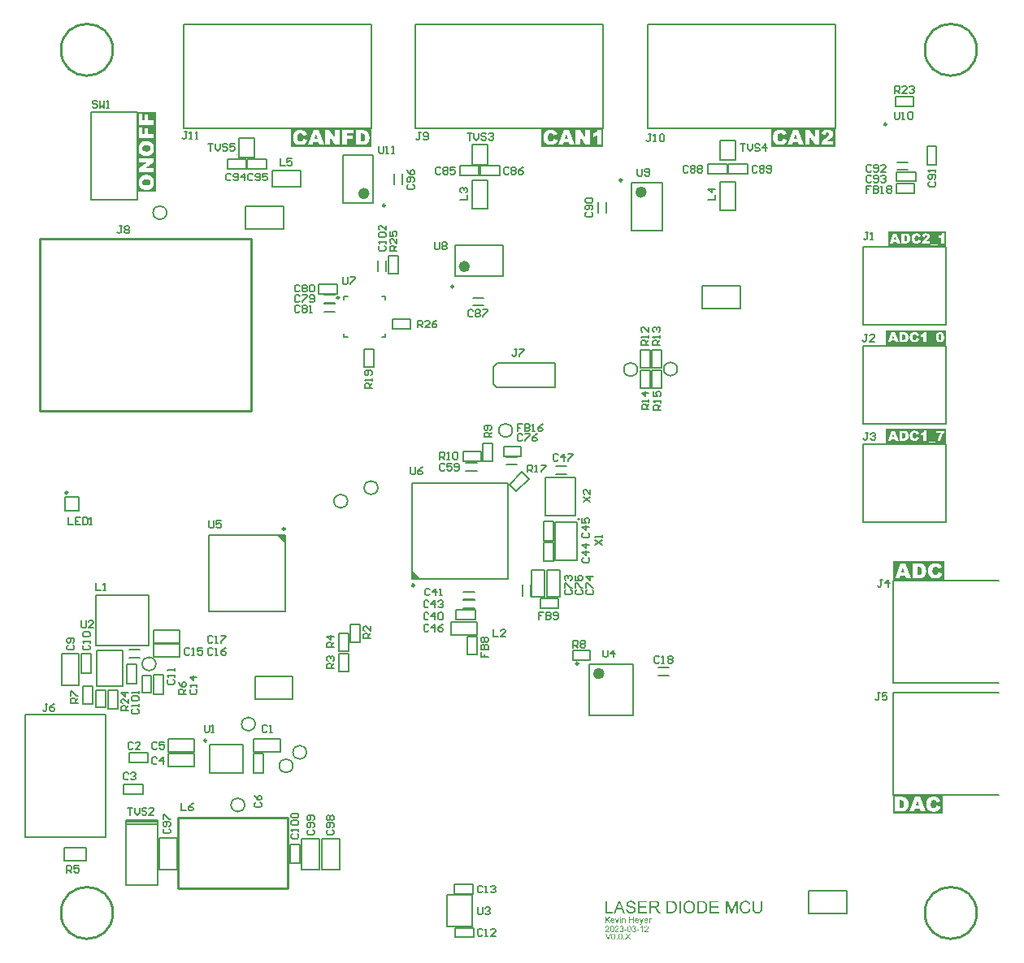
<source format=gto>
G04*
G04 #@! TF.GenerationSoftware,Altium Limited,Altium Designer,23.0.1 (38)*
G04*
G04 Layer_Color=65535*
%FSLAX43Y43*%
%MOMM*%
G71*
G04*
G04 #@! TF.SameCoordinates,885BD8DA-5ED2-4A8F-B332-7039D6E90BC2*
G04*
G04*
G04 #@! TF.FilePolarity,Positive*
G04*
G01*
G75*
%ADD10C,0.600*%
%ADD11C,0.250*%
%ADD12C,0.100*%
%ADD13C,0.200*%
%ADD14C,0.254*%
%ADD15C,0.150*%
G36*
X25675Y43656D02*
X24931Y44400D01*
X25675D01*
Y43656D01*
D02*
G37*
G36*
X38837Y40609D02*
X39644Y39801D01*
X38837D01*
Y40609D01*
D02*
G37*
G36*
X60613Y4514D02*
X60535D01*
Y4604D01*
X60613D01*
Y4514D01*
D02*
G37*
G36*
X60966Y4437D02*
X60976Y4436D01*
X60988Y4435D01*
X61001Y4432D01*
X61015Y4428D01*
X61028Y4422D01*
X61029Y4422D01*
X61033Y4420D01*
X61040Y4417D01*
X61047Y4412D01*
X61056Y4407D01*
X61065Y4399D01*
X61073Y4392D01*
X61080Y4383D01*
X61081Y4382D01*
X61083Y4378D01*
X61086Y4373D01*
X61090Y4367D01*
X61094Y4358D01*
X61098Y4349D01*
X61103Y4337D01*
X61105Y4325D01*
Y4324D01*
X61106Y4321D01*
X61107Y4315D01*
X61108Y4308D01*
Y4297D01*
X61109Y4284D01*
X61110Y4268D01*
Y4249D01*
Y3964D01*
X61031D01*
Y4245D01*
Y4246D01*
Y4247D01*
Y4253D01*
Y4262D01*
X61030Y4272D01*
X61029Y4284D01*
X61028Y4296D01*
X61025Y4307D01*
X61022Y4317D01*
Y4318D01*
X61020Y4321D01*
X61017Y4325D01*
X61015Y4331D01*
X61010Y4337D01*
X61005Y4343D01*
X60997Y4349D01*
X60989Y4355D01*
X60988Y4356D01*
X60985Y4358D01*
X60980Y4360D01*
X60973Y4362D01*
X60966Y4365D01*
X60956Y4368D01*
X60945Y4369D01*
X60934Y4370D01*
X60930D01*
X60926Y4369D01*
X60917Y4368D01*
X60905Y4366D01*
X60892Y4361D01*
X60877Y4356D01*
X60862Y4349D01*
X60848Y4337D01*
X60846Y4336D01*
X60843Y4331D01*
X60840Y4327D01*
X60837Y4323D01*
X60833Y4317D01*
X60831Y4311D01*
X60827Y4303D01*
X60823Y4294D01*
X60821Y4284D01*
X60818Y4273D01*
X60816Y4261D01*
X60814Y4248D01*
X60812Y4232D01*
Y4216D01*
Y3964D01*
X60734D01*
Y4428D01*
X60804D01*
Y4361D01*
X60805Y4362D01*
X60807Y4365D01*
X60809Y4369D01*
X60813Y4373D01*
X60819Y4379D01*
X60825Y4385D01*
X60833Y4393D01*
X60842Y4400D01*
X60851Y4407D01*
X60862Y4414D01*
X60874Y4421D01*
X60887Y4426D01*
X60902Y4431D01*
X60917Y4435D01*
X60933Y4437D01*
X60951Y4438D01*
X60958D01*
X60966Y4437D01*
D02*
G37*
G36*
X63752D02*
X63762Y4435D01*
X63774Y4432D01*
X63787Y4427D01*
X63802Y4421D01*
X63818Y4412D01*
X63789Y4340D01*
X63788Y4341D01*
X63785Y4343D01*
X63779Y4346D01*
X63772Y4349D01*
X63763Y4351D01*
X63753Y4354D01*
X63743Y4356D01*
X63733Y4357D01*
X63728D01*
X63724Y4356D01*
X63717Y4355D01*
X63711Y4353D01*
X63702Y4350D01*
X63694Y4347D01*
X63687Y4341D01*
X63686Y4340D01*
X63683Y4338D01*
X63680Y4335D01*
X63676Y4330D01*
X63671Y4324D01*
X63666Y4316D01*
X63662Y4308D01*
X63658Y4298D01*
X63657Y4296D01*
X63656Y4290D01*
X63654Y4282D01*
X63652Y4271D01*
X63649Y4257D01*
X63647Y4241D01*
X63646Y4225D01*
X63645Y4206D01*
Y3964D01*
X63566D01*
Y4428D01*
X63638D01*
Y4358D01*
X63639Y4359D01*
X63642Y4365D01*
X63647Y4373D01*
X63654Y4384D01*
X63662Y4394D01*
X63670Y4405D01*
X63678Y4414D01*
X63687Y4422D01*
X63688Y4422D01*
X63690Y4424D01*
X63696Y4427D01*
X63701Y4430D01*
X63709Y4433D01*
X63718Y4435D01*
X63727Y4437D01*
X63737Y4438D01*
X63744D01*
X63752Y4437D01*
D02*
G37*
G36*
X61994Y3964D02*
X61909D01*
Y4265D01*
X61578D01*
Y3964D01*
X61493D01*
Y4604D01*
X61578D01*
Y4341D01*
X61909D01*
Y4604D01*
X61994D01*
Y3964D01*
D02*
G37*
G36*
X59249Y4344D02*
X59529Y3964D01*
X59417D01*
X59190Y4287D01*
X59085Y4186D01*
Y3964D01*
X59000D01*
Y4604D01*
X59085D01*
Y4286D01*
X59401Y4604D01*
X59517D01*
X59249Y4344D01*
D02*
G37*
G36*
X60288Y3964D02*
X60213D01*
X60038Y4428D01*
X60122D01*
X60221Y4150D01*
Y4149D01*
X60222Y4148D01*
X60223Y4145D01*
X60224Y4142D01*
X60227Y4133D01*
X60231Y4121D01*
X60235Y4107D01*
X60241Y4091D01*
X60245Y4074D01*
X60251Y4056D01*
X60252Y4058D01*
X60253Y4063D01*
X60256Y4070D01*
X60258Y4081D01*
X60263Y4093D01*
X60268Y4109D01*
X60274Y4126D01*
X60281Y4144D01*
X60383Y4428D01*
X60465D01*
X60288Y3964D01*
D02*
G37*
G36*
X62826Y3957D02*
Y3956D01*
X62825Y3953D01*
X62823Y3949D01*
X62821Y3944D01*
X62818Y3938D01*
X62816Y3931D01*
X62809Y3915D01*
X62803Y3897D01*
X62795Y3880D01*
X62788Y3864D01*
X62784Y3858D01*
X62782Y3851D01*
X62781Y3849D01*
X62778Y3845D01*
X62773Y3838D01*
X62768Y3830D01*
X62760Y3821D01*
X62752Y3811D01*
X62744Y3802D01*
X62733Y3795D01*
X62733Y3794D01*
X62729Y3792D01*
X62723Y3789D01*
X62715Y3785D01*
X62706Y3782D01*
X62695Y3779D01*
X62683Y3777D01*
X62669Y3776D01*
X62665D01*
X62660Y3777D01*
X62654D01*
X62647Y3779D01*
X62638Y3781D01*
X62629Y3783D01*
X62619Y3786D01*
X62610Y3859D01*
X62611D01*
X62615Y3859D01*
X62620Y3858D01*
X62625Y3856D01*
X62640Y3853D01*
X62655Y3852D01*
X62659D01*
X62664Y3853D01*
X62670D01*
X62683Y3856D01*
X62690Y3859D01*
X62696Y3861D01*
X62697D01*
X62699Y3863D01*
X62702Y3865D01*
X62706Y3868D01*
X62714Y3875D01*
X62721Y3885D01*
Y3886D01*
X62723Y3888D01*
X62725Y3892D01*
X62727Y3897D01*
X62731Y3905D01*
X62734Y3916D01*
X62740Y3929D01*
X62745Y3944D01*
Y3945D01*
X62747Y3949D01*
X62749Y3956D01*
X62753Y3964D01*
X62577Y4428D01*
X62660D01*
X62757Y4159D01*
Y4158D01*
X62758Y4157D01*
X62759Y4154D01*
X62760Y4150D01*
X62762Y4145D01*
X62764Y4140D01*
X62769Y4127D01*
X62774Y4111D01*
X62780Y4092D01*
X62785Y4073D01*
X62791Y4052D01*
Y4053D01*
X62792Y4055D01*
X62793Y4057D01*
X62794Y4061D01*
X62794Y4066D01*
X62796Y4071D01*
X62800Y4085D01*
X62805Y4101D01*
X62811Y4119D01*
X62817Y4138D01*
X62824Y4157D01*
X62924Y4428D01*
X63002D01*
X62826Y3957D01*
D02*
G37*
G36*
X60613Y3964D02*
X60535D01*
Y4428D01*
X60613D01*
Y3964D01*
D02*
G37*
G36*
X63275Y4437D02*
X63283Y4436D01*
X63292Y4435D01*
X63302Y4433D01*
X63314Y4430D01*
X63325Y4427D01*
X63338Y4422D01*
X63350Y4418D01*
X63363Y4411D01*
X63376Y4404D01*
X63389Y4396D01*
X63401Y4385D01*
X63412Y4374D01*
X63413Y4373D01*
X63415Y4372D01*
X63418Y4368D01*
X63421Y4362D01*
X63426Y4356D01*
X63431Y4349D01*
X63436Y4339D01*
X63442Y4328D01*
X63447Y4316D01*
X63453Y4303D01*
X63457Y4288D01*
X63462Y4273D01*
X63466Y4255D01*
X63468Y4237D01*
X63470Y4217D01*
X63471Y4196D01*
Y4195D01*
Y4191D01*
Y4185D01*
X63470Y4176D01*
X63124D01*
Y4175D01*
Y4172D01*
X63125Y4168D01*
Y4163D01*
X63125Y4156D01*
X63127Y4149D01*
X63130Y4132D01*
X63136Y4114D01*
X63143Y4093D01*
X63153Y4075D01*
X63166Y4058D01*
X63167D01*
X63168Y4056D01*
X63174Y4052D01*
X63182Y4045D01*
X63193Y4039D01*
X63208Y4031D01*
X63224Y4025D01*
X63243Y4020D01*
X63253Y4019D01*
X63264Y4018D01*
X63272D01*
X63280Y4019D01*
X63290Y4021D01*
X63301Y4024D01*
X63314Y4028D01*
X63326Y4033D01*
X63338Y4041D01*
X63339Y4042D01*
X63344Y4045D01*
X63349Y4051D01*
X63356Y4058D01*
X63363Y4068D01*
X63371Y4081D01*
X63380Y4096D01*
X63387Y4114D01*
X63468Y4104D01*
Y4103D01*
X63468Y4101D01*
X63467Y4097D01*
X63465Y4091D01*
X63462Y4086D01*
X63459Y4079D01*
X63452Y4063D01*
X63443Y4045D01*
X63430Y4027D01*
X63415Y4009D01*
X63396Y3993D01*
X63395D01*
X63394Y3991D01*
X63391Y3989D01*
X63387Y3986D01*
X63382Y3983D01*
X63376Y3981D01*
X63369Y3977D01*
X63360Y3973D01*
X63351Y3969D01*
X63342Y3966D01*
X63319Y3960D01*
X63293Y3956D01*
X63264Y3954D01*
X63254D01*
X63247Y3955D01*
X63239Y3956D01*
X63229Y3957D01*
X63218Y3959D01*
X63206Y3961D01*
X63180Y3969D01*
X63166Y3974D01*
X63153Y3980D01*
X63139Y3987D01*
X63126Y3995D01*
X63114Y4005D01*
X63102Y4016D01*
X63101Y4017D01*
X63100Y4018D01*
X63097Y4022D01*
X63093Y4028D01*
X63088Y4034D01*
X63084Y4042D01*
X63078Y4051D01*
X63073Y4061D01*
X63067Y4073D01*
X63062Y4086D01*
X63057Y4101D01*
X63052Y4116D01*
X63049Y4133D01*
X63046Y4152D01*
X63044Y4171D01*
X63043Y4191D01*
Y4192D01*
Y4197D01*
Y4202D01*
X63044Y4211D01*
X63045Y4221D01*
X63046Y4232D01*
X63048Y4245D01*
X63051Y4258D01*
X63058Y4287D01*
X63063Y4302D01*
X63068Y4318D01*
X63076Y4333D01*
X63084Y4347D01*
X63093Y4361D01*
X63103Y4373D01*
X63104Y4374D01*
X63106Y4376D01*
X63110Y4379D01*
X63114Y4384D01*
X63120Y4388D01*
X63127Y4394D01*
X63136Y4400D01*
X63146Y4406D01*
X63156Y4412D01*
X63168Y4418D01*
X63181Y4423D01*
X63195Y4428D01*
X63210Y4433D01*
X63225Y4435D01*
X63242Y4437D01*
X63260Y4438D01*
X63269D01*
X63275Y4437D01*
D02*
G37*
G36*
X62330D02*
X62338Y4436D01*
X62347Y4435D01*
X62357Y4433D01*
X62369Y4430D01*
X62380Y4427D01*
X62393Y4422D01*
X62405Y4418D01*
X62418Y4411D01*
X62431Y4404D01*
X62444Y4396D01*
X62456Y4385D01*
X62467Y4374D01*
X62468Y4373D01*
X62470Y4372D01*
X62473Y4368D01*
X62476Y4362D01*
X62481Y4356D01*
X62486Y4349D01*
X62491Y4339D01*
X62497Y4328D01*
X62502Y4316D01*
X62508Y4303D01*
X62512Y4288D01*
X62517Y4273D01*
X62521Y4255D01*
X62524Y4237D01*
X62525Y4217D01*
X62526Y4196D01*
Y4195D01*
Y4191D01*
Y4185D01*
X62525Y4176D01*
X62179D01*
Y4175D01*
Y4172D01*
X62180Y4168D01*
Y4163D01*
X62181Y4156D01*
X62182Y4149D01*
X62185Y4132D01*
X62191Y4114D01*
X62198Y4093D01*
X62208Y4075D01*
X62221Y4058D01*
X62222D01*
X62223Y4056D01*
X62229Y4052D01*
X62237Y4045D01*
X62248Y4039D01*
X62263Y4031D01*
X62279Y4025D01*
X62298Y4020D01*
X62308Y4019D01*
X62319Y4018D01*
X62327D01*
X62335Y4019D01*
X62345Y4021D01*
X62356Y4024D01*
X62369Y4028D01*
X62381Y4033D01*
X62393Y4041D01*
X62394Y4042D01*
X62399Y4045D01*
X62404Y4051D01*
X62411Y4058D01*
X62418Y4068D01*
X62426Y4081D01*
X62435Y4096D01*
X62442Y4114D01*
X62524Y4104D01*
Y4103D01*
X62523Y4101D01*
X62522Y4097D01*
X62520Y4091D01*
X62517Y4086D01*
X62514Y4079D01*
X62507Y4063D01*
X62498Y4045D01*
X62485Y4027D01*
X62470Y4009D01*
X62451Y3993D01*
X62451D01*
X62449Y3991D01*
X62446Y3989D01*
X62442Y3986D01*
X62437Y3983D01*
X62431Y3981D01*
X62424Y3977D01*
X62415Y3973D01*
X62406Y3969D01*
X62397Y3966D01*
X62374Y3960D01*
X62348Y3956D01*
X62319Y3954D01*
X62309D01*
X62303Y3955D01*
X62294Y3956D01*
X62284Y3957D01*
X62273Y3959D01*
X62261Y3961D01*
X62235Y3969D01*
X62221Y3974D01*
X62208Y3980D01*
X62194Y3987D01*
X62181Y3995D01*
X62169Y4005D01*
X62157Y4016D01*
X62157Y4017D01*
X62155Y4018D01*
X62152Y4022D01*
X62148Y4028D01*
X62144Y4034D01*
X62139Y4042D01*
X62133Y4051D01*
X62128Y4061D01*
X62122Y4073D01*
X62117Y4086D01*
X62112Y4101D01*
X62107Y4116D01*
X62104Y4133D01*
X62101Y4152D01*
X62099Y4171D01*
X62098Y4191D01*
Y4192D01*
Y4197D01*
Y4202D01*
X62099Y4211D01*
X62100Y4221D01*
X62101Y4232D01*
X62103Y4245D01*
X62106Y4258D01*
X62113Y4287D01*
X62118Y4302D01*
X62123Y4318D01*
X62131Y4333D01*
X62139Y4347D01*
X62148Y4361D01*
X62158Y4373D01*
X62159Y4374D01*
X62161Y4376D01*
X62165Y4379D01*
X62169Y4384D01*
X62175Y4388D01*
X62182Y4394D01*
X62191Y4400D01*
X62201Y4406D01*
X62211Y4412D01*
X62223Y4418D01*
X62236Y4423D01*
X62250Y4428D01*
X62265Y4433D01*
X62280Y4435D01*
X62297Y4437D01*
X62315Y4438D01*
X62324D01*
X62330Y4437D01*
D02*
G37*
G36*
X59795D02*
X59803Y4436D01*
X59812Y4435D01*
X59822Y4433D01*
X59834Y4430D01*
X59845Y4427D01*
X59858Y4422D01*
X59870Y4418D01*
X59883Y4411D01*
X59896Y4404D01*
X59909Y4396D01*
X59921Y4385D01*
X59932Y4374D01*
X59933Y4373D01*
X59935Y4372D01*
X59938Y4368D01*
X59941Y4362D01*
X59946Y4356D01*
X59951Y4349D01*
X59956Y4339D01*
X59962Y4328D01*
X59967Y4316D01*
X59973Y4303D01*
X59977Y4288D01*
X59982Y4273D01*
X59986Y4255D01*
X59988Y4237D01*
X59990Y4217D01*
X59991Y4196D01*
Y4195D01*
Y4191D01*
Y4185D01*
X59990Y4176D01*
X59644D01*
Y4175D01*
Y4172D01*
X59644Y4168D01*
Y4163D01*
X59645Y4156D01*
X59647Y4149D01*
X59650Y4132D01*
X59656Y4114D01*
X59663Y4093D01*
X59673Y4075D01*
X59686Y4058D01*
X59687D01*
X59688Y4056D01*
X59693Y4052D01*
X59702Y4045D01*
X59713Y4039D01*
X59728Y4031D01*
X59744Y4025D01*
X59763Y4020D01*
X59773Y4019D01*
X59784Y4018D01*
X59791D01*
X59800Y4019D01*
X59810Y4021D01*
X59821Y4024D01*
X59834Y4028D01*
X59846Y4033D01*
X59858Y4041D01*
X59859Y4042D01*
X59864Y4045D01*
X59869Y4051D01*
X59876Y4058D01*
X59883Y4068D01*
X59891Y4081D01*
X59900Y4096D01*
X59907Y4114D01*
X59988Y4104D01*
Y4103D01*
X59987Y4101D01*
X59987Y4097D01*
X59985Y4091D01*
X59982Y4086D01*
X59979Y4079D01*
X59972Y4063D01*
X59963Y4045D01*
X59950Y4027D01*
X59935Y4009D01*
X59916Y3993D01*
X59915D01*
X59914Y3991D01*
X59911Y3989D01*
X59907Y3986D01*
X59902Y3983D01*
X59896Y3981D01*
X59889Y3977D01*
X59880Y3973D01*
X59871Y3969D01*
X59862Y3966D01*
X59839Y3960D01*
X59813Y3956D01*
X59784Y3954D01*
X59774D01*
X59767Y3955D01*
X59759Y3956D01*
X59749Y3957D01*
X59738Y3959D01*
X59726Y3961D01*
X59700Y3969D01*
X59686Y3974D01*
X59673Y3980D01*
X59659Y3987D01*
X59646Y3995D01*
X59634Y4005D01*
X59622Y4016D01*
X59621Y4017D01*
X59620Y4018D01*
X59617Y4022D01*
X59613Y4028D01*
X59608Y4034D01*
X59604Y4042D01*
X59598Y4051D01*
X59593Y4061D01*
X59587Y4073D01*
X59582Y4086D01*
X59577Y4101D01*
X59572Y4116D01*
X59569Y4133D01*
X59566Y4152D01*
X59564Y4171D01*
X59563Y4191D01*
Y4192D01*
Y4197D01*
Y4202D01*
X59564Y4211D01*
X59565Y4221D01*
X59566Y4232D01*
X59568Y4245D01*
X59571Y4258D01*
X59578Y4287D01*
X59583Y4302D01*
X59588Y4318D01*
X59595Y4333D01*
X59604Y4347D01*
X59613Y4361D01*
X59623Y4373D01*
X59624Y4374D01*
X59626Y4376D01*
X59630Y4379D01*
X59634Y4384D01*
X59640Y4388D01*
X59647Y4394D01*
X59656Y4400D01*
X59666Y4406D01*
X59676Y4412D01*
X59688Y4418D01*
X59701Y4423D01*
X59715Y4428D01*
X59730Y4433D01*
X59745Y4435D01*
X59762Y4437D01*
X59779Y4438D01*
X59789D01*
X59795Y4437D01*
D02*
G37*
G36*
X62017Y3647D02*
X62029Y3645D01*
X62044Y3643D01*
X62060Y3638D01*
X62077Y3633D01*
X62094Y3625D01*
X62095D01*
X62095Y3624D01*
X62101Y3621D01*
X62109Y3616D01*
X62119Y3609D01*
X62130Y3600D01*
X62141Y3590D01*
X62152Y3578D01*
X62161Y3564D01*
X62162Y3562D01*
X62165Y3558D01*
X62169Y3549D01*
X62173Y3539D01*
X62178Y3527D01*
X62181Y3513D01*
X62184Y3498D01*
X62185Y3482D01*
Y3480D01*
Y3474D01*
X62184Y3467D01*
X62182Y3457D01*
X62180Y3445D01*
X62175Y3432D01*
X62169Y3419D01*
X62162Y3406D01*
X62161Y3404D01*
X62158Y3400D01*
X62153Y3394D01*
X62145Y3387D01*
X62136Y3378D01*
X62125Y3369D01*
X62112Y3361D01*
X62096Y3352D01*
X62097D01*
X62099Y3351D01*
X62102Y3351D01*
X62106Y3350D01*
X62116Y3346D01*
X62129Y3340D01*
X62144Y3333D01*
X62158Y3324D01*
X62172Y3312D01*
X62185Y3298D01*
X62186Y3296D01*
X62190Y3290D01*
X62195Y3281D01*
X62201Y3269D01*
X62206Y3254D01*
X62212Y3237D01*
X62216Y3216D01*
X62217Y3194D01*
Y3193D01*
Y3191D01*
Y3186D01*
X62216Y3180D01*
X62215Y3173D01*
X62213Y3165D01*
X62211Y3155D01*
X62209Y3145D01*
X62202Y3123D01*
X62196Y3111D01*
X62191Y3100D01*
X62183Y3088D01*
X62175Y3076D01*
X62166Y3064D01*
X62155Y3053D01*
X62154Y3052D01*
X62152Y3050D01*
X62148Y3047D01*
X62144Y3044D01*
X62138Y3039D01*
X62131Y3034D01*
X62122Y3029D01*
X62112Y3024D01*
X62102Y3019D01*
X62090Y3013D01*
X62078Y3008D01*
X62064Y3004D01*
X62049Y3000D01*
X62034Y2997D01*
X62018Y2996D01*
X62000Y2995D01*
X61992D01*
X61986Y2996D01*
X61979Y2996D01*
X61971Y2997D01*
X61961Y2999D01*
X61951Y3001D01*
X61929Y3007D01*
X61906Y3016D01*
X61894Y3021D01*
X61883Y3028D01*
X61872Y3036D01*
X61861Y3045D01*
X61860Y3045D01*
X61858Y3047D01*
X61855Y3050D01*
X61852Y3054D01*
X61848Y3058D01*
X61843Y3065D01*
X61838Y3071D01*
X61832Y3080D01*
X61826Y3089D01*
X61821Y3098D01*
X61811Y3120D01*
X61802Y3146D01*
X61800Y3160D01*
X61798Y3175D01*
X61876Y3185D01*
Y3184D01*
X61877Y3182D01*
X61878Y3179D01*
X61879Y3174D01*
X61880Y3168D01*
X61882Y3162D01*
X61887Y3148D01*
X61893Y3131D01*
X61901Y3116D01*
X61911Y3101D01*
X61922Y3088D01*
X61924Y3087D01*
X61927Y3083D01*
X61935Y3079D01*
X61944Y3074D01*
X61955Y3069D01*
X61969Y3064D01*
X61985Y3060D01*
X62001Y3059D01*
X62007D01*
X62010Y3060D01*
X62021Y3061D01*
X62034Y3064D01*
X62048Y3069D01*
X62064Y3075D01*
X62080Y3084D01*
X62095Y3097D01*
X62096Y3099D01*
X62101Y3105D01*
X62107Y3113D01*
X62114Y3124D01*
X62121Y3138D01*
X62127Y3154D01*
X62132Y3172D01*
X62133Y3192D01*
Y3193D01*
Y3195D01*
Y3198D01*
X62132Y3202D01*
X62132Y3212D01*
X62129Y3224D01*
X62125Y3239D01*
X62119Y3253D01*
X62109Y3268D01*
X62097Y3282D01*
X62095Y3284D01*
X62091Y3288D01*
X62083Y3293D01*
X62073Y3300D01*
X62060Y3306D01*
X62045Y3312D01*
X62027Y3315D01*
X62008Y3317D01*
X61999D01*
X61993Y3316D01*
X61985Y3315D01*
X61975Y3314D01*
X61964Y3312D01*
X61952Y3309D01*
X61961Y3378D01*
X61966D01*
X61970Y3377D01*
X61982D01*
X61992Y3379D01*
X62004Y3381D01*
X62018Y3384D01*
X62034Y3388D01*
X62048Y3395D01*
X62064Y3403D01*
X62065D01*
X62066Y3404D01*
X62071Y3408D01*
X62077Y3414D01*
X62084Y3423D01*
X62092Y3435D01*
X62098Y3449D01*
X62103Y3464D01*
X62105Y3474D01*
Y3484D01*
Y3485D01*
Y3486D01*
Y3491D01*
X62103Y3498D01*
X62101Y3509D01*
X62097Y3520D01*
X62093Y3532D01*
X62085Y3544D01*
X62075Y3555D01*
X62074Y3556D01*
X62070Y3559D01*
X62063Y3564D01*
X62055Y3570D01*
X62044Y3574D01*
X62031Y3579D01*
X62016Y3583D01*
X61999Y3584D01*
X61992D01*
X61984Y3582D01*
X61973Y3580D01*
X61960Y3576D01*
X61948Y3572D01*
X61936Y3564D01*
X61924Y3555D01*
X61923Y3554D01*
X61919Y3549D01*
X61913Y3543D01*
X61907Y3534D01*
X61900Y3522D01*
X61894Y3507D01*
X61888Y3489D01*
X61885Y3469D01*
X61806Y3483D01*
Y3484D01*
X61807Y3486D01*
X61808Y3490D01*
X61809Y3496D01*
X61811Y3502D01*
X61813Y3510D01*
X61819Y3527D01*
X61828Y3547D01*
X61839Y3568D01*
X61853Y3587D01*
X61871Y3605D01*
X61872Y3606D01*
X61874Y3607D01*
X61876Y3609D01*
X61880Y3611D01*
X61885Y3615D01*
X61891Y3619D01*
X61898Y3622D01*
X61906Y3627D01*
X61924Y3634D01*
X61946Y3642D01*
X61971Y3646D01*
X61984Y3648D01*
X62007D01*
X62017Y3647D01*
D02*
G37*
G36*
X60724D02*
X60736Y3645D01*
X60751Y3643D01*
X60768Y3638D01*
X60784Y3633D01*
X60801Y3625D01*
X60802D01*
X60803Y3624D01*
X60808Y3621D01*
X60817Y3616D01*
X60826Y3609D01*
X60837Y3600D01*
X60848Y3590D01*
X60859Y3578D01*
X60869Y3564D01*
X60870Y3562D01*
X60872Y3558D01*
X60876Y3549D01*
X60881Y3539D01*
X60885Y3527D01*
X60889Y3513D01*
X60892Y3498D01*
X60893Y3482D01*
Y3480D01*
Y3474D01*
X60892Y3467D01*
X60890Y3457D01*
X60887Y3445D01*
X60882Y3432D01*
X60877Y3419D01*
X60870Y3406D01*
X60869Y3404D01*
X60866Y3400D01*
X60860Y3394D01*
X60853Y3387D01*
X60844Y3378D01*
X60833Y3369D01*
X60820Y3361D01*
X60804Y3352D01*
X60805D01*
X60807Y3351D01*
X60809Y3351D01*
X60813Y3350D01*
X60823Y3346D01*
X60836Y3340D01*
X60851Y3333D01*
X60866Y3324D01*
X60880Y3312D01*
X60893Y3298D01*
X60894Y3296D01*
X60897Y3290D01*
X60903Y3281D01*
X60908Y3269D01*
X60914Y3254D01*
X60919Y3237D01*
X60923Y3216D01*
X60924Y3194D01*
Y3193D01*
Y3191D01*
Y3186D01*
X60923Y3180D01*
X60922Y3173D01*
X60920Y3165D01*
X60919Y3155D01*
X60917Y3145D01*
X60909Y3123D01*
X60904Y3111D01*
X60898Y3100D01*
X60891Y3088D01*
X60882Y3076D01*
X60873Y3064D01*
X60862Y3053D01*
X60861Y3052D01*
X60859Y3050D01*
X60856Y3047D01*
X60851Y3044D01*
X60845Y3039D01*
X60838Y3034D01*
X60830Y3029D01*
X60820Y3024D01*
X60809Y3019D01*
X60797Y3013D01*
X60785Y3008D01*
X60772Y3004D01*
X60757Y3000D01*
X60741Y2997D01*
X60725Y2996D01*
X60708Y2995D01*
X60699D01*
X60694Y2996D01*
X60686Y2996D01*
X60678Y2997D01*
X60669Y2999D01*
X60659Y3001D01*
X60637Y3007D01*
X60613Y3016D01*
X60601Y3021D01*
X60590Y3028D01*
X60579Y3036D01*
X60568Y3045D01*
X60567Y3045D01*
X60565Y3047D01*
X60563Y3050D01*
X60560Y3054D01*
X60555Y3058D01*
X60551Y3065D01*
X60545Y3071D01*
X60539Y3080D01*
X60534Y3089D01*
X60528Y3098D01*
X60518Y3120D01*
X60510Y3146D01*
X60507Y3160D01*
X60505Y3175D01*
X60584Y3185D01*
Y3184D01*
X60585Y3182D01*
X60586Y3179D01*
X60587Y3174D01*
X60588Y3168D01*
X60589Y3162D01*
X60594Y3148D01*
X60600Y3131D01*
X60609Y3116D01*
X60618Y3101D01*
X60629Y3088D01*
X60631Y3087D01*
X60635Y3083D01*
X60642Y3079D01*
X60651Y3074D01*
X60662Y3069D01*
X60676Y3064D01*
X60692Y3060D01*
X60709Y3059D01*
X60714D01*
X60718Y3060D01*
X60728Y3061D01*
X60741Y3064D01*
X60756Y3069D01*
X60772Y3075D01*
X60787Y3084D01*
X60802Y3097D01*
X60804Y3099D01*
X60808Y3105D01*
X60814Y3113D01*
X60821Y3124D01*
X60829Y3138D01*
X60834Y3154D01*
X60839Y3172D01*
X60841Y3192D01*
Y3193D01*
Y3195D01*
Y3198D01*
X60840Y3202D01*
X60839Y3212D01*
X60836Y3224D01*
X60833Y3239D01*
X60826Y3253D01*
X60817Y3268D01*
X60805Y3282D01*
X60803Y3284D01*
X60798Y3288D01*
X60791Y3293D01*
X60781Y3300D01*
X60768Y3306D01*
X60752Y3312D01*
X60735Y3315D01*
X60715Y3317D01*
X60707D01*
X60700Y3316D01*
X60692Y3315D01*
X60683Y3314D01*
X60672Y3312D01*
X60660Y3309D01*
X60669Y3378D01*
X60674D01*
X60677Y3377D01*
X60689D01*
X60699Y3379D01*
X60711Y3381D01*
X60725Y3384D01*
X60741Y3388D01*
X60756Y3395D01*
X60772Y3403D01*
X60772D01*
X60773Y3404D01*
X60778Y3408D01*
X60784Y3414D01*
X60792Y3423D01*
X60799Y3435D01*
X60806Y3449D01*
X60810Y3464D01*
X60812Y3474D01*
Y3484D01*
Y3485D01*
Y3486D01*
Y3491D01*
X60810Y3498D01*
X60808Y3509D01*
X60805Y3520D01*
X60800Y3532D01*
X60793Y3544D01*
X60783Y3555D01*
X60782Y3556D01*
X60777Y3559D01*
X60771Y3564D01*
X60762Y3570D01*
X60751Y3574D01*
X60738Y3579D01*
X60723Y3583D01*
X60707Y3584D01*
X60699D01*
X60691Y3582D01*
X60680Y3580D01*
X60668Y3576D01*
X60656Y3572D01*
X60643Y3564D01*
X60631Y3555D01*
X60630Y3554D01*
X60626Y3549D01*
X60621Y3543D01*
X60614Y3534D01*
X60608Y3522D01*
X60601Y3507D01*
X60596Y3489D01*
X60592Y3469D01*
X60514Y3483D01*
Y3484D01*
X60514Y3486D01*
X60515Y3490D01*
X60516Y3496D01*
X60518Y3502D01*
X60521Y3510D01*
X60527Y3527D01*
X60536Y3547D01*
X60547Y3568D01*
X60561Y3587D01*
X60578Y3605D01*
X60579Y3606D01*
X60581Y3607D01*
X60584Y3609D01*
X60588Y3611D01*
X60592Y3615D01*
X60599Y3619D01*
X60605Y3622D01*
X60613Y3627D01*
X60632Y3634D01*
X60653Y3642D01*
X60678Y3646D01*
X60691Y3648D01*
X60714D01*
X60724Y3647D01*
D02*
G37*
G36*
X62528Y3198D02*
X62285D01*
Y3277D01*
X62528D01*
Y3198D01*
D02*
G37*
G36*
X61236D02*
X60992D01*
Y3277D01*
X61236D01*
Y3198D01*
D02*
G37*
G36*
X63317Y3647D02*
X63324Y3646D01*
X63333Y3645D01*
X63344Y3644D01*
X63354Y3642D01*
X63378Y3635D01*
X63402Y3626D01*
X63414Y3621D01*
X63426Y3614D01*
X63437Y3606D01*
X63447Y3596D01*
X63448Y3596D01*
X63450Y3595D01*
X63452Y3591D01*
X63456Y3587D01*
X63460Y3583D01*
X63465Y3576D01*
X63469Y3570D01*
X63475Y3561D01*
X63484Y3544D01*
X63493Y3522D01*
X63497Y3510D01*
X63499Y3498D01*
X63501Y3485D01*
X63502Y3471D01*
Y3469D01*
Y3464D01*
X63501Y3457D01*
X63500Y3447D01*
X63498Y3436D01*
X63494Y3423D01*
X63491Y3409D01*
X63485Y3395D01*
X63484Y3393D01*
X63482Y3388D01*
X63479Y3381D01*
X63473Y3371D01*
X63466Y3360D01*
X63456Y3346D01*
X63445Y3332D01*
X63432Y3316D01*
X63431Y3314D01*
X63426Y3309D01*
X63421Y3304D01*
X63417Y3300D01*
X63411Y3294D01*
X63404Y3287D01*
X63396Y3279D01*
X63387Y3271D01*
X63378Y3262D01*
X63367Y3252D01*
X63355Y3241D01*
X63342Y3229D01*
X63327Y3217D01*
X63312Y3204D01*
X63311Y3204D01*
X63309Y3202D01*
X63306Y3199D01*
X63301Y3195D01*
X63296Y3190D01*
X63289Y3184D01*
X63274Y3172D01*
X63259Y3158D01*
X63244Y3144D01*
X63231Y3132D01*
X63225Y3128D01*
X63221Y3123D01*
X63220Y3122D01*
X63217Y3119D01*
X63213Y3116D01*
X63209Y3110D01*
X63204Y3104D01*
X63198Y3097D01*
X63187Y3082D01*
X63503D01*
Y3006D01*
X63078D01*
Y3007D01*
Y3010D01*
Y3016D01*
X63079Y3023D01*
X63080Y3032D01*
X63082Y3041D01*
X63084Y3050D01*
X63088Y3060D01*
Y3061D01*
X63088Y3062D01*
X63090Y3068D01*
X63094Y3076D01*
X63100Y3087D01*
X63107Y3100D01*
X63116Y3115D01*
X63126Y3130D01*
X63139Y3145D01*
Y3146D01*
X63141Y3147D01*
X63146Y3153D01*
X63154Y3161D01*
X63166Y3173D01*
X63180Y3187D01*
X63198Y3204D01*
X63219Y3222D01*
X63242Y3241D01*
X63243Y3242D01*
X63247Y3245D01*
X63252Y3250D01*
X63259Y3255D01*
X63267Y3263D01*
X63277Y3271D01*
X63287Y3280D01*
X63299Y3290D01*
X63322Y3313D01*
X63345Y3335D01*
X63357Y3346D01*
X63367Y3357D01*
X63376Y3367D01*
X63383Y3377D01*
Y3378D01*
X63385Y3379D01*
X63387Y3382D01*
X63389Y3386D01*
X63395Y3396D01*
X63403Y3408D01*
X63409Y3423D01*
X63416Y3438D01*
X63419Y3456D01*
X63421Y3473D01*
Y3474D01*
Y3474D01*
X63420Y3480D01*
X63419Y3489D01*
X63417Y3499D01*
X63413Y3512D01*
X63407Y3525D01*
X63398Y3538D01*
X63387Y3551D01*
X63385Y3553D01*
X63381Y3557D01*
X63374Y3561D01*
X63364Y3568D01*
X63351Y3573D01*
X63336Y3579D01*
X63319Y3583D01*
X63299Y3584D01*
X63294D01*
X63290Y3583D01*
X63279Y3582D01*
X63266Y3579D01*
X63252Y3575D01*
X63236Y3569D01*
X63222Y3560D01*
X63208Y3549D01*
X63206Y3547D01*
X63202Y3543D01*
X63197Y3535D01*
X63191Y3524D01*
X63185Y3511D01*
X63179Y3495D01*
X63175Y3476D01*
X63174Y3455D01*
X63093Y3463D01*
Y3464D01*
X63094Y3467D01*
Y3472D01*
X63095Y3478D01*
X63097Y3486D01*
X63099Y3494D01*
X63101Y3504D01*
X63104Y3514D01*
X63112Y3536D01*
X63123Y3559D01*
X63129Y3570D01*
X63137Y3581D01*
X63146Y3591D01*
X63155Y3600D01*
X63156Y3601D01*
X63158Y3602D01*
X63161Y3605D01*
X63165Y3608D01*
X63171Y3611D01*
X63177Y3615D01*
X63185Y3620D01*
X63194Y3624D01*
X63204Y3629D01*
X63215Y3633D01*
X63227Y3637D01*
X63240Y3641D01*
X63254Y3644D01*
X63269Y3646D01*
X63284Y3647D01*
X63301Y3648D01*
X63310D01*
X63317Y3647D01*
D02*
G37*
G36*
X62888Y3006D02*
X62809D01*
Y3506D01*
X62808Y3505D01*
X62804Y3501D01*
X62798Y3496D01*
X62789Y3489D01*
X62779Y3481D01*
X62766Y3472D01*
X62751Y3461D01*
X62734Y3451D01*
X62733D01*
X62733Y3450D01*
X62727Y3447D01*
X62718Y3442D01*
X62707Y3437D01*
X62694Y3430D01*
X62680Y3424D01*
X62666Y3417D01*
X62652Y3412D01*
Y3487D01*
X62653D01*
X62655Y3489D01*
X62659Y3490D01*
X62663Y3493D01*
X62669Y3496D01*
X62675Y3499D01*
X62691Y3509D01*
X62709Y3519D01*
X62728Y3532D01*
X62747Y3547D01*
X62767Y3562D01*
X62768Y3563D01*
X62769Y3564D01*
X62771Y3567D01*
X62775Y3570D01*
X62783Y3579D01*
X62794Y3590D01*
X62806Y3603D01*
X62818Y3618D01*
X62828Y3633D01*
X62837Y3648D01*
X62888D01*
Y3006D01*
D02*
G37*
G36*
X60234Y3647D02*
X60242Y3646D01*
X60251Y3645D01*
X60261Y3644D01*
X60271Y3642D01*
X60295Y3635D01*
X60319Y3626D01*
X60331Y3621D01*
X60343Y3614D01*
X60355Y3606D01*
X60365Y3596D01*
X60366Y3596D01*
X60367Y3595D01*
X60369Y3591D01*
X60373Y3587D01*
X60378Y3583D01*
X60382Y3576D01*
X60387Y3570D01*
X60392Y3561D01*
X60402Y3544D01*
X60411Y3522D01*
X60415Y3510D01*
X60416Y3498D01*
X60418Y3485D01*
X60419Y3471D01*
Y3469D01*
Y3464D01*
X60418Y3457D01*
X60417Y3447D01*
X60416Y3436D01*
X60412Y3423D01*
X60408Y3409D01*
X60403Y3395D01*
X60402Y3393D01*
X60400Y3388D01*
X60396Y3381D01*
X60391Y3371D01*
X60383Y3360D01*
X60374Y3346D01*
X60363Y3332D01*
X60350Y3316D01*
X60348Y3314D01*
X60343Y3309D01*
X60339Y3304D01*
X60334Y3300D01*
X60329Y3294D01*
X60321Y3287D01*
X60314Y3279D01*
X60305Y3271D01*
X60295Y3262D01*
X60284Y3252D01*
X60272Y3241D01*
X60259Y3229D01*
X60245Y3217D01*
X60230Y3204D01*
X60229Y3204D01*
X60227Y3202D01*
X60223Y3199D01*
X60219Y3195D01*
X60213Y3190D01*
X60207Y3184D01*
X60192Y3172D01*
X60176Y3158D01*
X60161Y3144D01*
X60148Y3132D01*
X60143Y3128D01*
X60138Y3123D01*
X60137Y3122D01*
X60134Y3119D01*
X60131Y3116D01*
X60126Y3110D01*
X60122Y3104D01*
X60116Y3097D01*
X60105Y3082D01*
X60420D01*
Y3006D01*
X59996D01*
Y3007D01*
Y3010D01*
Y3016D01*
X59997Y3023D01*
X59998Y3032D01*
X60000Y3041D01*
X60001Y3050D01*
X60005Y3060D01*
Y3061D01*
X60006Y3062D01*
X60008Y3068D01*
X60012Y3076D01*
X60017Y3087D01*
X60024Y3100D01*
X60034Y3115D01*
X60044Y3130D01*
X60057Y3145D01*
Y3146D01*
X60059Y3147D01*
X60063Y3153D01*
X60072Y3161D01*
X60084Y3173D01*
X60098Y3187D01*
X60115Y3204D01*
X60136Y3222D01*
X60159Y3241D01*
X60160Y3242D01*
X60164Y3245D01*
X60170Y3250D01*
X60176Y3255D01*
X60184Y3263D01*
X60195Y3271D01*
X60205Y3280D01*
X60217Y3290D01*
X60240Y3313D01*
X60263Y3335D01*
X60274Y3346D01*
X60284Y3357D01*
X60294Y3367D01*
X60301Y3377D01*
Y3378D01*
X60303Y3379D01*
X60305Y3382D01*
X60306Y3386D01*
X60313Y3396D01*
X60320Y3408D01*
X60327Y3423D01*
X60333Y3438D01*
X60337Y3456D01*
X60339Y3473D01*
Y3474D01*
Y3474D01*
X60338Y3480D01*
X60337Y3489D01*
X60334Y3499D01*
X60331Y3512D01*
X60324Y3525D01*
X60316Y3538D01*
X60305Y3551D01*
X60303Y3553D01*
X60298Y3557D01*
X60292Y3561D01*
X60282Y3568D01*
X60269Y3573D01*
X60254Y3579D01*
X60236Y3583D01*
X60217Y3584D01*
X60211D01*
X60208Y3583D01*
X60196Y3582D01*
X60183Y3579D01*
X60170Y3575D01*
X60154Y3569D01*
X60139Y3560D01*
X60125Y3549D01*
X60123Y3547D01*
X60120Y3543D01*
X60114Y3535D01*
X60109Y3524D01*
X60102Y3511D01*
X60097Y3495D01*
X60093Y3476D01*
X60091Y3455D01*
X60011Y3463D01*
Y3464D01*
X60012Y3467D01*
Y3472D01*
X60012Y3478D01*
X60014Y3486D01*
X60016Y3494D01*
X60019Y3504D01*
X60022Y3514D01*
X60029Y3536D01*
X60040Y3559D01*
X60047Y3570D01*
X60055Y3581D01*
X60063Y3591D01*
X60073Y3600D01*
X60073Y3601D01*
X60075Y3602D01*
X60078Y3605D01*
X60083Y3608D01*
X60088Y3611D01*
X60095Y3615D01*
X60102Y3620D01*
X60111Y3624D01*
X60122Y3629D01*
X60133Y3633D01*
X60145Y3637D01*
X60158Y3641D01*
X60171Y3644D01*
X60186Y3646D01*
X60202Y3647D01*
X60219Y3648D01*
X60228D01*
X60234Y3647D01*
D02*
G37*
G36*
X59240D02*
X59247Y3646D01*
X59256Y3645D01*
X59266Y3644D01*
X59277Y3642D01*
X59301Y3635D01*
X59325Y3626D01*
X59337Y3621D01*
X59349Y3614D01*
X59360Y3606D01*
X59370Y3596D01*
X59371Y3596D01*
X59373Y3595D01*
X59375Y3591D01*
X59378Y3587D01*
X59383Y3583D01*
X59387Y3576D01*
X59392Y3570D01*
X59398Y3561D01*
X59407Y3544D01*
X59416Y3522D01*
X59420Y3510D01*
X59422Y3498D01*
X59424Y3485D01*
X59424Y3471D01*
Y3469D01*
Y3464D01*
X59424Y3457D01*
X59423Y3447D01*
X59421Y3436D01*
X59417Y3423D01*
X59413Y3409D01*
X59408Y3395D01*
X59407Y3393D01*
X59405Y3388D01*
X59401Y3381D01*
X59396Y3371D01*
X59388Y3360D01*
X59379Y3346D01*
X59368Y3332D01*
X59355Y3316D01*
X59353Y3314D01*
X59349Y3309D01*
X59344Y3304D01*
X59339Y3300D01*
X59334Y3294D01*
X59326Y3287D01*
X59319Y3279D01*
X59310Y3271D01*
X59301Y3262D01*
X59289Y3252D01*
X59277Y3241D01*
X59264Y3229D01*
X59250Y3217D01*
X59235Y3204D01*
X59234Y3204D01*
X59232Y3202D01*
X59228Y3199D01*
X59224Y3195D01*
X59218Y3190D01*
X59212Y3184D01*
X59197Y3172D01*
X59181Y3158D01*
X59166Y3144D01*
X59154Y3132D01*
X59148Y3128D01*
X59143Y3123D01*
X59142Y3122D01*
X59140Y3119D01*
X59136Y3116D01*
X59131Y3110D01*
X59127Y3104D01*
X59121Y3097D01*
X59110Y3082D01*
X59425D01*
Y3006D01*
X59001D01*
Y3007D01*
Y3010D01*
Y3016D01*
X59002Y3023D01*
X59003Y3032D01*
X59005Y3041D01*
X59007Y3050D01*
X59010Y3060D01*
Y3061D01*
X59011Y3062D01*
X59013Y3068D01*
X59017Y3076D01*
X59022Y3087D01*
X59030Y3100D01*
X59039Y3115D01*
X59049Y3130D01*
X59062Y3145D01*
Y3146D01*
X59064Y3147D01*
X59068Y3153D01*
X59077Y3161D01*
X59089Y3173D01*
X59103Y3187D01*
X59120Y3204D01*
X59142Y3222D01*
X59165Y3241D01*
X59166Y3242D01*
X59169Y3245D01*
X59175Y3250D01*
X59181Y3255D01*
X59190Y3263D01*
X59200Y3271D01*
X59210Y3280D01*
X59222Y3290D01*
X59245Y3313D01*
X59268Y3335D01*
X59279Y3346D01*
X59289Y3357D01*
X59299Y3367D01*
X59306Y3377D01*
Y3378D01*
X59308Y3379D01*
X59310Y3382D01*
X59312Y3386D01*
X59318Y3396D01*
X59326Y3408D01*
X59332Y3423D01*
X59338Y3438D01*
X59342Y3456D01*
X59344Y3473D01*
Y3474D01*
Y3474D01*
X59343Y3480D01*
X59342Y3489D01*
X59339Y3499D01*
X59336Y3512D01*
X59329Y3525D01*
X59321Y3538D01*
X59310Y3551D01*
X59308Y3553D01*
X59303Y3557D01*
X59297Y3561D01*
X59287Y3568D01*
X59274Y3573D01*
X59259Y3579D01*
X59241Y3583D01*
X59222Y3584D01*
X59216D01*
X59213Y3583D01*
X59202Y3582D01*
X59189Y3579D01*
X59175Y3575D01*
X59159Y3569D01*
X59144Y3560D01*
X59130Y3549D01*
X59129Y3547D01*
X59125Y3543D01*
X59119Y3535D01*
X59114Y3524D01*
X59107Y3511D01*
X59102Y3495D01*
X59098Y3476D01*
X59096Y3455D01*
X59016Y3463D01*
Y3464D01*
X59017Y3467D01*
Y3472D01*
X59018Y3478D01*
X59019Y3486D01*
X59021Y3494D01*
X59024Y3504D01*
X59027Y3514D01*
X59034Y3536D01*
X59045Y3559D01*
X59052Y3570D01*
X59060Y3581D01*
X59068Y3591D01*
X59078Y3600D01*
X59079Y3601D01*
X59080Y3602D01*
X59083Y3605D01*
X59088Y3608D01*
X59093Y3611D01*
X59100Y3615D01*
X59107Y3620D01*
X59117Y3624D01*
X59127Y3629D01*
X59138Y3633D01*
X59150Y3637D01*
X59163Y3641D01*
X59177Y3644D01*
X59191Y3646D01*
X59207Y3647D01*
X59224Y3648D01*
X59233D01*
X59240Y3647D01*
D02*
G37*
G36*
X61527D02*
X61539Y3645D01*
X61553Y3643D01*
X61568Y3639D01*
X61583Y3634D01*
X61598Y3627D01*
X61599D01*
X61600Y3626D01*
X61605Y3623D01*
X61612Y3619D01*
X61621Y3612D01*
X61631Y3603D01*
X61642Y3593D01*
X61653Y3581D01*
X61663Y3567D01*
X61664Y3565D01*
X61667Y3560D01*
X61671Y3552D01*
X61678Y3540D01*
X61683Y3526D01*
X61691Y3510D01*
X61697Y3492D01*
X61703Y3472D01*
Y3471D01*
X61703Y3469D01*
X61704Y3466D01*
X61705Y3461D01*
X61706Y3456D01*
X61707Y3449D01*
X61709Y3441D01*
X61710Y3432D01*
X61712Y3422D01*
X61713Y3411D01*
X61714Y3398D01*
X61715Y3385D01*
X61716Y3370D01*
Y3355D01*
X61717Y3339D01*
Y3321D01*
Y3320D01*
Y3316D01*
Y3310D01*
Y3302D01*
X61716Y3292D01*
Y3281D01*
X61715Y3269D01*
X61715Y3256D01*
X61712Y3227D01*
X61707Y3196D01*
X61702Y3167D01*
X61698Y3153D01*
X61693Y3139D01*
Y3138D01*
X61692Y3136D01*
X61691Y3132D01*
X61689Y3128D01*
X61687Y3121D01*
X61683Y3115D01*
X61676Y3099D01*
X61666Y3082D01*
X61654Y3064D01*
X61641Y3047D01*
X61624Y3032D01*
X61623D01*
X61622Y3030D01*
X61619Y3028D01*
X61616Y3026D01*
X61611Y3023D01*
X61606Y3020D01*
X61593Y3013D01*
X61576Y3007D01*
X61556Y3000D01*
X61533Y2996D01*
X61508Y2995D01*
X61499D01*
X61493Y2996D01*
X61485Y2996D01*
X61476Y2998D01*
X61466Y3000D01*
X61455Y3003D01*
X61444Y3007D01*
X61432Y3010D01*
X61420Y3016D01*
X61408Y3022D01*
X61396Y3030D01*
X61384Y3039D01*
X61372Y3049D01*
X61362Y3060D01*
X61361Y3061D01*
X61360Y3064D01*
X61357Y3069D01*
X61352Y3076D01*
X61348Y3084D01*
X61343Y3095D01*
X61336Y3108D01*
X61331Y3123D01*
X61325Y3140D01*
X61320Y3159D01*
X61314Y3180D01*
X61310Y3204D01*
X61305Y3230D01*
X61302Y3258D01*
X61300Y3289D01*
X61299Y3321D01*
Y3322D01*
Y3326D01*
Y3332D01*
Y3339D01*
X61300Y3350D01*
Y3361D01*
X61301Y3373D01*
X61302Y3387D01*
X61305Y3415D01*
X61310Y3446D01*
X61315Y3476D01*
X61319Y3490D01*
X61323Y3504D01*
Y3505D01*
X61323Y3507D01*
X61325Y3510D01*
X61327Y3515D01*
X61329Y3522D01*
X61333Y3528D01*
X61340Y3544D01*
X61349Y3560D01*
X61361Y3578D01*
X61375Y3596D01*
X61392Y3610D01*
X61393D01*
X61394Y3612D01*
X61397Y3614D01*
X61400Y3616D01*
X61405Y3620D01*
X61410Y3622D01*
X61424Y3630D01*
X61441Y3636D01*
X61460Y3643D01*
X61483Y3646D01*
X61508Y3648D01*
X61517D01*
X61527Y3647D01*
D02*
G37*
G36*
X59737D02*
X59749Y3645D01*
X59763Y3643D01*
X59778Y3639D01*
X59793Y3634D01*
X59808Y3627D01*
X59809D01*
X59810Y3626D01*
X59815Y3623D01*
X59822Y3619D01*
X59831Y3612D01*
X59841Y3603D01*
X59853Y3593D01*
X59863Y3581D01*
X59873Y3567D01*
X59874Y3565D01*
X59877Y3560D01*
X59881Y3552D01*
X59888Y3540D01*
X59893Y3526D01*
X59901Y3510D01*
X59907Y3492D01*
X59913Y3472D01*
Y3471D01*
X59914Y3469D01*
X59914Y3466D01*
X59915Y3461D01*
X59916Y3456D01*
X59917Y3449D01*
X59919Y3441D01*
X59920Y3432D01*
X59922Y3422D01*
X59923Y3411D01*
X59924Y3398D01*
X59926Y3385D01*
X59926Y3370D01*
Y3355D01*
X59927Y3339D01*
Y3321D01*
Y3320D01*
Y3316D01*
Y3310D01*
Y3302D01*
X59926Y3292D01*
Y3281D01*
X59926Y3269D01*
X59925Y3256D01*
X59922Y3227D01*
X59917Y3196D01*
X59912Y3167D01*
X59908Y3153D01*
X59903Y3139D01*
Y3138D01*
X59902Y3136D01*
X59901Y3132D01*
X59899Y3128D01*
X59897Y3121D01*
X59893Y3115D01*
X59886Y3099D01*
X59877Y3082D01*
X59865Y3064D01*
X59851Y3047D01*
X59834Y3032D01*
X59833D01*
X59832Y3030D01*
X59829Y3028D01*
X59826Y3026D01*
X59821Y3023D01*
X59816Y3020D01*
X59803Y3013D01*
X59786Y3007D01*
X59767Y3000D01*
X59743Y2996D01*
X59718Y2995D01*
X59709D01*
X59703Y2996D01*
X59695Y2996D01*
X59686Y2998D01*
X59676Y3000D01*
X59665Y3003D01*
X59654Y3007D01*
X59642Y3010D01*
X59630Y3016D01*
X59618Y3022D01*
X59606Y3030D01*
X59594Y3039D01*
X59583Y3049D01*
X59572Y3060D01*
X59571Y3061D01*
X59570Y3064D01*
X59567Y3069D01*
X59562Y3076D01*
X59558Y3084D01*
X59553Y3095D01*
X59546Y3108D01*
X59541Y3123D01*
X59535Y3140D01*
X59530Y3159D01*
X59524Y3180D01*
X59520Y3204D01*
X59515Y3230D01*
X59512Y3258D01*
X59510Y3289D01*
X59509Y3321D01*
Y3322D01*
Y3326D01*
Y3332D01*
Y3339D01*
X59510Y3350D01*
Y3361D01*
X59511Y3373D01*
X59512Y3387D01*
X59515Y3415D01*
X59520Y3446D01*
X59525Y3476D01*
X59529Y3490D01*
X59533Y3504D01*
Y3505D01*
X59534Y3507D01*
X59535Y3510D01*
X59537Y3515D01*
X59539Y3522D01*
X59543Y3528D01*
X59550Y3544D01*
X59559Y3560D01*
X59571Y3578D01*
X59585Y3596D01*
X59602Y3610D01*
X59603D01*
X59604Y3612D01*
X59607Y3614D01*
X59610Y3616D01*
X59615Y3620D01*
X59620Y3622D01*
X59634Y3630D01*
X59651Y3636D01*
X59670Y3643D01*
X59693Y3646D01*
X59718Y3648D01*
X59727D01*
X59737Y3647D01*
D02*
G37*
G36*
X61435Y2560D02*
X61675Y2224D01*
X61570D01*
X61409Y2452D01*
X61408Y2452D01*
X61406Y2455D01*
X61404Y2459D01*
X61400Y2464D01*
X61392Y2476D01*
X61383Y2490D01*
X61382Y2489D01*
X61379Y2486D01*
X61375Y2480D01*
X61371Y2473D01*
X61360Y2458D01*
X61356Y2452D01*
X61352Y2446D01*
X61190Y2224D01*
X61089D01*
X61335Y2555D01*
X61117Y2864D01*
X61218D01*
X61335Y2699D01*
Y2698D01*
X61336Y2697D01*
X61338Y2695D01*
X61341Y2691D01*
X61347Y2682D01*
X61355Y2671D01*
X61363Y2658D01*
X61372Y2645D01*
X61379Y2633D01*
X61385Y2622D01*
X61386Y2623D01*
X61389Y2627D01*
X61394Y2635D01*
X61400Y2644D01*
X61408Y2654D01*
X61417Y2667D01*
X61426Y2680D01*
X61437Y2694D01*
X61565Y2864D01*
X61657D01*
X61435Y2560D01*
D02*
G37*
G36*
X59336Y2224D02*
X59247D01*
X58999Y2864D01*
X59092D01*
X59258Y2399D01*
Y2398D01*
X59259Y2396D01*
X59260Y2393D01*
X59262Y2390D01*
X59263Y2384D01*
X59264Y2378D01*
X59269Y2365D01*
X59275Y2349D01*
X59280Y2331D01*
X59291Y2294D01*
Y2295D01*
X59292Y2297D01*
X59293Y2300D01*
X59294Y2304D01*
X59297Y2314D01*
X59301Y2328D01*
X59306Y2343D01*
X59312Y2361D01*
X59318Y2379D01*
X59326Y2399D01*
X59499Y2864D01*
X59585D01*
X59336Y2224D01*
D02*
G37*
G36*
X61007D02*
X60918D01*
Y2314D01*
X61007D01*
Y2224D01*
D02*
G37*
G36*
X60261D02*
X60171D01*
Y2314D01*
X60261D01*
Y2224D01*
D02*
G37*
G36*
X60603Y2866D02*
X60615Y2864D01*
X60629Y2861D01*
X60644Y2857D01*
X60660Y2853D01*
X60674Y2845D01*
X60675D01*
X60676Y2844D01*
X60681Y2842D01*
X60688Y2837D01*
X60698Y2831D01*
X60708Y2821D01*
X60719Y2811D01*
X60729Y2799D01*
X60739Y2785D01*
X60740Y2783D01*
X60744Y2779D01*
X60747Y2770D01*
X60754Y2758D01*
X60759Y2745D01*
X60767Y2729D01*
X60773Y2710D01*
X60779Y2690D01*
Y2689D01*
X60780Y2687D01*
X60781Y2684D01*
X60782Y2680D01*
X60783Y2674D01*
X60784Y2668D01*
X60785Y2660D01*
X60786Y2650D01*
X60788Y2640D01*
X60789Y2629D01*
X60790Y2616D01*
X60792Y2603D01*
X60793Y2588D01*
Y2574D01*
X60794Y2557D01*
Y2539D01*
Y2538D01*
Y2535D01*
Y2528D01*
Y2521D01*
X60793Y2511D01*
Y2500D01*
X60792Y2488D01*
X60791Y2475D01*
X60788Y2445D01*
X60784Y2415D01*
X60778Y2385D01*
X60774Y2371D01*
X60770Y2357D01*
Y2356D01*
X60769Y2354D01*
X60767Y2351D01*
X60765Y2346D01*
X60763Y2340D01*
X60759Y2333D01*
X60752Y2317D01*
X60743Y2301D01*
X60731Y2282D01*
X60717Y2266D01*
X60700Y2250D01*
X60699D01*
X60698Y2248D01*
X60696Y2246D01*
X60692Y2244D01*
X60687Y2242D01*
X60683Y2238D01*
X60669Y2231D01*
X60652Y2225D01*
X60633Y2219D01*
X60610Y2215D01*
X60585Y2213D01*
X60576D01*
X60569Y2214D01*
X60562Y2215D01*
X60552Y2217D01*
X60542Y2219D01*
X60531Y2221D01*
X60520Y2225D01*
X60508Y2229D01*
X60496Y2234D01*
X60484Y2241D01*
X60472Y2248D01*
X60460Y2257D01*
X60449Y2268D01*
X60439Y2279D01*
X60438Y2280D01*
X60436Y2282D01*
X60433Y2287D01*
X60429Y2294D01*
X60424Y2303D01*
X60419Y2314D01*
X60413Y2327D01*
X60407Y2341D01*
X60402Y2358D01*
X60396Y2378D01*
X60391Y2399D01*
X60386Y2423D01*
X60381Y2449D01*
X60379Y2476D01*
X60377Y2507D01*
X60376Y2539D01*
Y2540D01*
Y2544D01*
Y2550D01*
Y2558D01*
X60377Y2568D01*
Y2579D01*
X60378Y2591D01*
X60379Y2605D01*
X60381Y2634D01*
X60386Y2664D01*
X60392Y2695D01*
X60395Y2709D01*
X60399Y2722D01*
Y2723D01*
X60400Y2725D01*
X60402Y2729D01*
X60404Y2734D01*
X60405Y2740D01*
X60409Y2746D01*
X60416Y2762D01*
X60426Y2779D01*
X60438Y2796D01*
X60452Y2814D01*
X60468Y2829D01*
X60469D01*
X60470Y2831D01*
X60473Y2832D01*
X60477Y2834D01*
X60481Y2838D01*
X60487Y2841D01*
X60501Y2848D01*
X60517Y2855D01*
X60537Y2861D01*
X60560Y2865D01*
X60585Y2867D01*
X60593D01*
X60603Y2866D01*
D02*
G37*
G36*
X59857D02*
X59869Y2864D01*
X59883Y2861D01*
X59898Y2857D01*
X59914Y2853D01*
X59928Y2845D01*
X59929D01*
X59930Y2844D01*
X59935Y2842D01*
X59942Y2837D01*
X59951Y2831D01*
X59962Y2821D01*
X59973Y2811D01*
X59983Y2799D01*
X59993Y2785D01*
X59994Y2783D01*
X59998Y2779D01*
X60001Y2770D01*
X60008Y2758D01*
X60013Y2745D01*
X60021Y2729D01*
X60027Y2710D01*
X60033Y2690D01*
Y2689D01*
X60034Y2687D01*
X60035Y2684D01*
X60036Y2680D01*
X60036Y2674D01*
X60037Y2668D01*
X60039Y2660D01*
X60040Y2650D01*
X60042Y2640D01*
X60043Y2629D01*
X60044Y2616D01*
X60046Y2603D01*
X60047Y2588D01*
Y2574D01*
X60048Y2557D01*
Y2539D01*
Y2538D01*
Y2535D01*
Y2528D01*
Y2521D01*
X60047Y2511D01*
Y2500D01*
X60046Y2488D01*
X60045Y2475D01*
X60042Y2445D01*
X60037Y2415D01*
X60032Y2385D01*
X60028Y2371D01*
X60024Y2357D01*
Y2356D01*
X60023Y2354D01*
X60021Y2351D01*
X60019Y2346D01*
X60017Y2340D01*
X60013Y2333D01*
X60006Y2317D01*
X59997Y2301D01*
X59985Y2282D01*
X59971Y2266D01*
X59954Y2250D01*
X59953D01*
X59952Y2248D01*
X59950Y2246D01*
X59946Y2244D01*
X59941Y2242D01*
X59937Y2238D01*
X59923Y2231D01*
X59906Y2225D01*
X59887Y2219D01*
X59864Y2215D01*
X59839Y2213D01*
X59829D01*
X59823Y2214D01*
X59816Y2215D01*
X59806Y2217D01*
X59796Y2219D01*
X59785Y2221D01*
X59774Y2225D01*
X59762Y2229D01*
X59750Y2234D01*
X59738Y2241D01*
X59726Y2248D01*
X59714Y2257D01*
X59703Y2268D01*
X59693Y2279D01*
X59692Y2280D01*
X59690Y2282D01*
X59687Y2287D01*
X59682Y2294D01*
X59678Y2303D01*
X59673Y2314D01*
X59667Y2327D01*
X59661Y2341D01*
X59656Y2358D01*
X59650Y2378D01*
X59644Y2399D01*
X59640Y2423D01*
X59635Y2449D01*
X59632Y2476D01*
X59631Y2507D01*
X59630Y2539D01*
Y2540D01*
Y2544D01*
Y2550D01*
Y2558D01*
X59631Y2568D01*
Y2579D01*
X59632Y2591D01*
X59632Y2605D01*
X59635Y2634D01*
X59640Y2664D01*
X59645Y2695D01*
X59649Y2709D01*
X59653Y2722D01*
Y2723D01*
X59654Y2725D01*
X59656Y2729D01*
X59657Y2734D01*
X59659Y2740D01*
X59663Y2746D01*
X59670Y2762D01*
X59680Y2779D01*
X59692Y2796D01*
X59706Y2814D01*
X59722Y2829D01*
X59723D01*
X59724Y2831D01*
X59727Y2832D01*
X59730Y2834D01*
X59735Y2838D01*
X59741Y2841D01*
X59755Y2848D01*
X59771Y2855D01*
X59791Y2861D01*
X59814Y2865D01*
X59839Y2867D01*
X59847D01*
X59857Y2866D01*
D02*
G37*
G36*
X82967Y84903D02*
X76259D01*
Y86874D01*
X82967D01*
Y84903D01*
D02*
G37*
G36*
X58785Y84893D02*
X52358D01*
Y86864D01*
X58785D01*
Y84893D01*
D02*
G37*
G36*
X34634Y84883D02*
X26272D01*
Y86854D01*
X34634D01*
Y84883D01*
D02*
G37*
G36*
X12185Y80187D02*
X10214D01*
Y88544D01*
X12185D01*
Y80187D01*
D02*
G37*
G36*
X94126Y15361D02*
X88995D01*
Y17332D01*
X94126D01*
Y15361D01*
D02*
G37*
G36*
X94309Y39689D02*
X89020D01*
Y41660D01*
X94309D01*
Y39689D01*
D02*
G37*
G36*
X94498Y53877D02*
X88247D01*
Y55486D01*
X94498D01*
Y53877D01*
D02*
G37*
G36*
X94500Y64152D02*
X88247D01*
Y65761D01*
X94500D01*
Y64152D01*
D02*
G37*
G36*
X94509Y74452D02*
X88447D01*
Y76061D01*
X94509D01*
Y74452D01*
D02*
G37*
G36*
X61701Y6274D02*
X61714D01*
X61749Y6270D01*
X61788Y6265D01*
X61828Y6255D01*
X61873Y6244D01*
X61914Y6229D01*
X61916D01*
X61919Y6228D01*
X61925Y6224D01*
X61932Y6220D01*
X61951Y6211D01*
X61975Y6194D01*
X62003Y6176D01*
X62030Y6152D01*
X62056Y6124D01*
X62080Y6092D01*
Y6091D01*
X62082Y6089D01*
X62086Y6083D01*
X62090Y6078D01*
X62099Y6059D01*
X62110Y6035D01*
X62123Y6005D01*
X62132Y5970D01*
X62141Y5933D01*
X62145Y5892D01*
X61982Y5880D01*
Y5881D01*
Y5885D01*
X61980Y5891D01*
X61978Y5900D01*
X61973Y5920D01*
X61965Y5948D01*
X61954Y5978D01*
X61938Y6007D01*
X61917Y6035D01*
X61891Y6061D01*
X61888Y6063D01*
X61878Y6070D01*
X61860Y6081D01*
X61836Y6092D01*
X61804Y6104D01*
X61767Y6115D01*
X61721Y6122D01*
X61669Y6124D01*
X61643D01*
X61632Y6122D01*
X61617Y6120D01*
X61584Y6117D01*
X61547Y6109D01*
X61510Y6100D01*
X61475Y6085D01*
X61460Y6076D01*
X61445Y6067D01*
X61441Y6065D01*
X61434Y6057D01*
X61423Y6044D01*
X61412Y6030D01*
X61399Y6009D01*
X61388Y5987D01*
X61380Y5961D01*
X61377Y5931D01*
Y5928D01*
Y5920D01*
X61379Y5907D01*
X61382Y5892D01*
X61388Y5874D01*
X61397Y5855D01*
X61408Y5837D01*
X61425Y5818D01*
X61427Y5817D01*
X61436Y5811D01*
X61443Y5805D01*
X61451Y5802D01*
X61462Y5796D01*
X61475Y5789D01*
X61491Y5783D01*
X61510Y5776D01*
X61530Y5768D01*
X61554Y5759D01*
X61580Y5752D01*
X61610Y5742D01*
X61643Y5735D01*
X61680Y5726D01*
X61682D01*
X61690Y5724D01*
X61701Y5722D01*
X61714Y5718D01*
X61730Y5715D01*
X61751Y5709D01*
X61771Y5704D01*
X61793Y5698D01*
X61841Y5685D01*
X61888Y5672D01*
X61910Y5665D01*
X61930Y5657D01*
X61949Y5652D01*
X61964Y5644D01*
X61965D01*
X61969Y5643D01*
X61975Y5639D01*
X61982Y5635D01*
X62003Y5624D01*
X62027Y5609D01*
X62054Y5589D01*
X62082Y5567D01*
X62108Y5541D01*
X62130Y5513D01*
X62132Y5509D01*
X62140Y5500D01*
X62147Y5483D01*
X62158Y5461D01*
X62167Y5435D01*
X62177Y5404D01*
X62182Y5368D01*
X62184Y5331D01*
Y5330D01*
Y5328D01*
Y5322D01*
Y5315D01*
X62180Y5294D01*
X62177Y5268D01*
X62169Y5239D01*
X62160Y5207D01*
X62145Y5174D01*
X62125Y5139D01*
Y5137D01*
X62123Y5135D01*
X62114Y5124D01*
X62101Y5107D01*
X62082Y5089D01*
X62058Y5067D01*
X62028Y5043D01*
X61995Y5020D01*
X61956Y5000D01*
X61954D01*
X61951Y4998D01*
X61945Y4996D01*
X61938Y4993D01*
X61927Y4989D01*
X61914Y4983D01*
X61884Y4976D01*
X61849Y4967D01*
X61806Y4957D01*
X61760Y4952D01*
X61710Y4950D01*
X61680D01*
X61666Y4952D01*
X61649D01*
X61630Y4954D01*
X61608Y4956D01*
X61562Y4963D01*
X61514Y4970D01*
X61466Y4983D01*
X61419Y5000D01*
X61417D01*
X61414Y5002D01*
X61408Y5006D01*
X61401Y5009D01*
X61379Y5020D01*
X61353Y5037D01*
X61323Y5059D01*
X61291Y5085D01*
X61262Y5117D01*
X61234Y5152D01*
Y5154D01*
X61230Y5157D01*
X61229Y5163D01*
X61223Y5170D01*
X61219Y5180D01*
X61214Y5191D01*
X61201Y5218D01*
X61188Y5254D01*
X61177Y5293D01*
X61169Y5337D01*
X61166Y5383D01*
X61325Y5398D01*
Y5396D01*
Y5394D01*
X61327Y5389D01*
Y5381D01*
X61330Y5365D01*
X61336Y5341D01*
X61343Y5317D01*
X61351Y5289D01*
X61364Y5263D01*
X61377Y5239D01*
X61379Y5237D01*
X61384Y5230D01*
X61393Y5217D01*
X61408Y5204D01*
X61427Y5187D01*
X61447Y5170D01*
X61475Y5154D01*
X61504Y5139D01*
X61506D01*
X61508Y5137D01*
X61514Y5135D01*
X61519Y5133D01*
X61538Y5128D01*
X61562Y5120D01*
X61591Y5113D01*
X61625Y5107D01*
X61662Y5104D01*
X61703Y5102D01*
X61719D01*
X61738Y5104D01*
X61760Y5106D01*
X61786Y5109D01*
X61816Y5113D01*
X61845Y5120D01*
X61873Y5130D01*
X61877Y5131D01*
X61886Y5135D01*
X61899Y5143D01*
X61916Y5150D01*
X61932Y5163D01*
X61951Y5176D01*
X61969Y5191D01*
X61984Y5209D01*
X61986Y5211D01*
X61990Y5218D01*
X61995Y5228D01*
X62003Y5243D01*
X62010Y5257D01*
X62015Y5276D01*
X62019Y5296D01*
X62021Y5318D01*
Y5320D01*
Y5330D01*
X62019Y5341D01*
X62017Y5356D01*
X62012Y5370D01*
X62006Y5389D01*
X61997Y5407D01*
X61984Y5424D01*
X61982Y5426D01*
X61977Y5431D01*
X61969Y5439D01*
X61956Y5450D01*
X61941Y5461D01*
X61921Y5474D01*
X61897Y5487D01*
X61869Y5498D01*
X61867Y5500D01*
X61858Y5502D01*
X61843Y5507D01*
X61834Y5509D01*
X61821Y5513D01*
X61808Y5518D01*
X61791Y5522D01*
X61773Y5528D01*
X61751Y5533D01*
X61728Y5539D01*
X61703Y5546D01*
X61673Y5554D01*
X61641Y5561D01*
X61640D01*
X61634Y5563D01*
X61625Y5565D01*
X61614Y5568D01*
X61599Y5572D01*
X61582Y5576D01*
X61545Y5587D01*
X61504Y5600D01*
X61462Y5613D01*
X61425Y5626D01*
X61408Y5633D01*
X61393Y5641D01*
X61391D01*
X61390Y5643D01*
X61379Y5650D01*
X61362Y5659D01*
X61343Y5674D01*
X61321Y5691D01*
X61299Y5711D01*
X61277Y5735D01*
X61258Y5761D01*
X61256Y5765D01*
X61251Y5774D01*
X61243Y5789D01*
X61236Y5807D01*
X61229Y5831D01*
X61221Y5859D01*
X61216Y5889D01*
X61214Y5920D01*
Y5922D01*
Y5924D01*
Y5930D01*
Y5937D01*
X61217Y5955D01*
X61221Y5980D01*
X61227Y6007D01*
X61236Y6039D01*
X61249Y6070D01*
X61267Y6102D01*
Y6104D01*
X61269Y6105D01*
X61279Y6117D01*
X61291Y6131D01*
X61308Y6150D01*
X61330Y6170D01*
X61358Y6192D01*
X61391Y6213D01*
X61429Y6231D01*
X61430D01*
X61434Y6233D01*
X61440Y6235D01*
X61447Y6239D01*
X61456Y6242D01*
X61469Y6246D01*
X61497Y6254D01*
X61532Y6261D01*
X61573Y6268D01*
X61616Y6274D01*
X61664Y6276D01*
X61688D01*
X61701Y6274D01*
D02*
G37*
G36*
X73648D02*
X73664Y6272D01*
X73685Y6270D01*
X73705Y6268D01*
X73729Y6263D01*
X73779Y6252D01*
X73835Y6235D01*
X73862Y6224D01*
X73888Y6211D01*
X73914Y6194D01*
X73940Y6178D01*
X73942Y6176D01*
X73946Y6174D01*
X73953Y6168D01*
X73962Y6159D01*
X73972Y6150D01*
X73985Y6137D01*
X73998Y6122D01*
X74012Y6107D01*
X74027Y6089D01*
X74042Y6067D01*
X74059Y6044D01*
X74074Y6020D01*
X74086Y5992D01*
X74101Y5965D01*
X74112Y5935D01*
X74123Y5902D01*
X73957Y5863D01*
Y5865D01*
X73955Y5868D01*
X73951Y5876D01*
X73948Y5885D01*
X73944Y5896D01*
X73938Y5911D01*
X73924Y5941D01*
X73905Y5974D01*
X73883Y6007D01*
X73855Y6039D01*
X73825Y6067D01*
X73822Y6070D01*
X73811Y6078D01*
X73792Y6087D01*
X73768Y6100D01*
X73737Y6111D01*
X73701Y6122D01*
X73659Y6129D01*
X73612Y6131D01*
X73598D01*
X73588Y6129D01*
X73575D01*
X73561Y6128D01*
X73525Y6122D01*
X73487Y6115D01*
X73446Y6102D01*
X73403Y6083D01*
X73364Y6059D01*
X73362D01*
X73361Y6055D01*
X73348Y6046D01*
X73331Y6031D01*
X73311Y6009D01*
X73287Y5981D01*
X73264Y5950D01*
X73244Y5911D01*
X73225Y5868D01*
Y5867D01*
X73224Y5863D01*
X73222Y5857D01*
X73220Y5848D01*
X73216Y5837D01*
X73212Y5824D01*
X73207Y5793D01*
X73200Y5755D01*
X73192Y5715D01*
X73188Y5670D01*
X73187Y5622D01*
Y5620D01*
Y5615D01*
Y5605D01*
Y5594D01*
X73188Y5581D01*
Y5565D01*
X73190Y5546D01*
X73192Y5526D01*
X73198Y5481D01*
X73207Y5433D01*
X73218Y5385D01*
X73233Y5337D01*
Y5335D01*
X73235Y5331D01*
X73238Y5326D01*
X73242Y5317D01*
X73253Y5294D01*
X73270Y5268D01*
X73290Y5239D01*
X73316Y5207D01*
X73346Y5180D01*
X73381Y5154D01*
X73383D01*
X73387Y5152D01*
X73392Y5148D01*
X73399Y5144D01*
X73409Y5141D01*
X73420Y5135D01*
X73446Y5124D01*
X73479Y5113D01*
X73516Y5104D01*
X73557Y5096D01*
X73599Y5094D01*
X73612D01*
X73624Y5096D01*
X73637D01*
X73649Y5098D01*
X73683Y5106D01*
X73722Y5115D01*
X73761Y5130D01*
X73801Y5150D01*
X73822Y5161D01*
X73840Y5176D01*
X73842Y5178D01*
X73844Y5180D01*
X73849Y5185D01*
X73857Y5191D01*
X73864Y5200D01*
X73874Y5211D01*
X73885Y5222D01*
X73894Y5237D01*
X73905Y5254D01*
X73918Y5272D01*
X73929Y5291D01*
X73940Y5313D01*
X73949Y5337D01*
X73959Y5363D01*
X73968Y5391D01*
X73975Y5420D01*
X74146Y5378D01*
Y5376D01*
X74144Y5368D01*
X74140Y5357D01*
X74135Y5343D01*
X74129Y5326D01*
X74122Y5306D01*
X74112Y5283D01*
X74101Y5259D01*
X74075Y5207D01*
X74042Y5156D01*
X74022Y5130D01*
X74001Y5104D01*
X73979Y5081D01*
X73953Y5059D01*
X73951Y5057D01*
X73948Y5054D01*
X73938Y5050D01*
X73929Y5043D01*
X73914Y5033D01*
X73899Y5024D01*
X73879Y5015D01*
X73859Y5006D01*
X73835Y4994D01*
X73809Y4985D01*
X73781Y4976D01*
X73751Y4967D01*
X73720Y4959D01*
X73687Y4956D01*
X73651Y4952D01*
X73614Y4950D01*
X73594D01*
X73579Y4952D01*
X73562D01*
X73542Y4954D01*
X73520Y4957D01*
X73494Y4961D01*
X73440Y4970D01*
X73385Y4985D01*
X73329Y5006D01*
X73303Y5018D01*
X73277Y5033D01*
X73275Y5035D01*
X73272Y5037D01*
X73264Y5043D01*
X73257Y5050D01*
X73246Y5057D01*
X73233Y5069D01*
X73218Y5081D01*
X73203Y5096D01*
X73188Y5113D01*
X73172Y5130D01*
X73138Y5172D01*
X73107Y5222D01*
X73079Y5278D01*
Y5280D01*
X73075Y5285D01*
X73074Y5294D01*
X73068Y5306D01*
X73064Y5320D01*
X73059Y5339D01*
X73051Y5359D01*
X73046Y5381D01*
X73040Y5405D01*
X73033Y5433D01*
X73024Y5491D01*
X73016Y5555D01*
X73012Y5622D01*
Y5624D01*
Y5631D01*
Y5643D01*
X73014Y5655D01*
Y5674D01*
X73016Y5693D01*
X73018Y5717D01*
X73022Y5741D01*
X73031Y5794D01*
X73044Y5854D01*
X73062Y5913D01*
X73088Y5970D01*
X73090Y5972D01*
X73092Y5978D01*
X73096Y5985D01*
X73103Y5994D01*
X73111Y6007D01*
X73120Y6022D01*
X73144Y6055D01*
X73175Y6092D01*
X73212Y6129D01*
X73255Y6167D01*
X73305Y6198D01*
X73307Y6200D01*
X73312Y6202D01*
X73320Y6205D01*
X73329Y6211D01*
X73344Y6217D01*
X73359Y6222D01*
X73377Y6229D01*
X73398Y6237D01*
X73420Y6244D01*
X73444Y6252D01*
X73496Y6263D01*
X73555Y6272D01*
X73616Y6276D01*
X73635D01*
X73648Y6274D01*
D02*
G37*
G36*
X72787Y4972D02*
X72624D01*
Y6044D01*
X72250Y4972D01*
X72098D01*
X71727Y6063D01*
Y4972D01*
X71564D01*
Y6254D01*
X71818D01*
X72122Y5344D01*
Y5343D01*
X72124Y5339D01*
X72126Y5333D01*
X72129Y5324D01*
X72137Y5302D01*
X72146Y5274D01*
X72155Y5243D01*
X72166Y5211D01*
X72176Y5181D01*
X72183Y5156D01*
X72185Y5159D01*
X72187Y5168D01*
X72192Y5185D01*
X72200Y5207D01*
X72209Y5237D01*
X72222Y5272D01*
X72235Y5313D01*
X72251Y5361D01*
X72559Y6254D01*
X72787D01*
Y4972D01*
D02*
G37*
G36*
X75364Y5513D02*
Y5511D01*
Y5504D01*
Y5494D01*
Y5481D01*
X75362Y5465D01*
Y5446D01*
X75360Y5424D01*
X75359Y5402D01*
X75353Y5352D01*
X75346Y5300D01*
X75334Y5250D01*
X75327Y5226D01*
X75320Y5204D01*
Y5202D01*
X75318Y5198D01*
X75314Y5193D01*
X75310Y5185D01*
X75299Y5165D01*
X75283Y5139D01*
X75260Y5109D01*
X75234Y5080D01*
X75201Y5048D01*
X75160Y5020D01*
X75159D01*
X75155Y5017D01*
X75149Y5015D01*
X75140Y5009D01*
X75129Y5004D01*
X75114Y4998D01*
X75099Y4993D01*
X75081Y4985D01*
X75060Y4978D01*
X75038Y4972D01*
X75014Y4967D01*
X74986Y4961D01*
X74959Y4957D01*
X74929Y4954D01*
X74862Y4950D01*
X74846D01*
X74833Y4952D01*
X74818D01*
X74799Y4954D01*
X74779Y4956D01*
X74759Y4957D01*
X74712Y4965D01*
X74662Y4976D01*
X74614Y4991D01*
X74568Y5011D01*
X74566D01*
X74562Y5015D01*
X74557Y5018D01*
X74549Y5022D01*
X74529Y5037D01*
X74505Y5057D01*
X74477Y5083D01*
X74451Y5113D01*
X74425Y5150D01*
X74405Y5191D01*
Y5193D01*
X74403Y5196D01*
X74401Y5204D01*
X74398Y5213D01*
X74394Y5224D01*
X74390Y5239D01*
X74385Y5256D01*
X74381Y5276D01*
X74377Y5298D01*
X74372Y5322D01*
X74368Y5348D01*
X74364Y5376D01*
X74361Y5407D01*
X74359Y5441D01*
X74357Y5476D01*
Y5513D01*
Y6254D01*
X74527D01*
Y5513D01*
Y5511D01*
Y5505D01*
Y5496D01*
Y5485D01*
X74529Y5472D01*
Y5456D01*
X74531Y5420D01*
X74535Y5380D01*
X74540Y5339D01*
X74548Y5300D01*
X74551Y5283D01*
X74557Y5267D01*
X74559Y5263D01*
X74562Y5254D01*
X74572Y5241D01*
X74583Y5222D01*
X74596Y5204D01*
X74614Y5183D01*
X74636Y5163D01*
X74662Y5146D01*
X74666Y5144D01*
X74675Y5139D01*
X74692Y5133D01*
X74714Y5126D01*
X74740Y5117D01*
X74773Y5111D01*
X74809Y5106D01*
X74847Y5104D01*
X74866D01*
X74877Y5106D01*
X74894D01*
X74910Y5107D01*
X74951Y5115D01*
X74996Y5124D01*
X75038Y5139D01*
X75079Y5159D01*
X75097Y5172D01*
X75114Y5187D01*
X75116Y5189D01*
X75118Y5191D01*
X75122Y5196D01*
X75127Y5204D01*
X75133Y5215D01*
X75140Y5226D01*
X75147Y5243D01*
X75155Y5259D01*
X75162Y5280D01*
X75168Y5304D01*
X75175Y5331D01*
X75181Y5361D01*
X75186Y5394D01*
X75190Y5430D01*
X75194Y5470D01*
Y5513D01*
Y6254D01*
X75364D01*
Y5513D01*
D02*
G37*
G36*
X70807Y6102D02*
X70050D01*
Y5711D01*
X70759D01*
Y5559D01*
X70050D01*
Y5124D01*
X70837D01*
Y4972D01*
X69879D01*
Y6254D01*
X70807D01*
Y6102D01*
D02*
G37*
G36*
X69111Y6252D02*
X69148Y6250D01*
X69185Y6246D01*
X69222Y6241D01*
X69254Y6235D01*
X69255D01*
X69259Y6233D01*
X69265D01*
X69272Y6229D01*
X69293Y6224D01*
X69318Y6215D01*
X69348Y6202D01*
X69380Y6185D01*
X69411Y6167D01*
X69441Y6142D01*
X69442Y6141D01*
X69444Y6139D01*
X69450Y6133D01*
X69457Y6128D01*
X69476Y6109D01*
X69498Y6083D01*
X69522Y6052D01*
X69548Y6015D01*
X69572Y5972D01*
X69592Y5924D01*
Y5922D01*
X69594Y5918D01*
X69598Y5911D01*
X69600Y5900D01*
X69605Y5887D01*
X69609Y5872D01*
X69613Y5855D01*
X69618Y5835D01*
X69624Y5815D01*
X69628Y5791D01*
X69637Y5739D01*
X69642Y5681D01*
X69644Y5618D01*
Y5617D01*
Y5613D01*
Y5604D01*
Y5594D01*
X69642Y5581D01*
Y5567D01*
X69641Y5531D01*
X69635Y5491D01*
X69630Y5448D01*
X69620Y5404D01*
X69609Y5359D01*
Y5357D01*
X69607Y5354D01*
X69605Y5348D01*
X69604Y5341D01*
X69596Y5320D01*
X69585Y5294D01*
X69574Y5265D01*
X69559Y5235D01*
X69541Y5204D01*
X69522Y5174D01*
X69520Y5170D01*
X69513Y5161D01*
X69502Y5148D01*
X69487Y5131D01*
X69470Y5113D01*
X69450Y5094D01*
X69430Y5074D01*
X69405Y5057D01*
X69402Y5056D01*
X69394Y5050D01*
X69381Y5043D01*
X69363Y5033D01*
X69341Y5022D01*
X69315Y5013D01*
X69285Y5002D01*
X69252Y4993D01*
X69248D01*
X69243Y4991D01*
X69237Y4989D01*
X69218Y4987D01*
X69193Y4983D01*
X69163Y4980D01*
X69128Y4976D01*
X69089Y4974D01*
X69046Y4972D01*
X68585D01*
Y6254D01*
X69078D01*
X69111Y6252D01*
D02*
G37*
G36*
X66893Y4972D02*
X66722D01*
Y6254D01*
X66893D01*
Y4972D01*
D02*
G37*
G36*
X65928Y6252D02*
X65965Y6250D01*
X66002Y6246D01*
X66039Y6241D01*
X66071Y6235D01*
X66072D01*
X66076Y6233D01*
X66082D01*
X66089Y6229D01*
X66110Y6224D01*
X66135Y6215D01*
X66165Y6202D01*
X66197Y6185D01*
X66228Y6167D01*
X66258Y6142D01*
X66259Y6141D01*
X66261Y6139D01*
X66267Y6133D01*
X66274Y6128D01*
X66293Y6109D01*
X66315Y6083D01*
X66339Y6052D01*
X66365Y6015D01*
X66389Y5972D01*
X66409Y5924D01*
Y5922D01*
X66411Y5918D01*
X66415Y5911D01*
X66417Y5900D01*
X66422Y5887D01*
X66426Y5872D01*
X66430Y5855D01*
X66435Y5835D01*
X66441Y5815D01*
X66445Y5791D01*
X66454Y5739D01*
X66459Y5681D01*
X66461Y5618D01*
Y5617D01*
Y5613D01*
Y5604D01*
Y5594D01*
X66459Y5581D01*
Y5567D01*
X66458Y5531D01*
X66452Y5491D01*
X66447Y5448D01*
X66437Y5404D01*
X66426Y5359D01*
Y5357D01*
X66424Y5354D01*
X66422Y5348D01*
X66421Y5341D01*
X66413Y5320D01*
X66402Y5294D01*
X66391Y5265D01*
X66376Y5235D01*
X66358Y5204D01*
X66339Y5174D01*
X66337Y5170D01*
X66330Y5161D01*
X66319Y5148D01*
X66304Y5131D01*
X66287Y5113D01*
X66267Y5094D01*
X66247Y5074D01*
X66222Y5057D01*
X66219Y5056D01*
X66211Y5050D01*
X66198Y5043D01*
X66180Y5033D01*
X66158Y5022D01*
X66132Y5013D01*
X66102Y5002D01*
X66069Y4993D01*
X66065D01*
X66060Y4991D01*
X66054Y4989D01*
X66035Y4987D01*
X66010Y4983D01*
X65980Y4980D01*
X65945Y4976D01*
X65906Y4974D01*
X65863Y4972D01*
X65402D01*
Y6254D01*
X65895D01*
X65928Y6252D01*
D02*
G37*
G36*
X64223D02*
X64239D01*
X64278Y6250D01*
X64319Y6244D01*
X64363Y6239D01*
X64404Y6229D01*
X64424Y6224D01*
X64441Y6218D01*
X64443D01*
X64445Y6217D01*
X64456Y6211D01*
X64473Y6204D01*
X64493Y6191D01*
X64515Y6174D01*
X64539Y6152D01*
X64562Y6126D01*
X64584Y6096D01*
Y6094D01*
X64586Y6092D01*
X64593Y6081D01*
X64600Y6063D01*
X64612Y6039D01*
X64621Y6011D01*
X64630Y5978D01*
X64636Y5942D01*
X64637Y5904D01*
Y5902D01*
Y5898D01*
Y5891D01*
X64636Y5881D01*
Y5868D01*
X64634Y5855D01*
X64626Y5824D01*
X64615Y5787D01*
X64600Y5748D01*
X64578Y5709D01*
X64563Y5691D01*
X64549Y5672D01*
X64547Y5670D01*
X64545Y5668D01*
X64539Y5663D01*
X64532Y5657D01*
X64523Y5650D01*
X64512Y5643D01*
X64497Y5633D01*
X64482Y5622D01*
X64463Y5613D01*
X64443Y5604D01*
X64421Y5593D01*
X64397Y5583D01*
X64369Y5576D01*
X64341Y5567D01*
X64310Y5561D01*
X64276Y5555D01*
X64280Y5554D01*
X64287Y5550D01*
X64299Y5543D01*
X64313Y5535D01*
X64347Y5515D01*
X64363Y5502D01*
X64378Y5491D01*
X64382Y5487D01*
X64391Y5478D01*
X64406Y5463D01*
X64424Y5444D01*
X64445Y5418D01*
X64469Y5391D01*
X64493Y5357D01*
X64519Y5320D01*
X64739Y4972D01*
X64528D01*
X64360Y5239D01*
Y5241D01*
X64356Y5244D01*
X64352Y5250D01*
X64347Y5257D01*
X64334Y5278D01*
X64317Y5304D01*
X64297Y5331D01*
X64276Y5361D01*
X64256Y5389D01*
X64237Y5415D01*
X64236Y5417D01*
X64230Y5424D01*
X64221Y5435D01*
X64208Y5448D01*
X64180Y5476D01*
X64165Y5489D01*
X64150Y5500D01*
X64149Y5502D01*
X64145Y5504D01*
X64137Y5507D01*
X64126Y5513D01*
X64115Y5518D01*
X64102Y5524D01*
X64073Y5533D01*
X64071D01*
X64067Y5535D01*
X64060D01*
X64050Y5537D01*
X64037Y5539D01*
X64023D01*
X64002Y5541D01*
X63784D01*
Y4972D01*
X63613D01*
Y6254D01*
X64208D01*
X64223Y6252D01*
D02*
G37*
G36*
X63347Y6102D02*
X62590D01*
Y5711D01*
X63299D01*
Y5559D01*
X62590D01*
Y5124D01*
X63376D01*
Y4972D01*
X62419D01*
Y6254D01*
X63347D01*
Y6102D01*
D02*
G37*
G36*
X61086Y4972D02*
X60893D01*
X60743Y5361D01*
X60206D01*
X60068Y4972D01*
X59888D01*
X60377Y6254D01*
X60562D01*
X61086Y4972D01*
D02*
G37*
G36*
X59195Y5124D02*
X59827D01*
Y4972D01*
X59025D01*
Y6254D01*
X59195D01*
Y5124D01*
D02*
G37*
G36*
X67783Y6274D02*
X67800D01*
X67817Y6272D01*
X67839Y6268D01*
X67861Y6265D01*
X67909Y6255D01*
X67965Y6241D01*
X68019Y6218D01*
X68046Y6205D01*
X68074Y6191D01*
X68076Y6189D01*
X68080Y6187D01*
X68087Y6181D01*
X68098Y6176D01*
X68109Y6167D01*
X68124Y6155D01*
X68156Y6129D01*
X68189Y6096D01*
X68226Y6055D01*
X68261Y6007D01*
X68291Y5954D01*
Y5952D01*
X68294Y5946D01*
X68298Y5939D01*
X68302Y5928D01*
X68309Y5913D01*
X68315Y5896D01*
X68322Y5876D01*
X68330Y5854D01*
X68335Y5830D01*
X68343Y5804D01*
X68350Y5774D01*
X68356Y5744D01*
X68363Y5680D01*
X68367Y5609D01*
Y5607D01*
Y5600D01*
Y5591D01*
X68365Y5576D01*
Y5559D01*
X68363Y5539D01*
X68359Y5517D01*
X68357Y5493D01*
X68348Y5439D01*
X68333Y5380D01*
X68313Y5320D01*
X68302Y5291D01*
X68287Y5261D01*
Y5259D01*
X68283Y5254D01*
X68280Y5246D01*
X68272Y5235D01*
X68265Y5222D01*
X68256Y5209D01*
X68230Y5174D01*
X68198Y5137D01*
X68161Y5098D01*
X68117Y5061D01*
X68065Y5028D01*
X68063D01*
X68059Y5024D01*
X68050Y5020D01*
X68039Y5015D01*
X68026Y5009D01*
X68011Y5004D01*
X67993Y4996D01*
X67972Y4989D01*
X67950Y4981D01*
X67926Y4974D01*
X67872Y4963D01*
X67815Y4954D01*
X67754Y4950D01*
X67735D01*
X67724Y4952D01*
X67707D01*
X67689Y4956D01*
X67669Y4957D01*
X67645Y4961D01*
X67595Y4972D01*
X67541Y4987D01*
X67485Y5009D01*
X67458Y5022D01*
X67430Y5037D01*
X67428Y5039D01*
X67424Y5041D01*
X67417Y5046D01*
X67406Y5054D01*
X67395Y5061D01*
X67382Y5072D01*
X67350Y5100D01*
X67315Y5133D01*
X67278Y5174D01*
X67245Y5220D01*
X67213Y5274D01*
Y5276D01*
X67209Y5281D01*
X67206Y5289D01*
X67202Y5300D01*
X67196Y5315D01*
X67191Y5331D01*
X67183Y5350D01*
X67178Y5370D01*
X67171Y5394D01*
X67163Y5418D01*
X67152Y5474D01*
X67145Y5531D01*
X67141Y5594D01*
Y5596D01*
Y5598D01*
Y5609D01*
X67143Y5626D01*
Y5648D01*
X67146Y5674D01*
X67150Y5705D01*
X67156Y5741D01*
X67163Y5778D01*
X67171Y5817D01*
X67182Y5857D01*
X67196Y5898D01*
X67213Y5941D01*
X67232Y5981D01*
X67256Y6022D01*
X67282Y6059D01*
X67311Y6094D01*
X67313Y6096D01*
X67319Y6102D01*
X67330Y6111D01*
X67343Y6122D01*
X67359Y6137D01*
X67380Y6152D01*
X67404Y6168D01*
X67432Y6185D01*
X67461Y6202D01*
X67495Y6218D01*
X67532Y6233D01*
X67570Y6248D01*
X67613Y6259D01*
X67658Y6268D01*
X67704Y6274D01*
X67754Y6276D01*
X67770D01*
X67783Y6274D01*
D02*
G37*
%LPC*%
G36*
X63260Y4373D02*
X63255D01*
X63251Y4373D01*
X63241Y4372D01*
X63229Y4369D01*
X63214Y4364D01*
X63198Y4358D01*
X63184Y4349D01*
X63169Y4337D01*
X63167Y4335D01*
X63163Y4330D01*
X63157Y4322D01*
X63150Y4311D01*
X63143Y4298D01*
X63137Y4281D01*
X63131Y4262D01*
X63128Y4240D01*
X63388D01*
Y4241D01*
Y4243D01*
X63387Y4246D01*
Y4250D01*
X63385Y4261D01*
X63382Y4273D01*
X63378Y4287D01*
X63373Y4301D01*
X63366Y4315D01*
X63358Y4327D01*
Y4328D01*
X63356Y4329D01*
X63351Y4335D01*
X63343Y4342D01*
X63332Y4350D01*
X63318Y4359D01*
X63301Y4366D01*
X63282Y4372D01*
X63272Y4373D01*
X63260Y4373D01*
D02*
G37*
G36*
X62316D02*
X62310D01*
X62306Y4373D01*
X62296Y4372D01*
X62284Y4369D01*
X62269Y4364D01*
X62254Y4358D01*
X62239Y4349D01*
X62224Y4337D01*
X62222Y4335D01*
X62218Y4330D01*
X62212Y4322D01*
X62206Y4311D01*
X62198Y4298D01*
X62192Y4281D01*
X62186Y4262D01*
X62183Y4240D01*
X62443D01*
Y4241D01*
Y4243D01*
X62442Y4246D01*
Y4250D01*
X62440Y4261D01*
X62438Y4273D01*
X62433Y4287D01*
X62428Y4301D01*
X62421Y4315D01*
X62413Y4327D01*
Y4328D01*
X62411Y4329D01*
X62406Y4335D01*
X62398Y4342D01*
X62387Y4350D01*
X62373Y4359D01*
X62356Y4366D01*
X62337Y4372D01*
X62327Y4373D01*
X62316Y4373D01*
D02*
G37*
G36*
X59780D02*
X59775D01*
X59771Y4373D01*
X59761Y4372D01*
X59749Y4369D01*
X59734Y4364D01*
X59718Y4358D01*
X59704Y4349D01*
X59689Y4337D01*
X59687Y4335D01*
X59683Y4330D01*
X59677Y4322D01*
X59670Y4311D01*
X59663Y4298D01*
X59656Y4281D01*
X59651Y4262D01*
X59648Y4240D01*
X59908D01*
Y4241D01*
Y4243D01*
X59907Y4246D01*
Y4250D01*
X59905Y4261D01*
X59902Y4273D01*
X59898Y4287D01*
X59893Y4301D01*
X59886Y4315D01*
X59877Y4327D01*
Y4328D01*
X59876Y4329D01*
X59871Y4335D01*
X59863Y4342D01*
X59852Y4350D01*
X59838Y4359D01*
X59821Y4366D01*
X59802Y4372D01*
X59791Y4373D01*
X59780Y4373D01*
D02*
G37*
G36*
X61507Y3584D02*
X61502D01*
X61498Y3583D01*
X61488Y3581D01*
X61476Y3578D01*
X61462Y3572D01*
X61447Y3564D01*
X61440Y3559D01*
X61433Y3553D01*
X61426Y3546D01*
X61420Y3537D01*
Y3536D01*
X61418Y3535D01*
X61416Y3531D01*
X61413Y3526D01*
X61410Y3519D01*
X61407Y3510D01*
X61404Y3500D01*
X61400Y3488D01*
X61397Y3474D01*
X61393Y3459D01*
X61389Y3441D01*
X61386Y3422D01*
X61384Y3400D01*
X61382Y3376D01*
X61381Y3350D01*
X61380Y3321D01*
Y3319D01*
Y3314D01*
Y3306D01*
X61381Y3295D01*
Y3283D01*
X61382Y3268D01*
X61383Y3253D01*
X61384Y3236D01*
X61389Y3200D01*
X61392Y3182D01*
X61396Y3166D01*
X61399Y3150D01*
X61405Y3135D01*
X61410Y3122D01*
X61417Y3111D01*
Y3110D01*
X61419Y3109D01*
X61423Y3103D01*
X61432Y3094D01*
X61442Y3085D01*
X61456Y3076D01*
X61471Y3068D01*
X61489Y3061D01*
X61498Y3060D01*
X61508Y3059D01*
X61514D01*
X61518Y3060D01*
X61527Y3062D01*
X61540Y3066D01*
X61554Y3072D01*
X61569Y3082D01*
X61577Y3087D01*
X61584Y3094D01*
X61592Y3102D01*
X61599Y3111D01*
Y3112D01*
X61601Y3114D01*
X61603Y3117D01*
X61605Y3121D01*
X61608Y3128D01*
X61611Y3136D01*
X61615Y3145D01*
X61618Y3156D01*
X61621Y3170D01*
X61625Y3185D01*
X61629Y3203D01*
X61631Y3221D01*
X61633Y3243D01*
X61635Y3266D01*
X61637Y3292D01*
Y3321D01*
Y3322D01*
Y3323D01*
Y3327D01*
Y3336D01*
X61636Y3347D01*
Y3359D01*
X61635Y3374D01*
X61634Y3389D01*
X61632Y3407D01*
X61628Y3442D01*
X61625Y3460D01*
X61621Y3476D01*
X61617Y3492D01*
X61612Y3507D01*
X61606Y3520D01*
X61600Y3531D01*
Y3532D01*
X61598Y3533D01*
X61596Y3535D01*
X61593Y3539D01*
X61585Y3547D01*
X61575Y3558D01*
X61561Y3567D01*
X61545Y3575D01*
X61537Y3579D01*
X61528Y3582D01*
X61518Y3583D01*
X61507Y3584D01*
D02*
G37*
G36*
X59718D02*
X59712D01*
X59708Y3583D01*
X59698Y3581D01*
X59686Y3578D01*
X59672Y3572D01*
X59657Y3564D01*
X59650Y3559D01*
X59643Y3553D01*
X59636Y3546D01*
X59630Y3537D01*
Y3536D01*
X59628Y3535D01*
X59626Y3531D01*
X59623Y3526D01*
X59620Y3519D01*
X59617Y3510D01*
X59614Y3500D01*
X59610Y3488D01*
X59607Y3474D01*
X59603Y3459D01*
X59599Y3441D01*
X59596Y3422D01*
X59594Y3400D01*
X59592Y3376D01*
X59591Y3350D01*
X59590Y3321D01*
Y3319D01*
Y3314D01*
Y3306D01*
X59591Y3295D01*
Y3283D01*
X59592Y3268D01*
X59593Y3253D01*
X59595Y3236D01*
X59599Y3200D01*
X59602Y3182D01*
X59606Y3166D01*
X59609Y3150D01*
X59615Y3135D01*
X59620Y3122D01*
X59627Y3111D01*
Y3110D01*
X59629Y3109D01*
X59633Y3103D01*
X59642Y3094D01*
X59652Y3085D01*
X59666Y3076D01*
X59681Y3068D01*
X59699Y3061D01*
X59708Y3060D01*
X59718Y3059D01*
X59724D01*
X59728Y3060D01*
X59737Y3062D01*
X59750Y3066D01*
X59764Y3072D01*
X59779Y3082D01*
X59787Y3087D01*
X59794Y3094D01*
X59802Y3102D01*
X59809Y3111D01*
Y3112D01*
X59811Y3114D01*
X59813Y3117D01*
X59815Y3121D01*
X59818Y3128D01*
X59821Y3136D01*
X59825Y3145D01*
X59828Y3156D01*
X59831Y3170D01*
X59835Y3185D01*
X59839Y3203D01*
X59841Y3221D01*
X59843Y3243D01*
X59845Y3266D01*
X59847Y3292D01*
Y3321D01*
Y3322D01*
Y3323D01*
Y3327D01*
Y3336D01*
X59846Y3347D01*
Y3359D01*
X59845Y3374D01*
X59844Y3389D01*
X59842Y3407D01*
X59838Y3442D01*
X59835Y3460D01*
X59831Y3476D01*
X59828Y3492D01*
X59822Y3507D01*
X59816Y3520D01*
X59810Y3531D01*
Y3532D01*
X59808Y3533D01*
X59806Y3535D01*
X59804Y3539D01*
X59795Y3547D01*
X59785Y3558D01*
X59771Y3567D01*
X59755Y3575D01*
X59747Y3579D01*
X59738Y3582D01*
X59728Y3583D01*
X59718Y3584D01*
D02*
G37*
G36*
X60584Y2802D02*
X60578D01*
X60575Y2801D01*
X60564Y2799D01*
X60552Y2796D01*
X60539Y2791D01*
X60524Y2783D01*
X60516Y2777D01*
X60509Y2771D01*
X60502Y2764D01*
X60496Y2756D01*
Y2755D01*
X60494Y2753D01*
X60492Y2749D01*
X60490Y2745D01*
X60487Y2737D01*
X60483Y2729D01*
X60480Y2719D01*
X60477Y2707D01*
X60473Y2693D01*
X60469Y2677D01*
X60465Y2660D01*
X60463Y2640D01*
X60460Y2618D01*
X60458Y2594D01*
X60457Y2568D01*
X60456Y2539D01*
Y2537D01*
Y2533D01*
Y2525D01*
X60457Y2513D01*
Y2501D01*
X60458Y2487D01*
X60459Y2471D01*
X60461Y2454D01*
X60465Y2418D01*
X60468Y2401D01*
X60472Y2384D01*
X60476Y2368D01*
X60481Y2353D01*
X60487Y2341D01*
X60493Y2329D01*
Y2329D01*
X60495Y2328D01*
X60500Y2321D01*
X60508Y2313D01*
X60518Y2304D01*
X60532Y2294D01*
X60548Y2286D01*
X60565Y2280D01*
X60575Y2279D01*
X60585Y2278D01*
X60590D01*
X60594Y2279D01*
X60603Y2280D01*
X60616Y2284D01*
X60630Y2291D01*
X60646Y2300D01*
X60653Y2305D01*
X60661Y2313D01*
X60668Y2320D01*
X60675Y2329D01*
Y2330D01*
X60677Y2332D01*
X60679Y2335D01*
X60681Y2340D01*
X60685Y2346D01*
X60687Y2354D01*
X60691Y2364D01*
X60695Y2375D01*
X60698Y2389D01*
X60701Y2403D01*
X60705Y2421D01*
X60708Y2439D01*
X60710Y2462D01*
X60711Y2485D01*
X60713Y2511D01*
Y2539D01*
Y2540D01*
Y2541D01*
Y2546D01*
Y2554D01*
X60712Y2565D01*
Y2577D01*
X60711Y2592D01*
X60710Y2608D01*
X60709Y2625D01*
X60704Y2660D01*
X60701Y2678D01*
X60698Y2695D01*
X60694Y2710D01*
X60688Y2725D01*
X60683Y2738D01*
X60676Y2749D01*
Y2750D01*
X60674Y2751D01*
X60673Y2754D01*
X60670Y2758D01*
X60661Y2766D01*
X60651Y2776D01*
X60637Y2785D01*
X60622Y2794D01*
X60613Y2797D01*
X60604Y2800D01*
X60594Y2801D01*
X60584Y2802D01*
D02*
G37*
G36*
X59838D02*
X59832D01*
X59828Y2801D01*
X59818Y2799D01*
X59806Y2796D01*
X59792Y2791D01*
X59778Y2783D01*
X59770Y2777D01*
X59763Y2771D01*
X59756Y2764D01*
X59750Y2756D01*
Y2755D01*
X59748Y2753D01*
X59746Y2749D01*
X59743Y2745D01*
X59741Y2737D01*
X59737Y2729D01*
X59734Y2719D01*
X59730Y2707D01*
X59727Y2693D01*
X59723Y2677D01*
X59719Y2660D01*
X59717Y2640D01*
X59714Y2618D01*
X59712Y2594D01*
X59711Y2568D01*
X59710Y2539D01*
Y2537D01*
Y2533D01*
Y2525D01*
X59711Y2513D01*
Y2501D01*
X59712Y2487D01*
X59713Y2471D01*
X59715Y2454D01*
X59719Y2418D01*
X59722Y2401D01*
X59726Y2384D01*
X59730Y2368D01*
X59735Y2353D01*
X59741Y2341D01*
X59747Y2329D01*
Y2329D01*
X59749Y2328D01*
X59754Y2321D01*
X59762Y2313D01*
X59772Y2304D01*
X59786Y2294D01*
X59802Y2286D01*
X59819Y2280D01*
X59828Y2279D01*
X59839Y2278D01*
X59844D01*
X59848Y2279D01*
X59857Y2280D01*
X59870Y2284D01*
X59884Y2291D01*
X59900Y2300D01*
X59907Y2305D01*
X59914Y2313D01*
X59922Y2320D01*
X59929Y2329D01*
Y2330D01*
X59931Y2332D01*
X59933Y2335D01*
X59935Y2340D01*
X59938Y2346D01*
X59941Y2354D01*
X59945Y2364D01*
X59949Y2375D01*
X59951Y2389D01*
X59955Y2403D01*
X59959Y2421D01*
X59962Y2439D01*
X59963Y2462D01*
X59965Y2485D01*
X59967Y2511D01*
Y2539D01*
Y2540D01*
Y2541D01*
Y2546D01*
Y2554D01*
X59966Y2565D01*
Y2577D01*
X59965Y2592D01*
X59964Y2608D01*
X59963Y2625D01*
X59958Y2660D01*
X59955Y2678D01*
X59951Y2695D01*
X59948Y2710D01*
X59942Y2725D01*
X59937Y2738D01*
X59930Y2749D01*
Y2750D01*
X59928Y2751D01*
X59926Y2754D01*
X59924Y2758D01*
X59915Y2766D01*
X59905Y2776D01*
X59891Y2785D01*
X59876Y2794D01*
X59867Y2797D01*
X59858Y2800D01*
X59848Y2801D01*
X59838Y2802D01*
D02*
G37*
G36*
X77256Y86674D02*
X77228D01*
X77161Y86672D01*
X77098Y86666D01*
X77039Y86655D01*
X76984Y86644D01*
X76934Y86627D01*
X76887Y86610D01*
X76842Y86591D01*
X76806Y86574D01*
X76770Y86555D01*
X76742Y86535D01*
X76717Y86519D01*
X76695Y86502D01*
X76681Y86491D01*
X76667Y86480D01*
X76662Y86474D01*
X76659Y86472D01*
X76623Y86433D01*
X76592Y86388D01*
X76567Y86344D01*
X76542Y86297D01*
X76523Y86247D01*
X76509Y86200D01*
X76495Y86152D01*
X76484Y86105D01*
X76476Y86061D01*
X76470Y86022D01*
X76465Y85986D01*
X76462Y85952D01*
Y85928D01*
X76459Y85908D01*
Y85891D01*
X76465Y85791D01*
X76470Y85744D01*
X76476Y85700D01*
X76487Y85658D01*
X76495Y85619D01*
X76506Y85583D01*
X76517Y85553D01*
X76526Y85522D01*
X76537Y85497D01*
X76548Y85475D01*
X76556Y85458D01*
X76562Y85444D01*
X76567Y85433D01*
X76573Y85428D01*
Y85425D01*
X76617Y85361D01*
X76662Y85308D01*
X76709Y85267D01*
X76751Y85231D01*
X76787Y85206D01*
X76817Y85186D01*
X76828Y85181D01*
X76837Y85175D01*
X76839Y85172D01*
X76842D01*
X76906Y85150D01*
X76973Y85134D01*
X77042Y85120D01*
X77106Y85111D01*
X77136Y85109D01*
X77164Y85106D01*
X77186D01*
X77209Y85103D01*
X77250D01*
X77322Y85106D01*
X77389Y85111D01*
X77447Y85122D01*
X77495Y85134D01*
X77533Y85142D01*
X77564Y85153D01*
X77572Y85156D01*
X77581Y85158D01*
X77583Y85161D01*
X77586D01*
X77633Y85186D01*
X77678Y85214D01*
X77714Y85242D01*
X77747Y85270D01*
X77772Y85297D01*
X77792Y85317D01*
X77806Y85331D01*
X77808Y85336D01*
X77842Y85383D01*
X77867Y85431D01*
X77892Y85478D01*
X77908Y85525D01*
X77925Y85564D01*
X77933Y85597D01*
X77936Y85608D01*
X77939Y85617D01*
X77942Y85622D01*
Y85625D01*
X77531Y85753D01*
X77517Y85700D01*
X77500Y85655D01*
X77483Y85617D01*
X77467Y85586D01*
X77453Y85561D01*
X77439Y85544D01*
X77431Y85533D01*
X77428Y85531D01*
X77400Y85506D01*
X77367Y85486D01*
X77334Y85475D01*
X77300Y85464D01*
X77270Y85458D01*
X77245Y85456D01*
X77223D01*
X77173Y85458D01*
X77131Y85469D01*
X77092Y85483D01*
X77062Y85503D01*
X77039Y85519D01*
X77020Y85533D01*
X77009Y85544D01*
X77006Y85547D01*
X76992Y85567D01*
X76981Y85589D01*
X76962Y85642D01*
X76950Y85700D01*
X76939Y85755D01*
X76934Y85808D01*
Y85833D01*
X76931Y85853D01*
Y85869D01*
Y85883D01*
Y85891D01*
Y85894D01*
X76934Y85966D01*
X76942Y86027D01*
X76950Y86077D01*
X76964Y86119D01*
X76975Y86150D01*
X76984Y86175D01*
X76992Y86186D01*
X76995Y86191D01*
X77012Y86213D01*
X77028Y86236D01*
X77067Y86266D01*
X77109Y86291D01*
X77148Y86305D01*
X77184Y86316D01*
X77214Y86319D01*
X77223Y86322D01*
X77264D01*
X77289Y86316D01*
X77311Y86313D01*
X77331Y86308D01*
X77345Y86302D01*
X77359Y86297D01*
X77364Y86294D01*
X77367Y86291D01*
X77406Y86266D01*
X77436Y86238D01*
X77447Y86227D01*
X77459Y86216D01*
X77461Y86211D01*
X77464Y86208D01*
X77472Y86194D01*
X77481Y86180D01*
X77497Y86147D01*
X77503Y86133D01*
X77508Y86119D01*
X77511Y86111D01*
Y86108D01*
X77928Y86200D01*
X77911Y86244D01*
X77894Y86286D01*
X77875Y86322D01*
X77855Y86358D01*
X77836Y86391D01*
X77814Y86419D01*
X77794Y86447D01*
X77775Y86469D01*
X77756Y86491D01*
X77739Y86508D01*
X77722Y86524D01*
X77708Y86535D01*
X77697Y86547D01*
X77689Y86552D01*
X77683Y86558D01*
X77681D01*
X77647Y86577D01*
X77614Y86597D01*
X77542Y86624D01*
X77467Y86647D01*
X77392Y86660D01*
X77359Y86666D01*
X77328Y86669D01*
X77300Y86672D01*
X77275D01*
X77256Y86674D01*
D02*
G37*
G36*
X81284Y86649D02*
X80840D01*
Y85805D01*
X80262Y86649D01*
X79827D01*
Y85128D01*
X80268D01*
Y85966D01*
X80840Y85128D01*
X81284D01*
Y86649D01*
D02*
G37*
G36*
X82175Y86674D02*
X82139D01*
X82064Y86672D01*
X81998Y86666D01*
X81939Y86658D01*
X81892Y86647D01*
X81853Y86635D01*
X81825Y86627D01*
X81809Y86622D01*
X81806Y86619D01*
X81803D01*
X81759Y86597D01*
X81723Y86572D01*
X81689Y86547D01*
X81664Y86522D01*
X81642Y86499D01*
X81626Y86483D01*
X81617Y86472D01*
X81615Y86466D01*
X81592Y86424D01*
X81573Y86380D01*
X81559Y86336D01*
X81545Y86291D01*
X81537Y86250D01*
X81531Y86219D01*
X81528Y86205D01*
X81526Y86197D01*
Y86191D01*
Y86188D01*
X81950Y86155D01*
X81959Y86200D01*
X81967Y86236D01*
X81978Y86266D01*
X81989Y86291D01*
X82000Y86311D01*
X82009Y86325D01*
X82014Y86330D01*
X82017Y86333D01*
X82039Y86349D01*
X82061Y86363D01*
X82084Y86372D01*
X82103Y86380D01*
X82123Y86383D01*
X82136Y86386D01*
X82150D01*
X82178Y86383D01*
X82203Y86377D01*
X82225Y86369D01*
X82245Y86361D01*
X82261Y86352D01*
X82272Y86344D01*
X82278Y86338D01*
X82281Y86336D01*
X82297Y86316D01*
X82311Y86297D01*
X82320Y86277D01*
X82328Y86258D01*
X82331Y86241D01*
X82334Y86227D01*
Y86219D01*
Y86216D01*
X82331Y86191D01*
X82325Y86169D01*
X82317Y86144D01*
X82309Y86125D01*
X82297Y86105D01*
X82289Y86091D01*
X82284Y86083D01*
X82281Y86080D01*
X82270Y86066D01*
X82256Y86050D01*
X82222Y86016D01*
X82181Y85983D01*
X82142Y85947D01*
X82103Y85916D01*
X82073Y85891D01*
X82059Y85883D01*
X82050Y85875D01*
X82045Y85872D01*
X82042Y85869D01*
X81987Y85828D01*
X81937Y85789D01*
X81889Y85750D01*
X81848Y85714D01*
X81809Y85678D01*
X81776Y85647D01*
X81745Y85617D01*
X81720Y85589D01*
X81698Y85564D01*
X81676Y85542D01*
X81662Y85522D01*
X81648Y85508D01*
X81637Y85494D01*
X81631Y85486D01*
X81628Y85481D01*
X81626Y85478D01*
X81590Y85417D01*
X81559Y85353D01*
X81537Y85295D01*
X81520Y85242D01*
X81506Y85195D01*
X81503Y85175D01*
X81501Y85158D01*
X81498Y85147D01*
X81495Y85136D01*
Y85128D01*
X82767D01*
Y85472D01*
X82103D01*
X82145Y85508D01*
X82175Y85539D01*
X82186Y85547D01*
X82195Y85555D01*
X82200Y85558D01*
X82203Y85561D01*
X82222Y85578D01*
X82247Y85597D01*
X82278Y85617D01*
X82306Y85636D01*
X82334Y85655D01*
X82356Y85672D01*
X82370Y85683D01*
X82375Y85686D01*
X82414Y85714D01*
X82450Y85742D01*
X82483Y85769D01*
X82514Y85794D01*
X82539Y85819D01*
X82564Y85841D01*
X82606Y85883D01*
X82636Y85916D01*
X82656Y85941D01*
X82669Y85958D01*
X82672Y85964D01*
X82700Y86011D01*
X82719Y86058D01*
X82736Y86105D01*
X82744Y86144D01*
X82750Y86180D01*
X82756Y86208D01*
Y86216D01*
Y86225D01*
Y86227D01*
Y86230D01*
X82753Y86277D01*
X82744Y86322D01*
X82733Y86363D01*
X82719Y86397D01*
X82706Y86427D01*
X82694Y86447D01*
X82686Y86461D01*
X82683Y86466D01*
X82656Y86502D01*
X82622Y86535D01*
X82589Y86560D01*
X82558Y86583D01*
X82531Y86599D01*
X82506Y86613D01*
X82492Y86619D01*
X82489Y86622D01*
X82486D01*
X82436Y86638D01*
X82381Y86652D01*
X82322Y86660D01*
X82267Y86669D01*
X82217Y86672D01*
X82195D01*
X82175Y86674D01*
D02*
G37*
G36*
X79102Y86649D02*
X78586D01*
X78017Y85128D01*
X78497D01*
X78572Y85378D01*
X79105D01*
X79180Y85128D01*
X79674D01*
X79102Y86649D01*
D02*
G37*
%LPD*%
G36*
X79005Y85708D02*
X78672D01*
X78838Y86252D01*
X79005Y85708D01*
D02*
G37*
%LPC*%
G36*
X53355Y86664D02*
X53327D01*
X53260Y86662D01*
X53197Y86656D01*
X53138Y86645D01*
X53083Y86634D01*
X53033Y86617D01*
X52986Y86600D01*
X52941Y86581D01*
X52905Y86564D01*
X52869Y86545D01*
X52841Y86525D01*
X52816Y86509D01*
X52794Y86492D01*
X52780Y86481D01*
X52766Y86470D01*
X52761Y86464D01*
X52758Y86462D01*
X52722Y86423D01*
X52691Y86378D01*
X52666Y86334D01*
X52641Y86287D01*
X52622Y86237D01*
X52608Y86190D01*
X52594Y86142D01*
X52583Y86095D01*
X52575Y86051D01*
X52569Y86012D01*
X52564Y85976D01*
X52561Y85942D01*
Y85918D01*
X52558Y85898D01*
Y85881D01*
X52564Y85781D01*
X52569Y85734D01*
X52575Y85690D01*
X52586Y85648D01*
X52594Y85609D01*
X52605Y85573D01*
X52616Y85543D01*
X52625Y85512D01*
X52636Y85487D01*
X52647Y85465D01*
X52655Y85448D01*
X52661Y85434D01*
X52666Y85423D01*
X52672Y85418D01*
Y85415D01*
X52716Y85351D01*
X52761Y85298D01*
X52808Y85257D01*
X52850Y85221D01*
X52886Y85196D01*
X52916Y85176D01*
X52927Y85171D01*
X52936Y85165D01*
X52938Y85162D01*
X52941D01*
X53005Y85140D01*
X53072Y85124D01*
X53141Y85110D01*
X53205Y85101D01*
X53235Y85099D01*
X53263Y85096D01*
X53285D01*
X53308Y85093D01*
X53349D01*
X53421Y85096D01*
X53488Y85101D01*
X53546Y85112D01*
X53594Y85124D01*
X53632Y85132D01*
X53663Y85143D01*
X53671Y85146D01*
X53680Y85148D01*
X53682Y85151D01*
X53685D01*
X53732Y85176D01*
X53777Y85204D01*
X53813Y85232D01*
X53846Y85260D01*
X53871Y85287D01*
X53891Y85307D01*
X53905Y85321D01*
X53907Y85326D01*
X53941Y85373D01*
X53966Y85421D01*
X53991Y85468D01*
X54007Y85515D01*
X54024Y85554D01*
X54032Y85587D01*
X54035Y85598D01*
X54038Y85607D01*
X54041Y85612D01*
Y85615D01*
X53630Y85743D01*
X53616Y85690D01*
X53599Y85645D01*
X53582Y85607D01*
X53566Y85576D01*
X53552Y85551D01*
X53538Y85534D01*
X53530Y85523D01*
X53527Y85521D01*
X53499Y85496D01*
X53466Y85476D01*
X53433Y85465D01*
X53399Y85454D01*
X53369Y85448D01*
X53344Y85446D01*
X53322D01*
X53272Y85448D01*
X53230Y85459D01*
X53191Y85473D01*
X53160Y85493D01*
X53138Y85509D01*
X53119Y85523D01*
X53108Y85534D01*
X53105Y85537D01*
X53091Y85557D01*
X53080Y85579D01*
X53061Y85632D01*
X53049Y85690D01*
X53038Y85745D01*
X53033Y85798D01*
Y85823D01*
X53030Y85843D01*
Y85859D01*
Y85873D01*
Y85881D01*
Y85884D01*
X53033Y85956D01*
X53041Y86017D01*
X53049Y86067D01*
X53063Y86109D01*
X53074Y86140D01*
X53083Y86165D01*
X53091Y86176D01*
X53094Y86181D01*
X53111Y86203D01*
X53127Y86226D01*
X53166Y86256D01*
X53208Y86281D01*
X53247Y86295D01*
X53283Y86306D01*
X53313Y86309D01*
X53322Y86312D01*
X53363D01*
X53388Y86306D01*
X53410Y86303D01*
X53430Y86298D01*
X53444Y86292D01*
X53458Y86287D01*
X53463Y86284D01*
X53466Y86281D01*
X53505Y86256D01*
X53535Y86228D01*
X53546Y86217D01*
X53557Y86206D01*
X53560Y86201D01*
X53563Y86198D01*
X53571Y86184D01*
X53580Y86170D01*
X53596Y86137D01*
X53602Y86123D01*
X53607Y86109D01*
X53610Y86101D01*
Y86098D01*
X54027Y86190D01*
X54010Y86234D01*
X53993Y86276D01*
X53974Y86312D01*
X53954Y86348D01*
X53935Y86381D01*
X53913Y86409D01*
X53893Y86437D01*
X53874Y86459D01*
X53855Y86481D01*
X53838Y86498D01*
X53821Y86514D01*
X53807Y86525D01*
X53796Y86537D01*
X53788Y86542D01*
X53782Y86548D01*
X53780D01*
X53746Y86567D01*
X53713Y86587D01*
X53641Y86614D01*
X53566Y86637D01*
X53491Y86650D01*
X53458Y86656D01*
X53427Y86659D01*
X53399Y86662D01*
X53374D01*
X53355Y86664D01*
D02*
G37*
G36*
X57383Y86639D02*
X56939D01*
Y85795D01*
X56361Y86639D01*
X55926D01*
Y85118D01*
X56367D01*
Y85956D01*
X56939Y85118D01*
X57383D01*
Y86639D01*
D02*
G37*
G36*
X58585Y86664D02*
X58235D01*
X58208Y86612D01*
X58177Y86564D01*
X58147Y86523D01*
X58116Y86489D01*
X58088Y86459D01*
X58066Y86437D01*
X58052Y86426D01*
X58049Y86420D01*
X58047D01*
X57999Y86384D01*
X57944Y86353D01*
X57888Y86326D01*
X57836Y86301D01*
X57788Y86281D01*
X57766Y86273D01*
X57750Y86265D01*
X57733Y86262D01*
X57722Y86256D01*
X57716Y86253D01*
X57713D01*
Y85909D01*
X57766Y85926D01*
X57813Y85940D01*
X57852Y85956D01*
X57888Y85970D01*
X57916Y85981D01*
X57938Y85990D01*
X57949Y85995D01*
X57955Y85998D01*
X57991Y86017D01*
X58027Y86040D01*
X58063Y86062D01*
X58094Y86081D01*
X58119Y86101D01*
X58141Y86115D01*
X58152Y86126D01*
X58158Y86129D01*
Y85118D01*
X58585D01*
Y86664D01*
D02*
G37*
G36*
X55201Y86639D02*
X54685D01*
X54116Y85118D01*
X54596D01*
X54671Y85368D01*
X55204D01*
X55279Y85118D01*
X55773D01*
X55201Y86639D01*
D02*
G37*
%LPD*%
G36*
X55104Y85698D02*
X54771D01*
X54937Y86242D01*
X55104Y85698D01*
D02*
G37*
%LPC*%
G36*
X27269Y86654D02*
X27241D01*
X27174Y86652D01*
X27111Y86646D01*
X27052Y86635D01*
X26997Y86624D01*
X26947Y86607D01*
X26900Y86590D01*
X26855Y86571D01*
X26819Y86554D01*
X26783Y86535D01*
X26755Y86516D01*
X26730Y86499D01*
X26708Y86482D01*
X26694Y86471D01*
X26680Y86460D01*
X26675Y86454D01*
X26672Y86452D01*
X26636Y86413D01*
X26605Y86368D01*
X26580Y86324D01*
X26555Y86277D01*
X26536Y86227D01*
X26522Y86180D01*
X26508Y86132D01*
X26497Y86085D01*
X26489Y86041D01*
X26483Y86002D01*
X26478Y85966D01*
X26475Y85932D01*
Y85908D01*
X26472Y85888D01*
Y85871D01*
X26478Y85771D01*
X26483Y85724D01*
X26489Y85680D01*
X26500Y85638D01*
X26508Y85599D01*
X26519Y85563D01*
X26530Y85533D01*
X26539Y85502D01*
X26550Y85477D01*
X26561Y85455D01*
X26569Y85438D01*
X26575Y85424D01*
X26580Y85413D01*
X26586Y85408D01*
Y85405D01*
X26630Y85341D01*
X26675Y85288D01*
X26722Y85247D01*
X26764Y85211D01*
X26800Y85186D01*
X26830Y85166D01*
X26841Y85161D01*
X26850Y85155D01*
X26852Y85152D01*
X26855D01*
X26919Y85130D01*
X26986Y85114D01*
X27055Y85100D01*
X27119Y85091D01*
X27149Y85089D01*
X27177Y85086D01*
X27199D01*
X27222Y85083D01*
X27263D01*
X27335Y85086D01*
X27402Y85091D01*
X27460Y85102D01*
X27508Y85114D01*
X27546Y85122D01*
X27577Y85133D01*
X27585Y85136D01*
X27594Y85138D01*
X27596Y85141D01*
X27599D01*
X27646Y85166D01*
X27691Y85194D01*
X27727Y85222D01*
X27760Y85250D01*
X27785Y85277D01*
X27805Y85297D01*
X27819Y85311D01*
X27821Y85316D01*
X27855Y85363D01*
X27880Y85411D01*
X27905Y85458D01*
X27921Y85505D01*
X27938Y85544D01*
X27946Y85577D01*
X27949Y85588D01*
X27952Y85597D01*
X27955Y85602D01*
Y85605D01*
X27544Y85733D01*
X27530Y85680D01*
X27513Y85635D01*
X27496Y85597D01*
X27480Y85566D01*
X27466Y85541D01*
X27452Y85524D01*
X27444Y85513D01*
X27441Y85510D01*
X27413Y85486D01*
X27380Y85466D01*
X27347Y85455D01*
X27313Y85444D01*
X27283Y85438D01*
X27258Y85436D01*
X27236D01*
X27186Y85438D01*
X27144Y85449D01*
X27105Y85463D01*
X27074Y85483D01*
X27052Y85499D01*
X27033Y85513D01*
X27022Y85524D01*
X27019Y85527D01*
X27005Y85547D01*
X26994Y85569D01*
X26975Y85622D01*
X26963Y85680D01*
X26952Y85735D01*
X26947Y85788D01*
Y85813D01*
X26944Y85833D01*
Y85849D01*
Y85863D01*
Y85871D01*
Y85874D01*
X26947Y85946D01*
X26955Y86007D01*
X26963Y86057D01*
X26977Y86099D01*
X26988Y86130D01*
X26997Y86155D01*
X27005Y86166D01*
X27008Y86171D01*
X27025Y86193D01*
X27041Y86216D01*
X27080Y86246D01*
X27122Y86271D01*
X27161Y86285D01*
X27197Y86296D01*
X27227Y86299D01*
X27236Y86302D01*
X27277D01*
X27302Y86296D01*
X27324Y86293D01*
X27344Y86288D01*
X27358Y86282D01*
X27372Y86277D01*
X27377Y86274D01*
X27380Y86271D01*
X27419Y86246D01*
X27449Y86218D01*
X27460Y86207D01*
X27471Y86196D01*
X27474Y86191D01*
X27477Y86188D01*
X27485Y86174D01*
X27494Y86160D01*
X27510Y86127D01*
X27516Y86113D01*
X27521Y86099D01*
X27524Y86091D01*
Y86088D01*
X27941Y86180D01*
X27924Y86224D01*
X27907Y86266D01*
X27888Y86302D01*
X27868Y86338D01*
X27849Y86371D01*
X27827Y86399D01*
X27807Y86427D01*
X27788Y86449D01*
X27769Y86471D01*
X27752Y86488D01*
X27735Y86504D01*
X27721Y86516D01*
X27710Y86527D01*
X27702Y86532D01*
X27696Y86538D01*
X27694D01*
X27660Y86557D01*
X27627Y86577D01*
X27555Y86604D01*
X27480Y86627D01*
X27405Y86640D01*
X27372Y86646D01*
X27341Y86649D01*
X27313Y86652D01*
X27288D01*
X27269Y86654D01*
D02*
G37*
G36*
X31297Y86629D02*
X30853D01*
Y85785D01*
X30275Y86629D01*
X29840D01*
Y85108D01*
X30281D01*
Y85946D01*
X30853Y85108D01*
X31297D01*
Y86629D01*
D02*
G37*
G36*
X33762D02*
X33032D01*
Y85108D01*
X33729D01*
X33779Y85111D01*
X33826Y85114D01*
X33876Y85119D01*
X33918Y85127D01*
X33957Y85136D01*
X33987Y85141D01*
X33998Y85144D01*
X34007D01*
X34009Y85147D01*
X34012D01*
X34054Y85161D01*
X34093Y85180D01*
X34126Y85200D01*
X34159Y85219D01*
X34184Y85238D01*
X34204Y85255D01*
X34215Y85266D01*
X34220Y85269D01*
X34257Y85305D01*
X34287Y85344D01*
X34315Y85380D01*
X34337Y85416D01*
X34354Y85447D01*
X34365Y85472D01*
X34373Y85488D01*
X34376Y85491D01*
Y85494D01*
X34395Y85549D01*
X34409Y85610D01*
X34420Y85674D01*
X34426Y85733D01*
X34431Y85788D01*
Y85810D01*
X34434Y85833D01*
Y85871D01*
X34431Y85930D01*
X34429Y85982D01*
X34423Y86032D01*
X34415Y86077D01*
X34406Y86113D01*
X34401Y86141D01*
X34398Y86152D01*
Y86160D01*
X34395Y86163D01*
Y86166D01*
X34379Y86216D01*
X34362Y86263D01*
X34343Y86304D01*
X34323Y86341D01*
X34304Y86371D01*
X34290Y86391D01*
X34279Y86404D01*
X34276Y86410D01*
X34243Y86446D01*
X34209Y86479D01*
X34173Y86507D01*
X34140Y86529D01*
X34109Y86549D01*
X34087Y86560D01*
X34071Y86568D01*
X34068Y86571D01*
X34065D01*
X34015Y86590D01*
X33960Y86604D01*
X33904Y86615D01*
X33848Y86621D01*
X33801Y86627D01*
X33782D01*
X33762Y86629D01*
D02*
G37*
G36*
X32774D02*
X31611D01*
Y85108D01*
X32083D01*
Y85730D01*
X32674D01*
Y86038D01*
X32083D01*
Y86302D01*
X32774D01*
Y86629D01*
D02*
G37*
G36*
X29115D02*
X28599D01*
X28030Y85108D01*
X28510D01*
X28585Y85358D01*
X29118D01*
X29193Y85108D01*
X29687D01*
X29115Y86629D01*
D02*
G37*
%LPD*%
G36*
X33682Y86282D02*
X33737Y86271D01*
X33782Y86257D01*
X33818Y86241D01*
X33846Y86221D01*
X33865Y86207D01*
X33879Y86196D01*
X33882Y86193D01*
X33896Y86174D01*
X33910Y86155D01*
X33929Y86105D01*
X33943Y86049D01*
X33951Y85996D01*
X33960Y85944D01*
Y85921D01*
X33962Y85902D01*
Y85885D01*
Y85874D01*
Y85866D01*
Y85863D01*
X33960Y85799D01*
X33957Y85746D01*
X33951Y85699D01*
X33946Y85663D01*
X33937Y85635D01*
X33932Y85616D01*
X33929Y85602D01*
X33926Y85599D01*
X33912Y85572D01*
X33896Y85547D01*
X33879Y85527D01*
X33862Y85513D01*
X33848Y85499D01*
X33837Y85491D01*
X33829Y85488D01*
X33826Y85486D01*
X33798Y85474D01*
X33768Y85469D01*
X33732Y85463D01*
X33699Y85458D01*
X33665D01*
X33640Y85455D01*
X33501D01*
Y86285D01*
X33618D01*
X33682Y86282D01*
D02*
G37*
G36*
X29018Y85688D02*
X28685D01*
X28851Y86232D01*
X29018Y85688D01*
D02*
G37*
%LPC*%
G36*
X11960Y88344D02*
D01*
Y87652D01*
X11338D01*
Y88244D01*
X11030D01*
Y87652D01*
X10766D01*
Y88344D01*
X11960D01*
X10439D01*
Y87180D01*
X11960D01*
Y88344D01*
D02*
G37*
G36*
Y86925D02*
D01*
Y86234D01*
X11338D01*
Y86825D01*
X11030D01*
Y86234D01*
X10766D01*
Y86925D01*
X11960D01*
X10439D01*
Y85762D01*
X11960D01*
Y86925D01*
D02*
G37*
G36*
X11233Y85506D02*
X10414D01*
Y83929D01*
D01*
Y84715D01*
X10417Y84648D01*
X10422Y84585D01*
X10433Y84524D01*
X10447Y84468D01*
X10461Y84415D01*
X10480Y84368D01*
X10497Y84324D01*
X10516Y84285D01*
X10536Y84251D01*
X10555Y84221D01*
X10575Y84196D01*
X10589Y84174D01*
X10603Y84157D01*
X10614Y84146D01*
X10619Y84138D01*
X10622Y84135D01*
X10664Y84099D01*
X10705Y84068D01*
X10752Y84040D01*
X10800Y84015D01*
X10850Y83996D01*
X10897Y83979D01*
X10944Y83966D01*
X10991Y83954D01*
X11033Y83946D01*
X11074Y83941D01*
X11111Y83935D01*
X11141Y83932D01*
X11166D01*
X11186Y83929D01*
X10414D01*
X11985D01*
X11202D01*
X11297Y83935D01*
X11383Y83946D01*
X11424Y83954D01*
X11460Y83963D01*
X11494Y83971D01*
X11524Y83982D01*
X11552Y83991D01*
X11577Y83999D01*
X11596Y84007D01*
X11613Y84015D01*
X11627Y84024D01*
X11638Y84027D01*
X11644Y84032D01*
X11646D01*
X11707Y84074D01*
X11760Y84121D01*
X11807Y84165D01*
X11841Y84210D01*
X11868Y84249D01*
X11888Y84279D01*
X11896Y84290D01*
X11902Y84299D01*
X11905Y84304D01*
Y84307D01*
X11932Y84374D01*
X11952Y84446D01*
X11966Y84515D01*
X11974Y84582D01*
X11980Y84615D01*
Y84643D01*
X11982Y84668D01*
X11985Y84690D01*
Y84732D01*
X11982Y84823D01*
X11971Y84907D01*
X11955Y84979D01*
X11946Y85009D01*
X11938Y85040D01*
X11930Y85068D01*
X11921Y85090D01*
X11913Y85109D01*
X11905Y85126D01*
X11899Y85140D01*
X11893Y85148D01*
X11891Y85154D01*
Y85157D01*
X11852Y85218D01*
X11810Y85268D01*
X11766Y85312D01*
X11724Y85348D01*
X11685Y85379D01*
X11655Y85398D01*
X11644Y85406D01*
X11635Y85412D01*
X11630Y85415D01*
X11627D01*
X11558Y85445D01*
X11485Y85467D01*
X11413Y85484D01*
X11344Y85495D01*
X11310Y85498D01*
X11283Y85501D01*
X11255Y85504D01*
X11233Y85506D01*
D02*
G37*
G36*
X11960Y83677D02*
X10439D01*
Y82219D01*
X11960D01*
Y82661D01*
X11122D01*
X11960Y83233D01*
Y83677D01*
D02*
G37*
G36*
X11233Y81964D02*
X10414D01*
X11188D01*
X11122Y81961D01*
X11058Y81956D01*
X11000Y81944D01*
X10944Y81931D01*
X10894Y81917D01*
X10847Y81897D01*
X10805Y81881D01*
X10766Y81861D01*
X10733Y81842D01*
X10702Y81822D01*
X10677Y81803D01*
X10655Y81789D01*
X10641Y81775D01*
X10627Y81764D01*
X10622Y81758D01*
X10619Y81756D01*
X10583Y81714D01*
X10553Y81672D01*
X10525Y81625D01*
X10500Y81578D01*
X10480Y81531D01*
X10464Y81481D01*
X10450Y81434D01*
X10439Y81386D01*
X10430Y81345D01*
X10425Y81303D01*
X10419Y81267D01*
X10417Y81234D01*
X10414Y81209D01*
Y81173D01*
X10417Y81106D01*
X10422Y81042D01*
X10433Y80981D01*
X10447Y80926D01*
X10461Y80873D01*
X10480Y80826D01*
X10497Y80781D01*
X10516Y80742D01*
X10536Y80709D01*
X10555Y80678D01*
X10575Y80653D01*
X10589Y80631D01*
X10603Y80615D01*
X10614Y80604D01*
X10619Y80595D01*
X10622Y80592D01*
X10664Y80556D01*
X10705Y80526D01*
X10752Y80498D01*
X10800Y80473D01*
X10850Y80454D01*
X10897Y80437D01*
X10944Y80423D01*
X10991Y80412D01*
X11033Y80404D01*
X11074Y80398D01*
X11111Y80393D01*
X11141Y80390D01*
X11166D01*
X11186Y80387D01*
X10414D01*
X11985D01*
Y81189D01*
X11982Y81281D01*
X11971Y81364D01*
X11955Y81436D01*
X11946Y81467D01*
X11938Y81497D01*
X11930Y81525D01*
X11921Y81547D01*
X11913Y81567D01*
X11905Y81584D01*
X11899Y81597D01*
X11893Y81606D01*
X11891Y81611D01*
Y81614D01*
X11852Y81675D01*
X11810Y81725D01*
X11766Y81770D01*
X11724Y81806D01*
X11685Y81836D01*
X11655Y81856D01*
X11644Y81864D01*
X11635Y81869D01*
X11630Y81872D01*
X11627D01*
X11558Y81903D01*
X11485Y81925D01*
X11413Y81942D01*
X11344Y81953D01*
X11310Y81956D01*
X11283Y81958D01*
X11255Y81961D01*
X11233Y81964D01*
D02*
G37*
%LPD*%
G36*
X11122Y85504D02*
X11058Y85498D01*
X11000Y85487D01*
X10944Y85473D01*
X10894Y85459D01*
X10847Y85440D01*
X10805Y85423D01*
X10766Y85404D01*
X10733Y85384D01*
X10702Y85365D01*
X10677Y85345D01*
X10655Y85331D01*
X10641Y85318D01*
X10627Y85306D01*
X10622Y85301D01*
X10619Y85298D01*
X10583Y85256D01*
X10553Y85215D01*
X10525Y85168D01*
X10500Y85120D01*
X10480Y85073D01*
X10464Y85023D01*
X10450Y84976D01*
X10439Y84929D01*
X10430Y84887D01*
X10425Y84846D01*
X10419Y84809D01*
X10417Y84776D01*
X10414Y84751D01*
Y85506D01*
X11188D01*
X11122Y85504D01*
D02*
G37*
G36*
X11272Y85034D02*
X11310Y85029D01*
X11347Y85023D01*
X11377Y85018D01*
X11408Y85009D01*
X11433Y85001D01*
X11455Y84995D01*
X11474Y84987D01*
X11491Y84979D01*
X11505Y84971D01*
X11516Y84965D01*
X11530Y84954D01*
X11535Y84951D01*
X11569Y84918D01*
X11591Y84879D01*
X11608Y84840D01*
X11621Y84804D01*
X11627Y84771D01*
X11630Y84743D01*
X11632Y84732D01*
Y84718D01*
X11627Y84665D01*
X11616Y84618D01*
X11602Y84576D01*
X11583Y84543D01*
X11563Y84518D01*
X11549Y84499D01*
X11538Y84485D01*
X11533Y84482D01*
X11513Y84468D01*
X11491Y84454D01*
X11438Y84435D01*
X11383Y84418D01*
X11330Y84410D01*
X11280Y84404D01*
X11258Y84401D01*
X11238D01*
X11224Y84399D01*
X11213D01*
X11205D01*
X11202D01*
X11161D01*
X11122Y84401D01*
X11086Y84407D01*
X11052Y84412D01*
X11024Y84418D01*
X10997Y84426D01*
X10972Y84435D01*
X10950Y84443D01*
X10916Y84457D01*
X10891Y84471D01*
X10877Y84482D01*
X10872Y84485D01*
X10838Y84518D01*
X10814Y84557D01*
X10794Y84596D01*
X10783Y84632D01*
X10775Y84662D01*
X10772Y84690D01*
X10769Y84707D01*
Y84712D01*
X10775Y84765D01*
X10786Y84812D01*
X10800Y84854D01*
X10819Y84887D01*
X10838Y84912D01*
X10852Y84932D01*
X10863Y84946D01*
X10869Y84948D01*
X10911Y84979D01*
X10961Y85001D01*
X11013Y85015D01*
X11063Y85026D01*
X11111Y85032D01*
X11130Y85034D01*
X11147Y85037D01*
X11163D01*
X11174D01*
X11180D01*
X11183D01*
X11230D01*
X11272Y85034D01*
D02*
G37*
G36*
X10439Y82655D02*
Y83233D01*
X11283D01*
X10439Y82655D01*
D02*
G37*
G36*
X11272Y81492D02*
X11310Y81486D01*
X11347Y81481D01*
X11377Y81475D01*
X11408Y81467D01*
X11433Y81459D01*
X11455Y81453D01*
X11474Y81445D01*
X11491Y81436D01*
X11505Y81428D01*
X11516Y81423D01*
X11530Y81411D01*
X11535Y81409D01*
X11569Y81375D01*
X11591Y81336D01*
X11608Y81298D01*
X11621Y81261D01*
X11627Y81228D01*
X11630Y81200D01*
X11632Y81189D01*
Y81175D01*
X11627Y81123D01*
X11616Y81075D01*
X11602Y81034D01*
X11583Y81001D01*
X11563Y80976D01*
X11549Y80956D01*
X11538Y80942D01*
X11533Y80939D01*
X11513Y80926D01*
X11491Y80912D01*
X11438Y80892D01*
X11383Y80876D01*
X11330Y80867D01*
X11280Y80862D01*
X11258Y80859D01*
X11238D01*
X11224Y80856D01*
X11213D01*
X11205D01*
X11202D01*
X11161D01*
X11122Y80859D01*
X11086Y80864D01*
X11052Y80870D01*
X11024Y80876D01*
X10997Y80884D01*
X10972Y80892D01*
X10950Y80901D01*
X10916Y80914D01*
X10891Y80928D01*
X10877Y80939D01*
X10872Y80942D01*
X10838Y80976D01*
X10814Y81014D01*
X10794Y81053D01*
X10783Y81089D01*
X10775Y81120D01*
X10772Y81148D01*
X10769Y81164D01*
Y81170D01*
X10775Y81223D01*
X10786Y81270D01*
X10800Y81311D01*
X10819Y81345D01*
X10838Y81370D01*
X10852Y81389D01*
X10863Y81403D01*
X10869Y81406D01*
X10911Y81436D01*
X10961Y81459D01*
X11013Y81472D01*
X11063Y81484D01*
X11111Y81489D01*
X11130Y81492D01*
X11147Y81495D01*
X11163D01*
X11174D01*
X11180D01*
X11183D01*
X11230D01*
X11272Y81492D01*
D02*
G37*
G36*
X11985Y80387D02*
X11202D01*
X11297Y80393D01*
X11383Y80404D01*
X11424Y80412D01*
X11460Y80420D01*
X11494Y80429D01*
X11524Y80440D01*
X11552Y80448D01*
X11577Y80456D01*
X11596Y80465D01*
X11613Y80473D01*
X11627Y80481D01*
X11638Y80484D01*
X11644Y80490D01*
X11646D01*
X11707Y80531D01*
X11760Y80579D01*
X11807Y80623D01*
X11841Y80667D01*
X11868Y80706D01*
X11888Y80737D01*
X11896Y80748D01*
X11902Y80756D01*
X11905Y80762D01*
Y80765D01*
X11932Y80831D01*
X11952Y80903D01*
X11966Y80973D01*
X11974Y81039D01*
X11980Y81073D01*
Y81100D01*
X11982Y81125D01*
X11985Y81148D01*
Y80387D01*
D02*
G37*
%LPC*%
G36*
X93240Y17132D02*
X93212D01*
X93145Y17130D01*
X93082Y17124D01*
X93023Y17113D01*
X92968Y17102D01*
X92918Y17085D01*
X92871Y17068D01*
X92826Y17049D01*
X92790Y17032D01*
X92754Y17013D01*
X92726Y16994D01*
X92701Y16977D01*
X92679Y16960D01*
X92665Y16949D01*
X92651Y16938D01*
X92646Y16932D01*
X92643Y16930D01*
X92607Y16891D01*
X92576Y16846D01*
X92551Y16802D01*
X92526Y16755D01*
X92507Y16705D01*
X92493Y16658D01*
X92479Y16610D01*
X92468Y16563D01*
X92460Y16519D01*
X92454Y16480D01*
X92449Y16444D01*
X92446Y16411D01*
Y16386D01*
X92443Y16366D01*
Y16349D01*
X92449Y16250D01*
X92454Y16202D01*
X92460Y16158D01*
X92471Y16116D01*
X92479Y16077D01*
X92490Y16041D01*
X92501Y16011D01*
X92510Y15980D01*
X92521Y15955D01*
X92532Y15933D01*
X92540Y15916D01*
X92546Y15902D01*
X92551Y15891D01*
X92557Y15886D01*
Y15883D01*
X92601Y15819D01*
X92646Y15766D01*
X92693Y15725D01*
X92735Y15689D01*
X92771Y15664D01*
X92801Y15644D01*
X92812Y15639D01*
X92821Y15633D01*
X92823Y15630D01*
X92826D01*
X92890Y15608D01*
X92957Y15592D01*
X93026Y15578D01*
X93090Y15569D01*
X93120Y15567D01*
X93148Y15564D01*
X93170D01*
X93193Y15561D01*
X93234D01*
X93306Y15564D01*
X93373Y15569D01*
X93431Y15580D01*
X93479Y15592D01*
X93517Y15600D01*
X93548Y15611D01*
X93556Y15614D01*
X93565Y15617D01*
X93567Y15619D01*
X93570D01*
X93617Y15644D01*
X93662Y15672D01*
X93698Y15700D01*
X93731Y15728D01*
X93756Y15755D01*
X93776Y15775D01*
X93790Y15789D01*
X93792Y15794D01*
X93826Y15841D01*
X93851Y15889D01*
X93876Y15936D01*
X93892Y15983D01*
X93909Y16022D01*
X93917Y16055D01*
X93920Y16066D01*
X93923Y16075D01*
X93926Y16080D01*
Y16083D01*
X93515Y16211D01*
X93501Y16158D01*
X93484Y16113D01*
X93467Y16075D01*
X93451Y16044D01*
X93437Y16019D01*
X93423Y16002D01*
X93415Y15991D01*
X93412Y15989D01*
X93384Y15964D01*
X93351Y15944D01*
X93318Y15933D01*
X93284Y15922D01*
X93254Y15916D01*
X93229Y15914D01*
X93206D01*
X93157Y15916D01*
X93115Y15927D01*
X93076Y15941D01*
X93045Y15961D01*
X93023Y15977D01*
X93004Y15991D01*
X92993Y16002D01*
X92990Y16005D01*
X92976Y16025D01*
X92965Y16047D01*
X92946Y16100D01*
X92934Y16158D01*
X92923Y16213D01*
X92918Y16266D01*
Y16291D01*
X92915Y16311D01*
Y16327D01*
Y16341D01*
Y16349D01*
Y16352D01*
X92918Y16424D01*
X92926Y16485D01*
X92934Y16535D01*
X92948Y16577D01*
X92959Y16608D01*
X92968Y16633D01*
X92976Y16644D01*
X92979Y16649D01*
X92996Y16671D01*
X93012Y16694D01*
X93051Y16724D01*
X93093Y16749D01*
X93132Y16763D01*
X93168Y16774D01*
X93198Y16777D01*
X93206Y16780D01*
X93248D01*
X93273Y16774D01*
X93295Y16771D01*
X93315Y16766D01*
X93329Y16760D01*
X93343Y16755D01*
X93348Y16752D01*
X93351Y16749D01*
X93390Y16724D01*
X93420Y16696D01*
X93431Y16685D01*
X93442Y16674D01*
X93445Y16669D01*
X93448Y16666D01*
X93456Y16652D01*
X93465Y16638D01*
X93481Y16605D01*
X93487Y16591D01*
X93492Y16577D01*
X93495Y16569D01*
Y16566D01*
X93912Y16658D01*
X93895Y16702D01*
X93878Y16744D01*
X93859Y16780D01*
X93839Y16816D01*
X93820Y16849D01*
X93798Y16877D01*
X93778Y16905D01*
X93759Y16927D01*
X93740Y16949D01*
X93723Y16966D01*
X93706Y16982D01*
X93692Y16994D01*
X93681Y17005D01*
X93673Y17010D01*
X93667Y17016D01*
X93665D01*
X93631Y17035D01*
X93598Y17055D01*
X93526Y17082D01*
X93451Y17105D01*
X93376Y17118D01*
X93343Y17124D01*
X93312Y17127D01*
X93284Y17130D01*
X93259D01*
X93240Y17132D01*
D02*
G37*
G36*
X91777Y17107D02*
X91260D01*
X90691Y15586D01*
X91172D01*
X91246Y15836D01*
X91780D01*
X91854Y15586D01*
X92349D01*
X91777Y17107D01*
D02*
G37*
G36*
X89925D02*
X89195D01*
Y15586D01*
X89892D01*
X89942Y15589D01*
X89989Y15592D01*
X90039Y15597D01*
X90080Y15605D01*
X90119Y15614D01*
X90150Y15619D01*
X90161Y15622D01*
X90169D01*
X90172Y15625D01*
X90175D01*
X90217Y15639D01*
X90255Y15658D01*
X90289Y15678D01*
X90322Y15697D01*
X90347Y15716D01*
X90366Y15733D01*
X90378Y15744D01*
X90383Y15747D01*
X90419Y15783D01*
X90450Y15822D01*
X90477Y15858D01*
X90500Y15894D01*
X90516Y15925D01*
X90527Y15950D01*
X90536Y15966D01*
X90539Y15969D01*
Y15972D01*
X90558Y16027D01*
X90572Y16088D01*
X90583Y16152D01*
X90589Y16211D01*
X90594Y16266D01*
Y16288D01*
X90597Y16311D01*
Y16349D01*
X90594Y16408D01*
X90591Y16460D01*
X90586Y16510D01*
X90577Y16555D01*
X90569Y16591D01*
X90564Y16619D01*
X90561Y16630D01*
Y16638D01*
X90558Y16641D01*
Y16644D01*
X90541Y16694D01*
X90525Y16741D01*
X90505Y16783D01*
X90486Y16819D01*
X90466Y16849D01*
X90452Y16869D01*
X90441Y16882D01*
X90439Y16888D01*
X90405Y16924D01*
X90372Y16957D01*
X90336Y16985D01*
X90303Y17007D01*
X90272Y17027D01*
X90250Y17038D01*
X90233Y17046D01*
X90230Y17049D01*
X90228D01*
X90178Y17068D01*
X90122Y17082D01*
X90067Y17093D01*
X90011Y17099D01*
X89964Y17105D01*
X89944D01*
X89925Y17107D01*
D02*
G37*
%LPD*%
G36*
X91680Y16166D02*
X91346D01*
X91513Y16710D01*
X91680Y16166D01*
D02*
G37*
G36*
X89844Y16760D02*
X89900Y16749D01*
X89944Y16735D01*
X89981Y16719D01*
X90008Y16699D01*
X90028Y16685D01*
X90042Y16674D01*
X90044Y16671D01*
X90058Y16652D01*
X90072Y16633D01*
X90092Y16583D01*
X90105Y16527D01*
X90114Y16474D01*
X90122Y16422D01*
Y16399D01*
X90125Y16380D01*
Y16363D01*
Y16352D01*
Y16344D01*
Y16341D01*
X90122Y16277D01*
X90119Y16225D01*
X90114Y16177D01*
X90108Y16141D01*
X90100Y16113D01*
X90094Y16094D01*
X90092Y16080D01*
X90089Y16077D01*
X90075Y16050D01*
X90058Y16025D01*
X90042Y16005D01*
X90025Y15991D01*
X90011Y15977D01*
X90000Y15969D01*
X89992Y15966D01*
X89989Y15964D01*
X89961Y15952D01*
X89931Y15947D01*
X89894Y15941D01*
X89861Y15936D01*
X89828D01*
X89803Y15933D01*
X89664D01*
Y16763D01*
X89781D01*
X89844Y16760D01*
D02*
G37*
%LPC*%
G36*
X93423Y41460D02*
X93395D01*
X93329Y41458D01*
X93265Y41452D01*
X93207Y41441D01*
X93151Y41430D01*
X93101Y41413D01*
X93054Y41396D01*
X93009Y41377D01*
X92973Y41360D01*
X92937Y41341D01*
X92909Y41322D01*
X92884Y41305D01*
X92862Y41288D01*
X92848Y41277D01*
X92835Y41266D01*
X92829Y41260D01*
X92826Y41258D01*
X92790Y41219D01*
X92760Y41174D01*
X92735Y41130D01*
X92710Y41083D01*
X92690Y41033D01*
X92676Y40986D01*
X92662Y40938D01*
X92651Y40891D01*
X92643Y40847D01*
X92637Y40808D01*
X92632Y40772D01*
X92629Y40739D01*
Y40714D01*
X92626Y40694D01*
Y40677D01*
X92632Y40577D01*
X92637Y40530D01*
X92643Y40486D01*
X92654Y40444D01*
X92662Y40405D01*
X92673Y40369D01*
X92685Y40339D01*
X92693Y40308D01*
X92704Y40283D01*
X92715Y40261D01*
X92723Y40244D01*
X92729Y40230D01*
X92735Y40219D01*
X92740Y40214D01*
Y40211D01*
X92785Y40147D01*
X92829Y40094D01*
X92876Y40053D01*
X92918Y40017D01*
X92954Y39992D01*
X92984Y39972D01*
X92996Y39967D01*
X93004Y39961D01*
X93007Y39958D01*
X93009D01*
X93073Y39936D01*
X93140Y39920D01*
X93209Y39906D01*
X93273Y39897D01*
X93304Y39895D01*
X93331Y39892D01*
X93354D01*
X93376Y39889D01*
X93418D01*
X93490Y39892D01*
X93556Y39897D01*
X93615Y39908D01*
X93662Y39920D01*
X93701Y39928D01*
X93731Y39939D01*
X93740Y39942D01*
X93748Y39945D01*
X93751Y39947D01*
X93753D01*
X93801Y39972D01*
X93845Y40000D01*
X93881Y40028D01*
X93914Y40056D01*
X93939Y40083D01*
X93959Y40103D01*
X93973Y40117D01*
X93976Y40122D01*
X94009Y40169D01*
X94034Y40217D01*
X94059Y40264D01*
X94075Y40311D01*
X94092Y40350D01*
X94100Y40383D01*
X94103Y40394D01*
X94106Y40403D01*
X94109Y40408D01*
Y40411D01*
X93698Y40539D01*
X93684Y40486D01*
X93667Y40441D01*
X93651Y40403D01*
X93634Y40372D01*
X93620Y40347D01*
X93606Y40330D01*
X93598Y40319D01*
X93595Y40317D01*
X93567Y40292D01*
X93534Y40272D01*
X93501Y40261D01*
X93467Y40250D01*
X93437Y40244D01*
X93412Y40242D01*
X93390D01*
X93340Y40244D01*
X93298Y40255D01*
X93259Y40269D01*
X93229Y40289D01*
X93207Y40305D01*
X93187Y40319D01*
X93176Y40330D01*
X93173Y40333D01*
X93159Y40353D01*
X93148Y40375D01*
X93129Y40428D01*
X93118Y40486D01*
X93107Y40541D01*
X93101Y40594D01*
Y40619D01*
X93098Y40639D01*
Y40655D01*
Y40669D01*
Y40677D01*
Y40680D01*
X93101Y40752D01*
X93109Y40813D01*
X93118Y40863D01*
X93132Y40905D01*
X93143Y40936D01*
X93151Y40961D01*
X93159Y40972D01*
X93162Y40977D01*
X93179Y40999D01*
X93195Y41022D01*
X93234Y41052D01*
X93276Y41077D01*
X93315Y41091D01*
X93351Y41102D01*
X93381Y41105D01*
X93390Y41108D01*
X93431D01*
X93456Y41102D01*
X93479Y41099D01*
X93498Y41094D01*
X93512Y41088D01*
X93526Y41083D01*
X93531Y41080D01*
X93534Y41077D01*
X93573Y41052D01*
X93604Y41024D01*
X93615Y41013D01*
X93626Y41002D01*
X93629Y40997D01*
X93631Y40994D01*
X93640Y40980D01*
X93648Y40966D01*
X93665Y40933D01*
X93670Y40919D01*
X93676Y40905D01*
X93678Y40897D01*
Y40894D01*
X94095Y40986D01*
X94078Y41030D01*
X94062Y41072D01*
X94042Y41108D01*
X94023Y41144D01*
X94003Y41177D01*
X93981Y41205D01*
X93962Y41233D01*
X93942Y41255D01*
X93923Y41277D01*
X93906Y41294D01*
X93889Y41310D01*
X93876Y41322D01*
X93864Y41333D01*
X93856Y41338D01*
X93851Y41344D01*
X93848D01*
X93814Y41363D01*
X93781Y41383D01*
X93709Y41410D01*
X93634Y41433D01*
X93559Y41446D01*
X93526Y41452D01*
X93495Y41455D01*
X93467Y41458D01*
X93442D01*
X93423Y41460D01*
D02*
G37*
G36*
X91763Y41435D02*
X91033D01*
Y39914D01*
X91730D01*
X91780Y39917D01*
X91827Y39920D01*
X91877Y39925D01*
X91918Y39933D01*
X91957Y39942D01*
X91988Y39947D01*
X91999Y39950D01*
X92007D01*
X92010Y39953D01*
X92013D01*
X92054Y39967D01*
X92093Y39986D01*
X92127Y40006D01*
X92160Y40025D01*
X92185Y40044D01*
X92204Y40061D01*
X92215Y40072D01*
X92221Y40075D01*
X92257Y40111D01*
X92288Y40150D01*
X92315Y40186D01*
X92338Y40222D01*
X92354Y40253D01*
X92365Y40278D01*
X92374Y40294D01*
X92376Y40297D01*
Y40300D01*
X92396Y40355D01*
X92410Y40416D01*
X92421Y40480D01*
X92426Y40539D01*
X92432Y40594D01*
Y40616D01*
X92435Y40639D01*
Y40677D01*
X92432Y40736D01*
X92429Y40788D01*
X92424Y40838D01*
X92415Y40883D01*
X92407Y40919D01*
X92401Y40947D01*
X92399Y40958D01*
Y40966D01*
X92396Y40969D01*
Y40972D01*
X92379Y41022D01*
X92363Y41069D01*
X92343Y41111D01*
X92324Y41147D01*
X92304Y41177D01*
X92290Y41197D01*
X92279Y41210D01*
X92276Y41216D01*
X92243Y41252D01*
X92210Y41285D01*
X92174Y41313D01*
X92140Y41335D01*
X92110Y41355D01*
X92088Y41366D01*
X92071Y41374D01*
X92068Y41377D01*
X92065D01*
X92016Y41396D01*
X91960Y41410D01*
X91904Y41421D01*
X91849Y41427D01*
X91802Y41433D01*
X91782D01*
X91763Y41435D01*
D02*
G37*
G36*
X90305D02*
X89789D01*
X89220Y39914D01*
X89700D01*
X89775Y40164D01*
X90308D01*
X90383Y39914D01*
X90877D01*
X90305Y41435D01*
D02*
G37*
%LPD*%
G36*
X91682Y41088D02*
X91738Y41077D01*
X91782Y41063D01*
X91818Y41047D01*
X91846Y41027D01*
X91866Y41013D01*
X91879Y41002D01*
X91882Y40999D01*
X91896Y40980D01*
X91910Y40961D01*
X91929Y40911D01*
X91943Y40855D01*
X91952Y40802D01*
X91960Y40750D01*
Y40727D01*
X91963Y40708D01*
Y40691D01*
Y40680D01*
Y40672D01*
Y40669D01*
X91960Y40605D01*
X91957Y40553D01*
X91952Y40505D01*
X91946Y40469D01*
X91938Y40441D01*
X91932Y40422D01*
X91929Y40408D01*
X91927Y40405D01*
X91913Y40378D01*
X91896Y40353D01*
X91879Y40333D01*
X91863Y40319D01*
X91849Y40305D01*
X91838Y40297D01*
X91830Y40294D01*
X91827Y40292D01*
X91799Y40280D01*
X91768Y40275D01*
X91732Y40269D01*
X91699Y40264D01*
X91666D01*
X91641Y40261D01*
X91502D01*
Y41091D01*
X91619D01*
X91682Y41088D01*
D02*
G37*
G36*
X90208Y40494D02*
X89875D01*
X90042Y41038D01*
X90208Y40494D01*
D02*
G37*
%LPC*%
G36*
X91250Y55286D02*
X91232D01*
X91188Y55284D01*
X91145Y55281D01*
X91106Y55273D01*
X91069Y55266D01*
X91036Y55255D01*
X91004Y55244D01*
X90975Y55231D01*
X90951Y55219D01*
X90926Y55206D01*
X90908Y55194D01*
X90891Y55182D01*
X90876Y55171D01*
X90867Y55164D01*
X90858Y55156D01*
X90854Y55153D01*
X90852Y55151D01*
X90828Y55125D01*
X90808Y55095D01*
X90791Y55066D01*
X90775Y55034D01*
X90762Y55001D01*
X90752Y54969D01*
X90743Y54938D01*
X90736Y54907D01*
X90730Y54877D01*
X90726Y54851D01*
X90723Y54827D01*
X90721Y54805D01*
Y54788D01*
X90719Y54775D01*
Y54764D01*
X90723Y54697D01*
X90726Y54666D01*
X90730Y54636D01*
X90738Y54608D01*
X90743Y54582D01*
X90751Y54558D01*
X90758Y54538D01*
X90763Y54518D01*
X90771Y54501D01*
X90778Y54486D01*
X90784Y54475D01*
X90788Y54466D01*
X90791Y54458D01*
X90795Y54455D01*
Y54453D01*
X90825Y54410D01*
X90854Y54375D01*
X90886Y54347D01*
X90913Y54323D01*
X90938Y54307D01*
X90958Y54294D01*
X90965Y54290D01*
X90971Y54286D01*
X90973Y54284D01*
X90975D01*
X91017Y54270D01*
X91062Y54258D01*
X91108Y54249D01*
X91150Y54244D01*
X91171Y54242D01*
X91189Y54240D01*
X91204D01*
X91219Y54238D01*
X91247D01*
X91295Y54240D01*
X91339Y54244D01*
X91378Y54251D01*
X91410Y54258D01*
X91436Y54264D01*
X91456Y54271D01*
X91462Y54273D01*
X91467Y54275D01*
X91469Y54277D01*
X91471D01*
X91502Y54294D01*
X91532Y54312D01*
X91556Y54331D01*
X91578Y54349D01*
X91595Y54368D01*
X91608Y54381D01*
X91617Y54390D01*
X91619Y54394D01*
X91641Y54425D01*
X91658Y54457D01*
X91674Y54488D01*
X91686Y54520D01*
X91697Y54545D01*
X91702Y54568D01*
X91704Y54575D01*
X91706Y54581D01*
X91708Y54584D01*
Y54586D01*
X91434Y54671D01*
X91425Y54636D01*
X91413Y54607D01*
X91402Y54581D01*
X91391Y54560D01*
X91382Y54544D01*
X91373Y54532D01*
X91367Y54525D01*
X91365Y54523D01*
X91347Y54507D01*
X91325Y54494D01*
X91302Y54486D01*
X91280Y54479D01*
X91260Y54475D01*
X91243Y54473D01*
X91228D01*
X91195Y54475D01*
X91167Y54482D01*
X91141Y54492D01*
X91121Y54505D01*
X91106Y54516D01*
X91093Y54525D01*
X91086Y54532D01*
X91084Y54534D01*
X91075Y54547D01*
X91067Y54562D01*
X91054Y54597D01*
X91047Y54636D01*
X91039Y54673D01*
X91036Y54708D01*
Y54725D01*
X91034Y54738D01*
Y54749D01*
Y54758D01*
Y54764D01*
Y54766D01*
X91036Y54814D01*
X91041Y54855D01*
X91047Y54888D01*
X91056Y54916D01*
X91063Y54936D01*
X91069Y54953D01*
X91075Y54960D01*
X91076Y54964D01*
X91088Y54979D01*
X91099Y54994D01*
X91125Y55014D01*
X91152Y55031D01*
X91178Y55040D01*
X91202Y55047D01*
X91223Y55049D01*
X91228Y55051D01*
X91256D01*
X91273Y55047D01*
X91287Y55045D01*
X91300Y55042D01*
X91310Y55038D01*
X91319Y55034D01*
X91323Y55032D01*
X91325Y55031D01*
X91350Y55014D01*
X91371Y54995D01*
X91378Y54988D01*
X91386Y54981D01*
X91387Y54977D01*
X91389Y54975D01*
X91395Y54966D01*
X91400Y54957D01*
X91412Y54934D01*
X91415Y54925D01*
X91419Y54916D01*
X91421Y54910D01*
Y54908D01*
X91699Y54969D01*
X91687Y54999D01*
X91676Y55027D01*
X91663Y55051D01*
X91650Y55075D01*
X91637Y55097D01*
X91623Y55116D01*
X91610Y55134D01*
X91597Y55149D01*
X91584Y55164D01*
X91573Y55175D01*
X91562Y55186D01*
X91552Y55194D01*
X91545Y55201D01*
X91539Y55205D01*
X91536Y55208D01*
X91534D01*
X91512Y55221D01*
X91489Y55234D01*
X91441Y55253D01*
X91391Y55268D01*
X91341Y55277D01*
X91319Y55281D01*
X91299Y55282D01*
X91280Y55284D01*
X91263D01*
X91250Y55286D01*
D02*
G37*
G36*
X94298Y55269D02*
X93474D01*
Y55031D01*
X93974D01*
X93946Y54995D01*
X93921Y54960D01*
X93896Y54925D01*
X93874Y54894D01*
X93854Y54862D01*
X93835Y54832D01*
X93819Y54805D01*
X93804Y54779D01*
X93791Y54755D01*
X93780Y54732D01*
X93771Y54714D01*
X93761Y54699D01*
X93756Y54686D01*
X93752Y54677D01*
X93748Y54671D01*
Y54669D01*
X93735Y54638D01*
X93722Y54605D01*
X93702Y54534D01*
X93684Y54466D01*
X93676Y54432D01*
X93669Y54399D01*
X93663Y54370D01*
X93658Y54342D01*
X93654Y54318D01*
X93650Y54295D01*
X93648Y54279D01*
X93647Y54266D01*
X93645Y54258D01*
Y54255D01*
X93926D01*
X93932Y54320D01*
X93941Y54377D01*
X93948Y54431D01*
X93954Y54453D01*
X93958Y54475D01*
X93961Y54495D01*
X93967Y54512D01*
X93971Y54527D01*
X93972Y54540D01*
X93976Y54549D01*
X93978Y54557D01*
X93980Y54560D01*
Y54562D01*
X94000Y54623D01*
X94022Y54681D01*
X94045Y54732D01*
X94056Y54757D01*
X94067Y54779D01*
X94078Y54797D01*
X94087Y54816D01*
X94095Y54831D01*
X94102Y54844D01*
X94109Y54855D01*
X94113Y54862D01*
X94115Y54866D01*
X94117Y54868D01*
X94145Y54908D01*
X94176Y54947D01*
X94206Y54984D01*
X94235Y55014D01*
X94259Y55040D01*
X94280Y55060D01*
X94287Y55068D01*
X94293Y55073D01*
X94296Y55075D01*
X94298Y55077D01*
Y55269D01*
D02*
G37*
G36*
X92454Y55286D02*
X92221D01*
X92202Y55251D01*
X92182Y55219D01*
X92161Y55192D01*
X92141Y55169D01*
X92123Y55149D01*
X92108Y55134D01*
X92099Y55127D01*
X92097Y55123D01*
X92095D01*
X92063Y55099D01*
X92026Y55079D01*
X91989Y55060D01*
X91954Y55044D01*
X91923Y55031D01*
X91908Y55025D01*
X91897Y55019D01*
X91886Y55018D01*
X91878Y55014D01*
X91874Y55012D01*
X91873D01*
Y54782D01*
X91908Y54794D01*
X91939Y54803D01*
X91965Y54814D01*
X91989Y54823D01*
X92008Y54831D01*
X92023Y54836D01*
X92030Y54840D01*
X92034Y54842D01*
X92058Y54855D01*
X92082Y54869D01*
X92106Y54884D01*
X92126Y54897D01*
X92143Y54910D01*
X92158Y54919D01*
X92165Y54927D01*
X92169Y54929D01*
Y54255D01*
X92454D01*
Y55286D01*
D02*
G37*
G36*
X90143Y55269D02*
X89656D01*
Y54255D01*
X90121D01*
X90154Y54257D01*
X90186Y54258D01*
X90219Y54262D01*
X90247Y54268D01*
X90273Y54273D01*
X90293Y54277D01*
X90301Y54279D01*
X90306D01*
X90308Y54281D01*
X90310D01*
X90338Y54290D01*
X90364Y54303D01*
X90386Y54316D01*
X90408Y54329D01*
X90425Y54342D01*
X90438Y54353D01*
X90445Y54360D01*
X90449Y54362D01*
X90473Y54386D01*
X90493Y54412D01*
X90512Y54436D01*
X90526Y54460D01*
X90538Y54481D01*
X90545Y54497D01*
X90551Y54508D01*
X90552Y54510D01*
Y54512D01*
X90565Y54549D01*
X90575Y54590D01*
X90582Y54632D01*
X90586Y54671D01*
X90589Y54708D01*
Y54723D01*
X90591Y54738D01*
Y54764D01*
X90589Y54803D01*
X90588Y54838D01*
X90584Y54871D01*
X90578Y54901D01*
X90573Y54925D01*
X90569Y54944D01*
X90567Y54951D01*
Y54957D01*
X90565Y54958D01*
Y54960D01*
X90554Y54994D01*
X90543Y55025D01*
X90530Y55053D01*
X90517Y55077D01*
X90504Y55097D01*
X90495Y55110D01*
X90488Y55119D01*
X90486Y55123D01*
X90464Y55147D01*
X90441Y55169D01*
X90417Y55188D01*
X90395Y55203D01*
X90375Y55216D01*
X90360Y55223D01*
X90349Y55229D01*
X90347Y55231D01*
X90345D01*
X90312Y55244D01*
X90275Y55253D01*
X90238Y55260D01*
X90201Y55264D01*
X90169Y55268D01*
X90156D01*
X90143Y55269D01*
D02*
G37*
G36*
X89171D02*
X88827D01*
X88447Y54255D01*
X88767D01*
X88817Y54421D01*
X89173D01*
X89223Y54255D01*
X89552D01*
X89171Y55269D01*
D02*
G37*
G36*
X93419Y54147D02*
X92695D01*
Y54077D01*
X93419D01*
Y54147D01*
D02*
G37*
%LPD*%
G36*
X90089Y55038D02*
X90127Y55031D01*
X90156Y55021D01*
X90180Y55010D01*
X90199Y54997D01*
X90212Y54988D01*
X90221Y54981D01*
X90223Y54979D01*
X90232Y54966D01*
X90241Y54953D01*
X90254Y54919D01*
X90264Y54882D01*
X90269Y54847D01*
X90275Y54812D01*
Y54797D01*
X90276Y54784D01*
Y54773D01*
Y54766D01*
Y54760D01*
Y54758D01*
X90275Y54716D01*
X90273Y54681D01*
X90269Y54649D01*
X90265Y54625D01*
X90260Y54607D01*
X90256Y54594D01*
X90254Y54584D01*
X90252Y54582D01*
X90243Y54564D01*
X90232Y54547D01*
X90221Y54534D01*
X90210Y54525D01*
X90201Y54516D01*
X90193Y54510D01*
X90188Y54508D01*
X90186Y54507D01*
X90167Y54499D01*
X90147Y54495D01*
X90123Y54492D01*
X90101Y54488D01*
X90078D01*
X90062Y54486D01*
X89969D01*
Y55040D01*
X90047D01*
X90089Y55038D01*
D02*
G37*
G36*
X89106Y54642D02*
X88884D01*
X88995Y55005D01*
X89106Y54642D01*
D02*
G37*
%LPC*%
G36*
X91250Y65561D02*
X91232D01*
X91188Y65559D01*
X91145Y65556D01*
X91106Y65548D01*
X91069Y65541D01*
X91036Y65530D01*
X91004Y65519D01*
X90975Y65506D01*
X90951Y65494D01*
X90926Y65481D01*
X90908Y65469D01*
X90891Y65457D01*
X90876Y65446D01*
X90867Y65439D01*
X90858Y65431D01*
X90854Y65428D01*
X90852Y65426D01*
X90828Y65400D01*
X90808Y65370D01*
X90791Y65341D01*
X90775Y65309D01*
X90762Y65276D01*
X90752Y65244D01*
X90743Y65213D01*
X90736Y65182D01*
X90730Y65152D01*
X90726Y65126D01*
X90723Y65102D01*
X90721Y65080D01*
Y65063D01*
X90719Y65050D01*
Y65039D01*
X90723Y64972D01*
X90726Y64941D01*
X90730Y64911D01*
X90738Y64883D01*
X90743Y64857D01*
X90751Y64833D01*
X90758Y64813D01*
X90763Y64793D01*
X90771Y64776D01*
X90778Y64761D01*
X90784Y64750D01*
X90788Y64741D01*
X90791Y64733D01*
X90795Y64730D01*
Y64728D01*
X90825Y64685D01*
X90854Y64650D01*
X90886Y64622D01*
X90913Y64598D01*
X90938Y64582D01*
X90958Y64569D01*
X90965Y64565D01*
X90971Y64561D01*
X90973Y64559D01*
X90975D01*
X91017Y64545D01*
X91062Y64533D01*
X91108Y64524D01*
X91150Y64519D01*
X91171Y64517D01*
X91189Y64515D01*
X91204D01*
X91219Y64513D01*
X91247D01*
X91295Y64515D01*
X91339Y64519D01*
X91378Y64526D01*
X91410Y64533D01*
X91436Y64539D01*
X91456Y64546D01*
X91462Y64548D01*
X91467Y64550D01*
X91469Y64552D01*
X91471D01*
X91502Y64569D01*
X91532Y64587D01*
X91556Y64606D01*
X91578Y64624D01*
X91595Y64643D01*
X91608Y64656D01*
X91617Y64665D01*
X91619Y64669D01*
X91641Y64700D01*
X91658Y64732D01*
X91674Y64763D01*
X91686Y64795D01*
X91697Y64820D01*
X91702Y64843D01*
X91704Y64850D01*
X91706Y64856D01*
X91708Y64859D01*
Y64861D01*
X91434Y64946D01*
X91425Y64911D01*
X91413Y64882D01*
X91402Y64856D01*
X91391Y64835D01*
X91382Y64819D01*
X91373Y64807D01*
X91367Y64800D01*
X91365Y64798D01*
X91347Y64782D01*
X91325Y64769D01*
X91302Y64761D01*
X91280Y64754D01*
X91260Y64750D01*
X91243Y64748D01*
X91228D01*
X91195Y64750D01*
X91167Y64757D01*
X91141Y64767D01*
X91121Y64780D01*
X91106Y64791D01*
X91093Y64800D01*
X91086Y64807D01*
X91084Y64809D01*
X91075Y64822D01*
X91067Y64837D01*
X91054Y64872D01*
X91047Y64911D01*
X91039Y64948D01*
X91036Y64983D01*
Y65000D01*
X91034Y65013D01*
Y65024D01*
Y65033D01*
Y65039D01*
Y65041D01*
X91036Y65089D01*
X91041Y65130D01*
X91047Y65163D01*
X91056Y65191D01*
X91063Y65211D01*
X91069Y65228D01*
X91075Y65235D01*
X91076Y65239D01*
X91088Y65254D01*
X91099Y65269D01*
X91125Y65289D01*
X91152Y65306D01*
X91178Y65315D01*
X91202Y65322D01*
X91223Y65324D01*
X91228Y65326D01*
X91256D01*
X91273Y65322D01*
X91287Y65320D01*
X91300Y65317D01*
X91310Y65313D01*
X91319Y65309D01*
X91323Y65307D01*
X91325Y65306D01*
X91350Y65289D01*
X91371Y65270D01*
X91378Y65263D01*
X91386Y65256D01*
X91387Y65252D01*
X91389Y65250D01*
X91395Y65241D01*
X91400Y65232D01*
X91412Y65209D01*
X91415Y65200D01*
X91419Y65191D01*
X91421Y65185D01*
Y65183D01*
X91699Y65244D01*
X91687Y65274D01*
X91676Y65302D01*
X91663Y65326D01*
X91650Y65350D01*
X91637Y65372D01*
X91623Y65391D01*
X91610Y65409D01*
X91597Y65424D01*
X91584Y65439D01*
X91573Y65450D01*
X91562Y65461D01*
X91552Y65469D01*
X91545Y65476D01*
X91539Y65480D01*
X91536Y65483D01*
X91534D01*
X91512Y65496D01*
X91489Y65509D01*
X91441Y65528D01*
X91391Y65543D01*
X91341Y65552D01*
X91319Y65556D01*
X91299Y65557D01*
X91280Y65559D01*
X91263D01*
X91250Y65561D01*
D02*
G37*
G36*
X92454D02*
X92221D01*
X92202Y65526D01*
X92182Y65494D01*
X92161Y65467D01*
X92141Y65444D01*
X92123Y65424D01*
X92108Y65409D01*
X92099Y65402D01*
X92097Y65398D01*
X92095D01*
X92063Y65374D01*
X92026Y65354D01*
X91989Y65335D01*
X91954Y65319D01*
X91923Y65306D01*
X91908Y65300D01*
X91897Y65294D01*
X91886Y65293D01*
X91878Y65289D01*
X91874Y65287D01*
X91873D01*
Y65057D01*
X91908Y65069D01*
X91939Y65078D01*
X91965Y65089D01*
X91989Y65098D01*
X92008Y65106D01*
X92023Y65111D01*
X92030Y65115D01*
X92034Y65117D01*
X92058Y65130D01*
X92082Y65144D01*
X92106Y65159D01*
X92126Y65172D01*
X92143Y65185D01*
X92158Y65194D01*
X92165Y65202D01*
X92169Y65204D01*
Y64530D01*
X92454D01*
Y65561D01*
D02*
G37*
G36*
X90143Y65544D02*
X89656D01*
Y64530D01*
X90121D01*
X90154Y64532D01*
X90186Y64533D01*
X90219Y64537D01*
X90247Y64543D01*
X90273Y64548D01*
X90293Y64552D01*
X90301Y64554D01*
X90306D01*
X90308Y64556D01*
X90310D01*
X90338Y64565D01*
X90364Y64578D01*
X90386Y64591D01*
X90408Y64604D01*
X90425Y64617D01*
X90438Y64628D01*
X90445Y64635D01*
X90449Y64637D01*
X90473Y64661D01*
X90493Y64687D01*
X90512Y64711D01*
X90526Y64735D01*
X90538Y64756D01*
X90545Y64772D01*
X90551Y64783D01*
X90552Y64785D01*
Y64787D01*
X90565Y64824D01*
X90575Y64865D01*
X90582Y64907D01*
X90586Y64946D01*
X90589Y64983D01*
Y64998D01*
X90591Y65013D01*
Y65039D01*
X90589Y65078D01*
X90588Y65113D01*
X90584Y65146D01*
X90578Y65176D01*
X90573Y65200D01*
X90569Y65219D01*
X90567Y65226D01*
Y65232D01*
X90565Y65233D01*
Y65235D01*
X90554Y65269D01*
X90543Y65300D01*
X90530Y65328D01*
X90517Y65352D01*
X90504Y65372D01*
X90495Y65385D01*
X90488Y65394D01*
X90486Y65398D01*
X90464Y65422D01*
X90441Y65444D01*
X90417Y65463D01*
X90395Y65478D01*
X90375Y65491D01*
X90360Y65498D01*
X90349Y65504D01*
X90347Y65506D01*
X90345D01*
X90312Y65519D01*
X90275Y65528D01*
X90238Y65535D01*
X90201Y65539D01*
X90169Y65543D01*
X90156D01*
X90143Y65544D01*
D02*
G37*
G36*
X89171D02*
X88827D01*
X88447Y64530D01*
X88767D01*
X88817Y64696D01*
X89173D01*
X89223Y64530D01*
X89552D01*
X89171Y65544D01*
D02*
G37*
G36*
X93908Y65561D02*
X93891D01*
X93852Y65559D01*
X93815Y65556D01*
X93782Y65550D01*
X93750Y65543D01*
X93722Y65533D01*
X93697Y65524D01*
X93672Y65513D01*
X93652Y65504D01*
X93634Y65493D01*
X93617Y65481D01*
X93604Y65472D01*
X93593Y65463D01*
X93584Y65456D01*
X93578Y65450D01*
X93574Y65446D01*
X93572Y65444D01*
X93554Y65420D01*
X93539Y65394D01*
X93524Y65365D01*
X93513Y65333D01*
X93495Y65267D01*
X93482Y65200D01*
X93478Y65169D01*
X93474Y65139D01*
X93472Y65111D01*
X93471Y65087D01*
X93469Y65069D01*
Y65041D01*
X93471Y64998D01*
X93472Y64957D01*
X93476Y64920D01*
X93480Y64889D01*
X93484Y64861D01*
X93485Y64841D01*
X93487Y64833D01*
X93489Y64828D01*
Y64826D01*
Y64824D01*
X93497Y64791D01*
X93506Y64759D01*
X93515Y64733D01*
X93524Y64713D01*
X93532Y64695D01*
X93539Y64683D01*
X93543Y64674D01*
X93545Y64672D01*
X93565Y64645D01*
X93587Y64620D01*
X93608Y64600D01*
X93630Y64583D01*
X93647Y64570D01*
X93661Y64561D01*
X93671Y64556D01*
X93674Y64554D01*
X93706Y64541D01*
X93741Y64530D01*
X93776Y64522D01*
X93809Y64519D01*
X93839Y64515D01*
X93850D01*
X93861Y64513D01*
X93884D01*
X93924Y64515D01*
X93963Y64519D01*
X93998Y64524D01*
X94030Y64533D01*
X94059Y64543D01*
X94085Y64554D01*
X94109Y64565D01*
X94130Y64578D01*
X94148Y64589D01*
X94163Y64600D01*
X94176Y64611D01*
X94187Y64620D01*
X94196Y64630D01*
X94202Y64635D01*
X94204Y64639D01*
X94206Y64641D01*
X94222Y64667D01*
X94237Y64695D01*
X94250Y64726D01*
X94261Y64757D01*
X94278Y64824D01*
X94289Y64891D01*
X94293Y64922D01*
X94295Y64950D01*
X94296Y64976D01*
X94298Y65000D01*
X94300Y65019D01*
Y65044D01*
X94298Y65089D01*
X94296Y65133D01*
X94291Y65172D01*
X94285Y65207D01*
X94280Y65237D01*
X94278Y65250D01*
X94276Y65259D01*
X94274Y65269D01*
X94272Y65274D01*
X94271Y65278D01*
Y65280D01*
X94265Y65302D01*
X94258Y65320D01*
X94252Y65339D01*
X94246Y65354D01*
X94241Y65367D01*
X94235Y65376D01*
X94233Y65381D01*
X94232Y65383D01*
X94211Y65417D01*
X94200Y65431D01*
X94189Y65443D01*
X94180Y65454D01*
X94172Y65461D01*
X94167Y65467D01*
X94165Y65469D01*
X94148Y65483D01*
X94132Y65496D01*
X94113Y65507D01*
X94096Y65517D01*
X94082Y65524D01*
X94069Y65531D01*
X94061Y65533D01*
X94058Y65535D01*
X94032Y65544D01*
X94004Y65550D01*
X93976Y65556D01*
X93950Y65557D01*
X93926Y65559D01*
X93908Y65561D01*
D02*
G37*
G36*
X93419Y64422D02*
X92695D01*
Y64352D01*
X93419D01*
Y64422D01*
D02*
G37*
%LPD*%
G36*
X90089Y65313D02*
X90127Y65306D01*
X90156Y65296D01*
X90180Y65285D01*
X90199Y65272D01*
X90212Y65263D01*
X90221Y65256D01*
X90223Y65254D01*
X90232Y65241D01*
X90241Y65228D01*
X90254Y65194D01*
X90264Y65157D01*
X90269Y65122D01*
X90275Y65087D01*
Y65072D01*
X90276Y65059D01*
Y65048D01*
Y65041D01*
Y65035D01*
Y65033D01*
X90275Y64991D01*
X90273Y64956D01*
X90269Y64924D01*
X90265Y64900D01*
X90260Y64882D01*
X90256Y64869D01*
X90254Y64859D01*
X90252Y64857D01*
X90243Y64839D01*
X90232Y64822D01*
X90221Y64809D01*
X90210Y64800D01*
X90201Y64791D01*
X90193Y64785D01*
X90188Y64783D01*
X90186Y64782D01*
X90167Y64774D01*
X90147Y64770D01*
X90123Y64767D01*
X90101Y64763D01*
X90078D01*
X90062Y64761D01*
X89969D01*
Y65315D01*
X90047D01*
X90089Y65313D01*
D02*
G37*
G36*
X89106Y64917D02*
X88884D01*
X88995Y65280D01*
X89106Y64917D01*
D02*
G37*
G36*
X93906Y65370D02*
X93926Y65363D01*
X93945Y65352D01*
X93959Y65339D01*
X93971Y65326D01*
X93978Y65315D01*
X93984Y65307D01*
X93985Y65304D01*
X93991Y65289D01*
X93996Y65272D01*
X94002Y65252D01*
X94006Y65232D01*
X94011Y65187D01*
X94017Y65141D01*
X94019Y65100D01*
Y65080D01*
X94021Y65065D01*
Y65050D01*
Y65041D01*
Y65033D01*
Y65032D01*
Y64983D01*
X94019Y64943D01*
X94015Y64907D01*
X94013Y64880D01*
X94009Y64857D01*
X94006Y64843D01*
X94004Y64833D01*
Y64830D01*
X93998Y64807D01*
X93991Y64787D01*
X93984Y64772D01*
X93976Y64757D01*
X93969Y64748D01*
X93963Y64741D01*
X93959Y64737D01*
X93958Y64735D01*
X93945Y64726D01*
X93932Y64719D01*
X93921Y64713D01*
X93908Y64709D01*
X93898Y64707D01*
X93889Y64706D01*
X93882D01*
X93859Y64709D01*
X93839Y64717D01*
X93822Y64728D01*
X93808Y64741D01*
X93797Y64754D01*
X93789Y64765D01*
X93784Y64772D01*
X93782Y64776D01*
X93776Y64791D01*
X93771Y64807D01*
X93767Y64826D01*
X93763Y64846D01*
X93756Y64891D01*
X93752Y64935D01*
X93750Y64976D01*
Y64994D01*
X93748Y65009D01*
Y65022D01*
Y65032D01*
Y65039D01*
Y65041D01*
Y65076D01*
X93750Y65107D01*
X93752Y65135D01*
X93754Y65163D01*
X93756Y65185D01*
X93758Y65207D01*
X93761Y65226D01*
X93765Y65243D01*
X93767Y65257D01*
X93771Y65270D01*
X93772Y65280D01*
X93774Y65287D01*
X93776Y65294D01*
X93778Y65298D01*
X93780Y65302D01*
X93793Y65326D01*
X93809Y65344D01*
X93826Y65357D01*
X93843Y65365D01*
X93858Y65370D01*
X93871Y65372D01*
X93878Y65374D01*
X93882D01*
X93906Y65370D01*
D02*
G37*
%LPC*%
G36*
X91450Y75861D02*
X91432D01*
X91388Y75859D01*
X91345Y75856D01*
X91306Y75848D01*
X91269Y75841D01*
X91236Y75830D01*
X91204Y75819D01*
X91175Y75806D01*
X91150Y75794D01*
X91126Y75781D01*
X91108Y75769D01*
X91091Y75757D01*
X91076Y75746D01*
X91067Y75739D01*
X91058Y75731D01*
X91054Y75728D01*
X91052Y75726D01*
X91028Y75700D01*
X91008Y75670D01*
X90991Y75641D01*
X90975Y75609D01*
X90962Y75576D01*
X90952Y75544D01*
X90943Y75513D01*
X90936Y75482D01*
X90930Y75452D01*
X90926Y75426D01*
X90923Y75402D01*
X90921Y75380D01*
Y75363D01*
X90919Y75350D01*
Y75339D01*
X90923Y75272D01*
X90926Y75241D01*
X90930Y75211D01*
X90938Y75183D01*
X90943Y75157D01*
X90951Y75133D01*
X90958Y75113D01*
X90963Y75093D01*
X90971Y75076D01*
X90978Y75061D01*
X90984Y75050D01*
X90988Y75041D01*
X90991Y75033D01*
X90995Y75030D01*
Y75028D01*
X91025Y74985D01*
X91054Y74950D01*
X91086Y74922D01*
X91113Y74898D01*
X91138Y74882D01*
X91158Y74869D01*
X91165Y74865D01*
X91171Y74861D01*
X91173Y74859D01*
X91175D01*
X91217Y74845D01*
X91262Y74833D01*
X91308Y74824D01*
X91350Y74819D01*
X91371Y74817D01*
X91389Y74815D01*
X91404D01*
X91419Y74813D01*
X91447D01*
X91495Y74815D01*
X91539Y74819D01*
X91578Y74826D01*
X91610Y74833D01*
X91636Y74839D01*
X91656Y74846D01*
X91662Y74848D01*
X91667Y74850D01*
X91669Y74852D01*
X91671D01*
X91702Y74869D01*
X91732Y74887D01*
X91756Y74906D01*
X91778Y74924D01*
X91795Y74943D01*
X91808Y74956D01*
X91817Y74965D01*
X91819Y74969D01*
X91841Y75000D01*
X91858Y75032D01*
X91874Y75063D01*
X91886Y75095D01*
X91897Y75120D01*
X91902Y75143D01*
X91904Y75150D01*
X91906Y75156D01*
X91908Y75159D01*
Y75161D01*
X91634Y75246D01*
X91625Y75211D01*
X91613Y75182D01*
X91602Y75156D01*
X91591Y75135D01*
X91582Y75119D01*
X91573Y75107D01*
X91567Y75100D01*
X91565Y75098D01*
X91547Y75082D01*
X91525Y75069D01*
X91502Y75061D01*
X91480Y75054D01*
X91460Y75050D01*
X91443Y75048D01*
X91428D01*
X91395Y75050D01*
X91367Y75057D01*
X91341Y75067D01*
X91321Y75080D01*
X91306Y75091D01*
X91293Y75100D01*
X91286Y75107D01*
X91284Y75109D01*
X91275Y75122D01*
X91267Y75137D01*
X91254Y75172D01*
X91247Y75211D01*
X91239Y75248D01*
X91236Y75283D01*
Y75300D01*
X91234Y75313D01*
Y75324D01*
Y75333D01*
Y75339D01*
Y75341D01*
X91236Y75389D01*
X91241Y75430D01*
X91247Y75463D01*
X91256Y75491D01*
X91263Y75511D01*
X91269Y75528D01*
X91275Y75535D01*
X91276Y75539D01*
X91288Y75554D01*
X91299Y75569D01*
X91325Y75589D01*
X91352Y75606D01*
X91378Y75615D01*
X91402Y75622D01*
X91423Y75624D01*
X91428Y75626D01*
X91456D01*
X91473Y75622D01*
X91488Y75620D01*
X91500Y75617D01*
X91510Y75613D01*
X91519Y75609D01*
X91523Y75607D01*
X91525Y75606D01*
X91550Y75589D01*
X91571Y75570D01*
X91578Y75563D01*
X91586Y75556D01*
X91587Y75552D01*
X91589Y75550D01*
X91595Y75541D01*
X91600Y75532D01*
X91612Y75509D01*
X91615Y75500D01*
X91619Y75491D01*
X91621Y75485D01*
Y75483D01*
X91899Y75544D01*
X91887Y75574D01*
X91876Y75602D01*
X91863Y75626D01*
X91850Y75650D01*
X91837Y75672D01*
X91823Y75691D01*
X91810Y75709D01*
X91797Y75724D01*
X91784Y75739D01*
X91773Y75750D01*
X91762Y75761D01*
X91752Y75769D01*
X91745Y75776D01*
X91739Y75780D01*
X91736Y75783D01*
X91734D01*
X91712Y75796D01*
X91689Y75809D01*
X91641Y75828D01*
X91591Y75843D01*
X91541Y75852D01*
X91519Y75856D01*
X91499Y75857D01*
X91480Y75859D01*
X91463D01*
X91450Y75861D01*
D02*
G37*
G36*
X94309D02*
X94076D01*
X94058Y75826D01*
X94037Y75794D01*
X94017Y75767D01*
X93996Y75744D01*
X93978Y75724D01*
X93963Y75709D01*
X93954Y75702D01*
X93952Y75698D01*
X93950D01*
X93919Y75674D01*
X93882Y75654D01*
X93845Y75635D01*
X93809Y75619D01*
X93778Y75606D01*
X93763Y75600D01*
X93752Y75594D01*
X93741Y75593D01*
X93734Y75589D01*
X93730Y75587D01*
X93728D01*
Y75357D01*
X93763Y75369D01*
X93795Y75378D01*
X93821Y75389D01*
X93845Y75398D01*
X93863Y75406D01*
X93878Y75411D01*
X93885Y75415D01*
X93889Y75417D01*
X93913Y75430D01*
X93937Y75444D01*
X93961Y75459D01*
X93982Y75472D01*
X93998Y75485D01*
X94013Y75494D01*
X94021Y75502D01*
X94024Y75504D01*
Y74830D01*
X94309D01*
Y75861D01*
D02*
G37*
G36*
X92447D02*
X92423D01*
X92373Y75859D01*
X92328Y75856D01*
X92289Y75850D01*
X92258Y75843D01*
X92232Y75835D01*
X92213Y75830D01*
X92202Y75826D01*
X92200Y75824D01*
X92199D01*
X92169Y75809D01*
X92145Y75793D01*
X92123Y75776D01*
X92106Y75759D01*
X92091Y75744D01*
X92080Y75733D01*
X92074Y75726D01*
X92073Y75722D01*
X92058Y75694D01*
X92045Y75665D01*
X92036Y75635D01*
X92026Y75606D01*
X92021Y75578D01*
X92017Y75557D01*
X92015Y75548D01*
X92013Y75543D01*
Y75539D01*
Y75537D01*
X92297Y75515D01*
X92302Y75544D01*
X92308Y75569D01*
X92315Y75589D01*
X92323Y75606D01*
X92330Y75619D01*
X92336Y75628D01*
X92339Y75632D01*
X92341Y75633D01*
X92356Y75644D01*
X92371Y75654D01*
X92386Y75659D01*
X92399Y75665D01*
X92411Y75667D01*
X92421Y75669D01*
X92430D01*
X92449Y75667D01*
X92465Y75663D01*
X92480Y75657D01*
X92493Y75652D01*
X92504Y75646D01*
X92511Y75641D01*
X92515Y75637D01*
X92517Y75635D01*
X92528Y75622D01*
X92537Y75609D01*
X92543Y75596D01*
X92549Y75583D01*
X92550Y75572D01*
X92552Y75563D01*
Y75557D01*
Y75556D01*
X92550Y75539D01*
X92547Y75524D01*
X92541Y75507D01*
X92536Y75494D01*
X92528Y75482D01*
X92523Y75472D01*
X92519Y75467D01*
X92517Y75465D01*
X92510Y75456D01*
X92500Y75444D01*
X92478Y75422D01*
X92450Y75400D01*
X92424Y75376D01*
X92399Y75356D01*
X92378Y75339D01*
X92369Y75333D01*
X92363Y75328D01*
X92360Y75326D01*
X92358Y75324D01*
X92321Y75296D01*
X92287Y75270D01*
X92256Y75244D01*
X92228Y75220D01*
X92202Y75196D01*
X92180Y75176D01*
X92160Y75156D01*
X92143Y75137D01*
X92128Y75120D01*
X92113Y75106D01*
X92104Y75093D01*
X92095Y75083D01*
X92087Y75074D01*
X92084Y75069D01*
X92082Y75065D01*
X92080Y75063D01*
X92056Y75022D01*
X92036Y74980D01*
X92021Y74941D01*
X92010Y74906D01*
X92000Y74874D01*
X91999Y74861D01*
X91997Y74850D01*
X91995Y74843D01*
X91993Y74835D01*
Y74830D01*
X92841D01*
Y75059D01*
X92399D01*
X92426Y75083D01*
X92447Y75104D01*
X92454Y75109D01*
X92460Y75115D01*
X92463Y75117D01*
X92465Y75119D01*
X92478Y75130D01*
X92495Y75143D01*
X92515Y75156D01*
X92534Y75169D01*
X92552Y75182D01*
X92567Y75193D01*
X92576Y75200D01*
X92580Y75202D01*
X92606Y75220D01*
X92630Y75239D01*
X92652Y75257D01*
X92673Y75274D01*
X92689Y75291D01*
X92706Y75306D01*
X92734Y75333D01*
X92754Y75356D01*
X92767Y75372D01*
X92776Y75383D01*
X92778Y75387D01*
X92797Y75419D01*
X92810Y75450D01*
X92821Y75482D01*
X92826Y75507D01*
X92830Y75532D01*
X92834Y75550D01*
Y75556D01*
Y75561D01*
Y75563D01*
Y75565D01*
X92832Y75596D01*
X92826Y75626D01*
X92819Y75654D01*
X92810Y75676D01*
X92800Y75696D01*
X92793Y75709D01*
X92787Y75719D01*
X92786Y75722D01*
X92767Y75746D01*
X92745Y75769D01*
X92723Y75785D01*
X92702Y75800D01*
X92684Y75811D01*
X92667Y75820D01*
X92658Y75824D01*
X92656Y75826D01*
X92654D01*
X92621Y75837D01*
X92584Y75846D01*
X92545Y75852D01*
X92508Y75857D01*
X92474Y75859D01*
X92460D01*
X92447Y75861D01*
D02*
G37*
G36*
X90343Y75844D02*
X89856D01*
Y74830D01*
X90321D01*
X90354Y74832D01*
X90386Y74833D01*
X90419Y74837D01*
X90447Y74843D01*
X90473Y74848D01*
X90493Y74852D01*
X90501Y74854D01*
X90506D01*
X90508Y74856D01*
X90510D01*
X90538Y74865D01*
X90564Y74878D01*
X90586Y74891D01*
X90608Y74904D01*
X90625Y74917D01*
X90638Y74928D01*
X90645Y74935D01*
X90649Y74937D01*
X90673Y74961D01*
X90693Y74987D01*
X90712Y75011D01*
X90726Y75035D01*
X90738Y75056D01*
X90745Y75072D01*
X90751Y75083D01*
X90752Y75085D01*
Y75087D01*
X90765Y75124D01*
X90775Y75165D01*
X90782Y75207D01*
X90786Y75246D01*
X90789Y75283D01*
Y75298D01*
X90791Y75313D01*
Y75339D01*
X90789Y75378D01*
X90788Y75413D01*
X90784Y75446D01*
X90778Y75476D01*
X90773Y75500D01*
X90769Y75519D01*
X90767Y75526D01*
Y75532D01*
X90765Y75533D01*
Y75535D01*
X90754Y75569D01*
X90743Y75600D01*
X90730Y75628D01*
X90717Y75652D01*
X90704Y75672D01*
X90695Y75685D01*
X90688Y75694D01*
X90686Y75698D01*
X90664Y75722D01*
X90641Y75744D01*
X90617Y75763D01*
X90595Y75778D01*
X90575Y75791D01*
X90560Y75798D01*
X90549Y75804D01*
X90547Y75806D01*
X90545D01*
X90512Y75819D01*
X90475Y75828D01*
X90438Y75835D01*
X90401Y75839D01*
X90369Y75843D01*
X90356D01*
X90343Y75844D01*
D02*
G37*
G36*
X89371D02*
X89027D01*
X88647Y74830D01*
X88967D01*
X89017Y74996D01*
X89373D01*
X89423Y74830D01*
X89753D01*
X89371Y75844D01*
D02*
G37*
G36*
X93619Y74722D02*
X92895D01*
Y74652D01*
X93619D01*
Y74722D01*
D02*
G37*
%LPD*%
G36*
X90289Y75613D02*
X90327Y75606D01*
X90356Y75596D01*
X90380Y75585D01*
X90399Y75572D01*
X90412Y75563D01*
X90421Y75556D01*
X90423Y75554D01*
X90432Y75541D01*
X90441Y75528D01*
X90454Y75494D01*
X90464Y75457D01*
X90469Y75422D01*
X90475Y75387D01*
Y75372D01*
X90477Y75359D01*
Y75348D01*
Y75341D01*
Y75335D01*
Y75333D01*
X90475Y75291D01*
X90473Y75256D01*
X90469Y75224D01*
X90465Y75200D01*
X90460Y75182D01*
X90456Y75169D01*
X90454Y75159D01*
X90452Y75157D01*
X90443Y75139D01*
X90432Y75122D01*
X90421Y75109D01*
X90410Y75100D01*
X90401Y75091D01*
X90393Y75085D01*
X90388Y75083D01*
X90386Y75082D01*
X90367Y75074D01*
X90347Y75070D01*
X90323Y75067D01*
X90301Y75063D01*
X90278D01*
X90262Y75061D01*
X90169D01*
Y75615D01*
X90247D01*
X90289Y75613D01*
D02*
G37*
G36*
X89306Y75217D02*
X89084D01*
X89195Y75580D01*
X89306Y75217D01*
D02*
G37*
%LPC*%
G36*
X69052Y6102D02*
X68756D01*
Y5124D01*
X69059D01*
X69072Y5126D01*
X69100Y5128D01*
X69131Y5130D01*
X69165Y5133D01*
X69198Y5139D01*
X69226Y5146D01*
X69230Y5148D01*
X69239Y5150D01*
X69252Y5156D01*
X69268Y5163D01*
X69287Y5174D01*
X69305Y5185D01*
X69324Y5198D01*
X69343Y5213D01*
X69344Y5217D01*
X69352Y5224D01*
X69363Y5237D01*
X69376Y5256D01*
X69391Y5280D01*
X69407Y5307D01*
X69422Y5339D01*
X69435Y5374D01*
Y5376D01*
X69437Y5380D01*
X69439Y5385D01*
X69441Y5393D01*
X69442Y5402D01*
X69446Y5415D01*
X69450Y5428D01*
X69454Y5443D01*
X69459Y5480D01*
X69465Y5522D01*
X69468Y5570D01*
X69470Y5622D01*
Y5624D01*
Y5631D01*
Y5641D01*
X69468Y5655D01*
Y5672D01*
X69467Y5691D01*
X69465Y5713D01*
X69463Y5735D01*
X69454Y5785D01*
X69442Y5837D01*
X69426Y5885D01*
X69415Y5909D01*
X69404Y5930D01*
Y5931D01*
X69400Y5935D01*
X69396Y5941D01*
X69393Y5948D01*
X69378Y5967D01*
X69359Y5989D01*
X69335Y6013D01*
X69307Y6037D01*
X69276Y6057D01*
X69243Y6074D01*
X69239Y6076D01*
X69230Y6078D01*
X69213Y6083D01*
X69189Y6089D01*
X69159Y6092D01*
X69122Y6098D01*
X69100Y6100D01*
X69076D01*
X69052Y6102D01*
D02*
G37*
G36*
X65869D02*
X65573D01*
Y5124D01*
X65876D01*
X65889Y5126D01*
X65917Y5128D01*
X65948Y5130D01*
X65982Y5133D01*
X66015Y5139D01*
X66043Y5146D01*
X66047Y5148D01*
X66056Y5150D01*
X66069Y5156D01*
X66085Y5163D01*
X66104Y5174D01*
X66122Y5185D01*
X66141Y5198D01*
X66160Y5213D01*
X66161Y5217D01*
X66169Y5224D01*
X66180Y5237D01*
X66193Y5256D01*
X66208Y5280D01*
X66224Y5307D01*
X66239Y5339D01*
X66252Y5374D01*
Y5376D01*
X66254Y5380D01*
X66256Y5385D01*
X66258Y5393D01*
X66259Y5402D01*
X66263Y5415D01*
X66267Y5428D01*
X66271Y5443D01*
X66276Y5480D01*
X66282Y5522D01*
X66285Y5570D01*
X66287Y5622D01*
Y5624D01*
Y5631D01*
Y5641D01*
X66285Y5655D01*
Y5672D01*
X66284Y5691D01*
X66282Y5713D01*
X66280Y5735D01*
X66271Y5785D01*
X66259Y5837D01*
X66243Y5885D01*
X66232Y5909D01*
X66221Y5930D01*
Y5931D01*
X66217Y5935D01*
X66213Y5941D01*
X66210Y5948D01*
X66195Y5967D01*
X66176Y5989D01*
X66152Y6013D01*
X66124Y6037D01*
X66093Y6057D01*
X66060Y6074D01*
X66056Y6076D01*
X66047Y6078D01*
X66030Y6083D01*
X66006Y6089D01*
X65976Y6092D01*
X65939Y6098D01*
X65917Y6100D01*
X65893D01*
X65869Y6102D01*
D02*
G37*
G36*
X64187Y6111D02*
X63784D01*
Y5687D01*
X64165D01*
X64187Y5689D01*
X64213Y5691D01*
X64243Y5693D01*
X64273Y5696D01*
X64302Y5702D01*
X64328Y5709D01*
X64332Y5711D01*
X64339Y5715D01*
X64350Y5720D01*
X64365Y5728D01*
X64382Y5739D01*
X64399Y5752D01*
X64415Y5768D01*
X64428Y5787D01*
X64430Y5789D01*
X64434Y5796D01*
X64439Y5807D01*
X64447Y5822D01*
X64452Y5839D01*
X64458Y5857D01*
X64462Y5880D01*
X64463Y5902D01*
Y5904D01*
Y5905D01*
X64462Y5917D01*
X64460Y5933D01*
X64456Y5955D01*
X64447Y5978D01*
X64436Y6004D01*
X64419Y6028D01*
X64397Y6052D01*
X64393Y6054D01*
X64384Y6061D01*
X64369Y6070D01*
X64345Y6081D01*
X64317Y6092D01*
X64280Y6102D01*
X64237Y6109D01*
X64187Y6111D01*
D02*
G37*
G36*
X60466Y6120D02*
Y6118D01*
X60464Y6115D01*
Y6107D01*
X60460Y6100D01*
X60458Y6087D01*
X60455Y6074D01*
X60447Y6042D01*
X60438Y6005D01*
X60425Y5965D01*
X60412Y5920D01*
X60395Y5874D01*
X60256Y5500D01*
X60690D01*
X60556Y5852D01*
Y5854D01*
X60555Y5859D01*
X60551Y5868D01*
X60547Y5880D01*
X60542Y5892D01*
X60536Y5909D01*
X60530Y5928D01*
X60523Y5946D01*
X60508Y5989D01*
X60493Y6033D01*
X60479Y6078D01*
X60466Y6120D01*
D02*
G37*
G36*
X67754Y6129D02*
X67737D01*
X67724Y6128D01*
X67707Y6126D01*
X67691Y6122D01*
X67670Y6118D01*
X67648Y6115D01*
X67600Y6100D01*
X67574Y6089D01*
X67548Y6078D01*
X67520Y6063D01*
X67495Y6046D01*
X67469Y6028D01*
X67445Y6005D01*
X67443Y6004D01*
X67439Y6000D01*
X67433Y5992D01*
X67424Y5981D01*
X67415Y5968D01*
X67404Y5952D01*
X67393Y5931D01*
X67380Y5907D01*
X67369Y5881D01*
X67356Y5850D01*
X67345Y5817D01*
X67335Y5780D01*
X67326Y5739D01*
X67321Y5693D01*
X67317Y5644D01*
X67315Y5593D01*
Y5591D01*
Y5583D01*
Y5570D01*
X67317Y5554D01*
X67319Y5535D01*
X67322Y5513D01*
X67326Y5487D01*
X67330Y5461D01*
X67345Y5402D01*
X67356Y5372D01*
X67367Y5341D01*
X67382Y5311D01*
X67398Y5281D01*
X67417Y5254D01*
X67439Y5228D01*
X67441Y5226D01*
X67445Y5222D01*
X67452Y5215D01*
X67461Y5207D01*
X67474Y5196D01*
X67489Y5185D01*
X67506Y5174D01*
X67524Y5161D01*
X67546Y5148D01*
X67570Y5137D01*
X67596Y5126D01*
X67624Y5115D01*
X67654Y5107D01*
X67683Y5100D01*
X67717Y5096D01*
X67752Y5094D01*
X67761D01*
X67770Y5096D01*
X67783D01*
X67800Y5098D01*
X67819Y5102D01*
X67841Y5106D01*
X67863Y5111D01*
X67889Y5118D01*
X67913Y5128D01*
X67941Y5137D01*
X67967Y5150D01*
X67993Y5167D01*
X68019Y5183D01*
X68044Y5204D01*
X68069Y5228D01*
X68070Y5230D01*
X68074Y5233D01*
X68080Y5243D01*
X68089Y5254D01*
X68098Y5267D01*
X68107Y5283D01*
X68119Y5304D01*
X68132Y5326D01*
X68143Y5352D01*
X68154Y5381D01*
X68163Y5413D01*
X68174Y5446D01*
X68182Y5483D01*
X68187Y5524D01*
X68191Y5567D01*
X68193Y5611D01*
Y5613D01*
Y5618D01*
Y5626D01*
Y5637D01*
X68191Y5650D01*
Y5667D01*
X68189Y5683D01*
X68185Y5704D01*
X68180Y5746D01*
X68170Y5791D01*
X68157Y5839D01*
X68139Y5883D01*
Y5885D01*
X68137Y5889D01*
X68133Y5894D01*
X68130Y5902D01*
X68117Y5924D01*
X68100Y5950D01*
X68078Y5980D01*
X68050Y6009D01*
X68019Y6039D01*
X67983Y6065D01*
X67982D01*
X67980Y6068D01*
X67974Y6070D01*
X67965Y6076D01*
X67956Y6080D01*
X67945Y6085D01*
X67917Y6098D01*
X67883Y6109D01*
X67845Y6120D01*
X67800Y6128D01*
X67754Y6129D01*
D02*
G37*
%LPD*%
D10*
X34150Y80013D02*
G03*
X34150Y80013I-300J0D01*
G01*
X63025Y80163D02*
G03*
X63025Y80163I-300J0D01*
G01*
X44625Y72413D02*
G03*
X44625Y72413I-300J0D01*
G01*
X58625Y29963D02*
G03*
X58625Y29963I-300J0D01*
G01*
D11*
X36075Y78758D02*
G03*
X36075Y78758I-125J0D01*
G01*
X88318Y87238D02*
G03*
X88318Y87238I-125J0D01*
G01*
X60750Y81418D02*
G03*
X60750Y81418I-125J0D01*
G01*
X43195Y70313D02*
G03*
X43195Y70313I-125J0D01*
G01*
X31277Y69175D02*
G03*
X31277Y69175I-125J0D01*
G01*
X2987Y48831D02*
G03*
X2987Y48831I-125J0D01*
G01*
X25650Y45050D02*
G03*
X25650Y45050I-125J0D01*
G01*
X56200Y31018D02*
G03*
X56200Y31018I-125J0D01*
G01*
X39112Y39151D02*
G03*
X39112Y39151I-125J0D01*
G01*
X17466Y22968D02*
G03*
X17466Y22968I-125J0D01*
G01*
D12*
X70700Y83788D02*
G03*
X70700Y83788I-50J0D01*
G01*
X44900Y83288D02*
G03*
X44900Y83288I-50J0D01*
G01*
X20625Y84038D02*
G03*
X20625Y84038I-50J0D01*
G01*
D13*
X56330Y46025D02*
G03*
X56330Y46025I-100J0D01*
G01*
X12185Y30963D02*
G03*
X12185Y30963I-710J0D01*
G01*
X22535Y24688D02*
G03*
X22535Y24688I-710J0D01*
G01*
X27874Y21752D02*
G03*
X27874Y21752I-710J0D01*
G01*
X26460Y20338D02*
G03*
X26460Y20338I-710J0D01*
G01*
X13307Y78016D02*
G03*
X13307Y78016I-710J0D01*
G01*
X66510Y61713D02*
G03*
X66510Y61713I-710J0D01*
G01*
X62356Y61663D02*
G03*
X62356Y61663I-710J0D01*
G01*
X49335Y55313D02*
G03*
X49335Y55313I-710J0D01*
G01*
X35310Y49338D02*
G03*
X35310Y49338I-710J0D01*
G01*
X21435Y16263D02*
G03*
X21435Y16263I-710J0D01*
G01*
X32160Y47938D02*
G03*
X32160Y47938I-710J0D01*
G01*
X63875Y61813D02*
X64875D01*
Y63663D01*
X63875D02*
X64875D01*
X63875Y61813D02*
Y63663D01*
X62675Y61813D02*
X63675D01*
Y63663D01*
X62675D02*
X63675D01*
X62675Y61813D02*
Y63663D01*
Y59763D02*
X63675D01*
Y61613D01*
X62675D02*
X63675D01*
X62675Y59763D02*
Y61613D01*
X63875Y59763D02*
X64875D01*
Y61613D01*
X63875D02*
X64875D01*
X63875Y59763D02*
Y61613D01*
X31650Y84013D02*
X34850D01*
X31650Y79013D02*
X34850D01*
X31650D02*
Y84013D01*
X34850Y79013D02*
Y84013D01*
X82959Y86853D02*
Y97648D01*
X63401Y86853D02*
X82959D01*
X63401D02*
Y97648D01*
X82959D01*
X58792Y86853D02*
Y97648D01*
X39234Y86853D02*
X58792D01*
X39234D02*
Y97648D01*
X58792D01*
X34624Y86853D02*
Y97648D01*
X15066Y86853D02*
X34624D01*
X15066D02*
Y97648D01*
X34624D01*
X91125Y89113D02*
Y90113D01*
X89275D02*
X91125D01*
X89275Y89113D02*
Y90113D01*
Y89113D02*
X91125D01*
X93025Y82988D02*
X93525D01*
Y84988D01*
X92525D02*
X93525D01*
X92525Y82988D02*
Y84988D01*
Y82988D02*
X93025D01*
X89415Y83283D02*
X90535D01*
X89415Y82463D02*
X90535D01*
X91325Y81773D02*
Y82273D01*
X89325D02*
X91325D01*
X89325Y81273D02*
Y82273D01*
Y81273D02*
X91325D01*
Y81773D01*
X89325Y80023D02*
X91175D01*
X89325D02*
Y81023D01*
X91175D01*
Y80023D02*
Y81023D01*
X70950Y85588D02*
X72550D01*
X70950Y83488D02*
Y85588D01*
Y83488D02*
X72550D01*
Y85588D01*
X73819Y82591D02*
Y83091D01*
X71819D02*
X73819D01*
X71819Y82091D02*
Y83091D01*
Y82091D02*
X73819D01*
Y82591D01*
X69711Y82078D02*
Y82578D01*
Y82078D02*
X71711D01*
Y83078D01*
X69711D02*
X71711D01*
X69711Y82578D02*
Y83078D01*
X70925Y78263D02*
X72575D01*
X70925D02*
Y81263D01*
X72575D01*
Y78263D02*
Y81263D01*
X61725Y76163D02*
X64925D01*
X61725Y81163D02*
X64925D01*
Y76163D02*
Y81163D01*
X61725Y76163D02*
Y81163D01*
X59085Y78003D02*
Y79123D01*
X58265Y78003D02*
Y79123D01*
X46750Y82988D02*
Y85088D01*
X45150Y82988D02*
X46750D01*
X45150D02*
Y85088D01*
X46750D01*
X48000Y82388D02*
Y82888D01*
X46000D02*
X48000D01*
X46000Y81888D02*
Y82888D01*
Y81888D02*
X48000D01*
Y82388D01*
X43857Y81894D02*
Y82394D01*
Y81894D02*
X45857D01*
Y82894D01*
X43857D02*
X45857D01*
X43857Y82394D02*
Y82894D01*
X46750Y78438D02*
Y81438D01*
X45100D02*
X46750D01*
X45100Y78438D02*
Y81438D01*
Y78438D02*
X46750D01*
X48325Y71413D02*
Y74613D01*
X43325Y71413D02*
Y74613D01*
X48325D01*
X43325Y71413D02*
X48325D01*
X45215Y68328D02*
X46335D01*
X45215Y69148D02*
X46335D01*
X22475Y83738D02*
Y85838D01*
X20875Y83738D02*
X22475D01*
X20875D02*
Y85838D01*
X22475D01*
X19625Y82588D02*
Y83088D01*
Y82588D02*
X21625D01*
Y83588D01*
X19625D02*
X21625D01*
X19625Y83088D02*
Y83588D01*
X23725Y83088D02*
Y83588D01*
X21725D02*
X23725D01*
X21725Y82588D02*
Y83588D01*
Y82588D02*
X23725D01*
Y83088D01*
X37040Y80953D02*
Y82073D01*
X37860Y80953D02*
Y82073D01*
X24300Y82413D02*
X27300D01*
X24300Y80763D02*
Y82413D01*
Y80763D02*
X27300D01*
Y82413D01*
X5425Y79338D02*
X10225D01*
X5425D02*
Y88538D01*
X10225D01*
Y79338D02*
Y88538D01*
X36425Y71638D02*
X37425D01*
Y73488D01*
X36425D02*
X37425D01*
X36425Y71638D02*
Y73488D01*
X36163Y71875D02*
Y72995D01*
X35343Y71875D02*
Y72995D01*
X31802Y65025D02*
X32187D01*
X31802D02*
Y65410D01*
X35717Y65025D02*
X36102D01*
Y65410D01*
Y68940D02*
Y69325D01*
X35717D02*
X36102D01*
X31802D02*
X32187D01*
X31802Y68940D02*
Y69325D01*
X29125Y69563D02*
Y70063D01*
Y69563D02*
X31125D01*
Y70563D01*
X29125D02*
X31125D01*
X29125Y70063D02*
Y70563D01*
X29715Y68628D02*
X30835D01*
X29715Y69448D02*
X30835D01*
X29715Y68498D02*
X30835D01*
X29715Y67678D02*
X30835D01*
X36875Y65938D02*
Y66938D01*
Y65938D02*
X38725D01*
Y66938D01*
X36875D02*
X38725D01*
X33881Y63782D02*
X34881D01*
X33881Y61932D02*
Y63782D01*
Y61932D02*
X34881D01*
Y63782D01*
X46075Y52113D02*
Y53113D01*
X44225D02*
X46075D01*
X44225Y52113D02*
Y53113D01*
Y52113D02*
X46075D01*
X44490Y51128D02*
X45610D01*
X44490Y51948D02*
X45610D01*
X43250Y7013D02*
Y7513D01*
Y7013D02*
X45250D01*
Y8013D01*
X43250D02*
X45250D01*
X43250Y7513D02*
Y8013D01*
X42475Y6863D02*
X45175D01*
X42475Y3563D02*
Y6863D01*
Y3563D02*
X45175D01*
Y6863D01*
X45350Y2963D02*
Y3463D01*
X43350D02*
X45350D01*
X43350Y2463D02*
Y3463D01*
Y2463D02*
X45350D01*
Y2963D01*
X2750Y48368D02*
X4150D01*
X2750Y46963D02*
Y48368D01*
X4150Y46963D02*
Y48364D01*
X2750Y46963D02*
X4150D01*
X17675Y36400D02*
Y44400D01*
X25675Y36400D02*
Y44400D01*
X17675Y36400D02*
X25675D01*
X17675Y44400D02*
X25675D01*
X24931D02*
X25675Y43656D01*
X46250Y52138D02*
X47250D01*
Y53988D01*
X46250D02*
X47250D01*
X46250Y52138D02*
Y53988D01*
X48400Y53638D02*
X50250D01*
Y52638D02*
Y53638D01*
X48400Y52638D02*
X50250D01*
X48400D02*
Y53638D01*
X48665Y52548D02*
X49785D01*
X48665Y51728D02*
X49785D01*
X49031Y49682D02*
X49738Y48975D01*
X51046Y50284D01*
X50339Y50991D02*
X51046Y50284D01*
X49031Y49682D02*
X50339Y50991D01*
X53853Y51585D02*
X54973D01*
X53853Y50765D02*
X54973D01*
X52725Y46438D02*
X55925D01*
X52725D02*
Y50438D01*
X55925D01*
Y46438D02*
Y50438D01*
X56100Y41763D02*
Y45763D01*
X53800D02*
X56100D01*
X53800Y41763D02*
Y45763D01*
Y41763D02*
X56100D01*
X52575Y43838D02*
X53075D01*
X52575D02*
Y45838D01*
X53575D01*
Y43838D02*
Y45838D01*
X53075Y43838D02*
X53575D01*
X53075Y43663D02*
X53575D01*
Y41663D02*
Y43663D01*
X52575Y41663D02*
X53575D01*
X52575D02*
Y43663D01*
X53075D01*
X64490Y29753D02*
X65610D01*
X64490Y30573D02*
X65610D01*
X55600Y31338D02*
Y32338D01*
Y31338D02*
X57450D01*
Y32338D01*
X55600D02*
X57450D01*
X57325Y25563D02*
Y30963D01*
X61925Y25563D02*
Y30963D01*
X57325D02*
X61925D01*
X57325Y25563D02*
X61925D01*
X53800Y40738D02*
X54300D01*
Y37988D02*
Y40738D01*
X52950Y37988D02*
X54300D01*
X52950D02*
Y40738D01*
X53800D01*
X52200Y40728D02*
X52700D01*
Y37978D02*
Y40728D01*
X51350Y37978D02*
X52700D01*
X51350D02*
Y40728D01*
X52200D01*
X51250Y38078D02*
Y39198D01*
X50430Y38078D02*
Y39198D01*
X52275Y36763D02*
Y37763D01*
Y36763D02*
X54125D01*
Y37763D01*
X52275D02*
X54125D01*
X44234Y38492D02*
X45354D01*
X44234Y37672D02*
X45354D01*
X44234Y37613D02*
X45354D01*
X44234Y36793D02*
X45354D01*
X43469Y35588D02*
Y36088D01*
Y35588D02*
X45469D01*
Y36588D01*
X43469D02*
X45469D01*
X43469Y36088D02*
Y36588D01*
X42919Y34863D02*
Y35363D01*
X45669D01*
Y34013D02*
Y35363D01*
X42919Y34013D02*
X45669D01*
X42919D02*
Y34863D01*
X45644Y31938D02*
Y33788D01*
X44644Y31938D02*
X45644D01*
X44644D02*
Y33788D01*
X45644D01*
X32450Y35088D02*
X33450D01*
X32450Y33238D02*
Y35088D01*
Y33238D02*
X33450D01*
Y35088D01*
X31250Y32288D02*
X32250D01*
Y34138D01*
X31250D02*
X32250D01*
X31250Y32288D02*
Y34138D01*
X31250Y32063D02*
X32250D01*
X31250Y30213D02*
Y32063D01*
Y30213D02*
X32250D01*
Y32063D01*
X9415Y32448D02*
X10535D01*
X9415Y31628D02*
X10535D01*
X14675Y31663D02*
Y32163D01*
X11925Y31663D02*
X14675D01*
X11925D02*
Y33013D01*
X14675D01*
Y32163D02*
Y33013D01*
X11950Y27813D02*
X12450D01*
X11950D02*
Y29813D01*
X12950D01*
Y27813D02*
Y29813D01*
X12450Y27813D02*
X12950D01*
X10725Y27938D02*
X11725D01*
Y29788D01*
X10725D02*
X11725D01*
X10725Y27938D02*
Y29788D01*
X9175Y28913D02*
X9675D01*
X9175D02*
Y30913D01*
X10175D01*
Y28913D02*
Y30913D01*
X9675Y28913D02*
X10175D01*
X6025Y28613D02*
X8725D01*
X6025D02*
Y32343D01*
X8725D01*
Y28613D02*
Y32343D01*
X7700Y28263D02*
X8200D01*
Y26263D02*
Y28263D01*
X7200Y26263D02*
X8200D01*
X7200D02*
Y28263D01*
X7700D01*
X5975Y26413D02*
X6975D01*
Y28263D01*
X5975D02*
X6975D01*
X5975Y26413D02*
Y28263D01*
X4625Y26763D02*
X5625D01*
Y28613D01*
X4625D02*
X5625D01*
X4625Y26763D02*
Y28613D01*
X4950Y32013D02*
X5450D01*
Y30013D02*
Y32013D01*
X4450Y30013D02*
X5450D01*
X4450D02*
Y32013D01*
X4950D01*
X2350Y28763D02*
X3700D01*
X2350D02*
Y32013D01*
X4200D01*
Y28763D02*
Y32013D01*
X3700Y28763D02*
X4200D01*
X22375Y19588D02*
X22875D01*
X22375D02*
Y21588D01*
X23375D01*
Y19588D02*
Y21588D01*
X22875Y19588D02*
X23375D01*
X22375Y22663D02*
Y23163D01*
X25125D01*
Y21813D02*
Y23163D01*
X22375Y21813D02*
X25125D01*
X22375D02*
Y22663D01*
X29453Y9488D02*
X30803D01*
X29453D02*
Y12738D01*
X31303D01*
Y9488D02*
Y12738D01*
X30803Y9488D02*
X31303D01*
X27378D02*
X28728D01*
X27378D02*
Y12738D01*
X29228D01*
Y9488D02*
Y12738D01*
X28728Y9488D02*
X29228D01*
X26653Y12163D02*
X27153D01*
Y10163D02*
Y12163D01*
X26153Y10163D02*
X27153D01*
X26153D02*
Y12163D01*
X26653D01*
X2650Y11288D02*
Y11788D01*
X4900D01*
Y10438D02*
Y11788D01*
X2650Y10438D02*
X4900D01*
X2650D02*
Y11288D01*
X12363Y14288D02*
Y14688D01*
X11963D02*
X12363D01*
X9043Y14488D02*
Y14688D01*
X11963D01*
X9043Y14288D02*
Y14488D01*
X12363D01*
X9043Y7888D02*
Y14288D01*
Y7888D02*
X11703D01*
X12363D01*
Y13593D01*
Y14288D01*
X9703D02*
X12363D01*
X9043D02*
X9703D01*
X12578Y9538D02*
X13928D01*
X12578D02*
Y12788D01*
X14428D01*
Y9538D02*
Y12788D01*
X13928Y9538D02*
X14428D01*
X10850Y17913D02*
Y18413D01*
X8850D02*
X10850D01*
X8850Y17413D02*
Y18413D01*
Y17413D02*
X10850D01*
Y17913D01*
X11375Y21188D02*
Y21688D01*
X9375D02*
X11375D01*
X9375Y20688D02*
Y21688D01*
Y20688D02*
X11375D01*
Y21188D01*
X16200Y21826D02*
Y22326D01*
X13450Y21826D02*
X16200D01*
X13450D02*
Y23176D01*
X16200D01*
Y22326D02*
Y23176D01*
X16200Y20263D02*
Y20763D01*
X13450Y20263D02*
X16200D01*
X13450D02*
Y21613D01*
X16200D01*
Y20763D02*
Y21613D01*
X14670Y33163D02*
Y33663D01*
X11920Y33163D02*
X14670D01*
X11920D02*
Y34513D01*
X14670D01*
Y33663D02*
Y34513D01*
X5925Y32900D02*
X11425D01*
Y38126D01*
X5925D02*
X11425D01*
X5925Y32900D02*
Y38126D01*
X21554Y76292D02*
Y78664D01*
Y76292D02*
X25496D01*
Y78664D01*
X21554D02*
X25496D01*
X69129Y68042D02*
Y70414D01*
Y68042D02*
X73071D01*
Y70414D01*
X69129D02*
X73071D01*
X22504Y27317D02*
Y29689D01*
Y27317D02*
X26446D01*
Y29689D01*
X22504D02*
X26446D01*
X80229Y4967D02*
Y7339D01*
Y4967D02*
X84171D01*
Y7339D01*
X80229D02*
X84171D01*
X38837Y40609D02*
X39644Y39801D01*
X38837D02*
X48837D01*
X38837Y49801D02*
X48837D01*
X38837Y39801D02*
Y49801D01*
X48837Y39801D02*
Y49801D01*
X21235Y22373D02*
Y22573D01*
X21035D02*
X21235D01*
X17765D02*
X21035D01*
X17765Y19753D02*
Y22573D01*
Y19553D02*
Y19753D01*
Y19553D02*
X17965D01*
X21235D01*
Y22373D01*
X94497Y45749D02*
Y53877D01*
X85861D02*
X94497D01*
X85861Y45749D02*
Y53877D01*
Y45749D02*
X94497D01*
X89020Y29021D02*
X99990D01*
X89020D02*
Y39689D01*
X99990D01*
X-1412Y25675D02*
X636D01*
X-1412Y24948D02*
Y25675D01*
Y12875D02*
Y24948D01*
Y12875D02*
X1636D01*
X6916D01*
Y16375D01*
Y25675D01*
X636D02*
X6916D01*
X89020Y17336D02*
X99990D01*
X89020D02*
Y28004D01*
X99990D01*
X53782Y59826D02*
Y62326D01*
X47732D02*
X53782D01*
X47707Y59826D02*
X53782D01*
X47357Y60176D02*
X47707Y59826D01*
X47357Y60176D02*
Y61951D01*
X47732Y62326D01*
X94497Y56036D02*
Y64164D01*
X85861D02*
X94497D01*
X85861Y56036D02*
Y64164D01*
Y56036D02*
X94497D01*
Y66324D02*
Y74452D01*
X85861D02*
X94497D01*
X85861Y66324D02*
Y74452D01*
Y66324D02*
X94497D01*
D14*
X7700Y95000D02*
G03*
X7700Y95000I-2700J0D01*
G01*
X7700Y5000D02*
G03*
X7700Y5000I-2700J0D01*
G01*
X97700Y95000D02*
G03*
X97700Y95000I-2700J0D01*
G01*
X97700Y5000D02*
G03*
X97700Y5000I-2700J0D01*
G01*
X127Y57335D02*
Y75335D01*
Y57335D02*
X22102D01*
Y75335D01*
X127D02*
X22102D01*
X25928Y7544D02*
Y14944D01*
X14528Y7544D02*
X25928D01*
X14528D02*
Y14944D01*
X25928D01*
D15*
X64725Y64201D02*
X63975D01*
Y64576D01*
X64100Y64701D01*
X64350D01*
X64475Y64576D01*
Y64201D01*
Y64451D02*
X64725Y64701D01*
Y64951D02*
Y65200D01*
Y65075D01*
X63975D01*
X64100Y64951D01*
Y65575D02*
X63975Y65700D01*
Y65950D01*
X64100Y66075D01*
X64225D01*
X64350Y65950D01*
Y65825D01*
Y65950D01*
X64475Y66075D01*
X64600D01*
X64725Y65950D01*
Y65700D01*
X64600Y65575D01*
X63500Y64201D02*
X62750D01*
Y64576D01*
X62875Y64701D01*
X63125D01*
X63250Y64576D01*
Y64201D01*
Y64451D02*
X63500Y64701D01*
Y64951D02*
Y65200D01*
Y65075D01*
X62750D01*
X62875Y64951D01*
X63500Y66075D02*
Y65575D01*
X63000Y66075D01*
X62875D01*
X62750Y65950D01*
Y65700D01*
X62875Y65575D01*
X63550Y57501D02*
X62800D01*
Y57876D01*
X62925Y58001D01*
X63175D01*
X63300Y57876D01*
Y57501D01*
Y57751D02*
X63550Y58001D01*
Y58251D02*
Y58500D01*
Y58375D01*
X62800D01*
X62925Y58251D01*
X63550Y59250D02*
X62800D01*
X63175Y58875D01*
Y59375D01*
X64800Y57476D02*
X64050D01*
Y57851D01*
X64175Y57976D01*
X64425D01*
X64550Y57851D01*
Y57476D01*
Y57726D02*
X64800Y57976D01*
Y58226D02*
Y58475D01*
Y58350D01*
X64050D01*
X64175Y58226D01*
X64050Y59350D02*
Y58850D01*
X64425D01*
X64300Y59100D01*
Y59225D01*
X64425Y59350D01*
X64675D01*
X64800Y59225D01*
Y58975D01*
X64675Y58850D01*
X35413Y84963D02*
Y84338D01*
X35538Y84213D01*
X35788D01*
X35913Y84338D01*
Y84963D01*
X36163Y84213D02*
X36412D01*
X36288D01*
Y84963D01*
X36163Y84838D01*
X36787Y84213D02*
X37037D01*
X36912D01*
Y84963D01*
X36787Y84838D01*
X63788Y86213D02*
X63538D01*
X63663D01*
Y85588D01*
X63538Y85463D01*
X63413D01*
X63288Y85588D01*
X64038Y85463D02*
X64288D01*
X64163D01*
Y86213D01*
X64038Y86088D01*
X64662D02*
X64787Y86213D01*
X65037D01*
X65162Y86088D01*
Y85588D01*
X65037Y85463D01*
X64787D01*
X64662Y85588D01*
Y86088D01*
X39775Y86363D02*
X39525D01*
X39650D01*
Y85738D01*
X39525Y85613D01*
X39400D01*
X39275Y85738D01*
X40025D02*
X40150Y85613D01*
X40400D01*
X40525Y85738D01*
Y86238D01*
X40400Y86363D01*
X40150D01*
X40025Y86238D01*
Y86113D01*
X40150Y85988D01*
X40525D01*
X15438Y86438D02*
X15188D01*
X15313D01*
Y85813D01*
X15188Y85688D01*
X15063D01*
X14938Y85813D01*
X15688Y85688D02*
X15938D01*
X15813D01*
Y86438D01*
X15688Y86313D01*
X16312Y85688D02*
X16562D01*
X16437D01*
Y86438D01*
X16312Y86313D01*
X89175Y90488D02*
Y91238D01*
X89550D01*
X89675Y91113D01*
Y90863D01*
X89550Y90738D01*
X89175D01*
X89425D02*
X89675Y90488D01*
X90425D02*
X89925D01*
X90425Y90988D01*
Y91113D01*
X90300Y91238D01*
X90050D01*
X89925Y91113D01*
X90675D02*
X90800Y91238D01*
X91050D01*
X91175Y91113D01*
Y90988D01*
X91050Y90863D01*
X90925D01*
X91050D01*
X91175Y90738D01*
Y90613D01*
X91050Y90488D01*
X90800D01*
X90675Y90613D01*
X89163Y88513D02*
Y87888D01*
X89288Y87763D01*
X89538D01*
X89663Y87888D01*
Y88513D01*
X89913Y87763D02*
X90163D01*
X90038D01*
Y88513D01*
X89913Y88388D01*
X90537D02*
X90662Y88513D01*
X90912D01*
X91037Y88388D01*
Y87888D01*
X90912Y87763D01*
X90662D01*
X90537Y87888D01*
Y88388D01*
X92775Y81263D02*
X92650Y81138D01*
Y80888D01*
X92775Y80763D01*
X93275D01*
X93400Y80888D01*
Y81138D01*
X93275Y81263D01*
Y81513D02*
X93400Y81638D01*
Y81888D01*
X93275Y82013D01*
X92775D01*
X92650Y81888D01*
Y81638D01*
X92775Y81513D01*
X92900D01*
X93025Y81638D01*
Y82013D01*
X93400Y82263D02*
Y82513D01*
Y82388D01*
X92650D01*
X92775Y82263D01*
X86713Y82888D02*
X86588Y83013D01*
X86338D01*
X86213Y82888D01*
Y82388D01*
X86338Y82263D01*
X86588D01*
X86713Y82388D01*
X86963D02*
X87088Y82263D01*
X87338D01*
X87463Y82388D01*
Y82888D01*
X87338Y83013D01*
X87088D01*
X86963Y82888D01*
Y82763D01*
X87088Y82638D01*
X87463D01*
X88212Y82263D02*
X87713D01*
X88212Y82763D01*
Y82888D01*
X88087Y83013D01*
X87837D01*
X87713Y82888D01*
X86713Y81788D02*
X86588Y81913D01*
X86338D01*
X86213Y81788D01*
Y81288D01*
X86338Y81163D01*
X86588D01*
X86713Y81288D01*
X86963D02*
X87088Y81163D01*
X87338D01*
X87463Y81288D01*
Y81788D01*
X87338Y81913D01*
X87088D01*
X86963Y81788D01*
Y81663D01*
X87088Y81538D01*
X87463D01*
X87713Y81788D02*
X87837Y81913D01*
X88087D01*
X88212Y81788D01*
Y81663D01*
X88087Y81538D01*
X87962D01*
X88087D01*
X88212Y81413D01*
Y81288D01*
X88087Y81163D01*
X87837D01*
X87713Y81288D01*
X86713Y80813D02*
X86213D01*
Y80438D01*
X86463D01*
X86213D01*
Y80063D01*
X86963Y80813D02*
Y80063D01*
X87338D01*
X87463Y80188D01*
Y80313D01*
X87338Y80438D01*
X86963D01*
X87338D01*
X87463Y80563D01*
Y80688D01*
X87338Y80813D01*
X86963D01*
X87713Y80063D02*
X87962D01*
X87837D01*
Y80813D01*
X87713Y80688D01*
X88337D02*
X88462Y80813D01*
X88712D01*
X88837Y80688D01*
Y80563D01*
X88712Y80438D01*
X88837Y80313D01*
Y80188D01*
X88712Y80063D01*
X88462D01*
X88337Y80188D01*
Y80313D01*
X88462Y80438D01*
X88337Y80563D01*
Y80688D01*
X88462Y80438D02*
X88712D01*
X73101Y85188D02*
X73600D01*
X73350D01*
Y84438D01*
X73850Y85188D02*
Y84688D01*
X74100Y84438D01*
X74350Y84688D01*
Y85188D01*
X75100Y85063D02*
X74975Y85188D01*
X74725D01*
X74600Y85063D01*
Y84938D01*
X74725Y84813D01*
X74975D01*
X75100Y84688D01*
Y84563D01*
X74975Y84438D01*
X74725D01*
X74600Y84563D01*
X75725Y84438D02*
Y85188D01*
X75350Y84813D01*
X75850D01*
X74825Y82813D02*
X74700Y82938D01*
X74450D01*
X74325Y82813D01*
Y82313D01*
X74450Y82188D01*
X74700D01*
X74825Y82313D01*
X75075Y82813D02*
X75200Y82938D01*
X75450D01*
X75575Y82813D01*
Y82688D01*
X75450Y82563D01*
X75575Y82438D01*
Y82313D01*
X75450Y82188D01*
X75200D01*
X75075Y82313D01*
Y82438D01*
X75200Y82563D01*
X75075Y82688D01*
Y82813D01*
X75200Y82563D02*
X75450D01*
X75825Y82313D02*
X75950Y82188D01*
X76200D01*
X76325Y82313D01*
Y82813D01*
X76200Y82938D01*
X75950D01*
X75825Y82813D01*
Y82688D01*
X75950Y82563D01*
X76325D01*
X67625Y82813D02*
X67500Y82938D01*
X67250D01*
X67125Y82813D01*
Y82313D01*
X67250Y82188D01*
X67500D01*
X67625Y82313D01*
X67875Y82813D02*
X68000Y82938D01*
X68250D01*
X68375Y82813D01*
Y82688D01*
X68250Y82563D01*
X68375Y82438D01*
Y82313D01*
X68250Y82188D01*
X68000D01*
X67875Y82313D01*
Y82438D01*
X68000Y82563D01*
X67875Y82688D01*
Y82813D01*
X68000Y82563D02*
X68250D01*
X68625Y82813D02*
X68750Y82938D01*
X69000D01*
X69125Y82813D01*
Y82688D01*
X69000Y82563D01*
X69125Y82438D01*
Y82313D01*
X69000Y82188D01*
X68750D01*
X68625Y82313D01*
Y82438D01*
X68750Y82563D01*
X68625Y82688D01*
Y82813D01*
X68750Y82563D02*
X69000D01*
X69700Y79338D02*
X70450D01*
Y79838D01*
Y80463D02*
X69700D01*
X70075Y80088D01*
Y80588D01*
X62350Y82588D02*
Y81963D01*
X62475Y81838D01*
X62725D01*
X62850Y81963D01*
Y82588D01*
X63100Y81963D02*
X63225Y81838D01*
X63475D01*
X63600Y81963D01*
Y82463D01*
X63475Y82588D01*
X63225D01*
X63100Y82463D01*
Y82338D01*
X63225Y82213D01*
X63600D01*
X57050Y78063D02*
X56925Y77938D01*
Y77688D01*
X57050Y77563D01*
X57550D01*
X57675Y77688D01*
Y77938D01*
X57550Y78063D01*
Y78313D02*
X57675Y78438D01*
Y78688D01*
X57550Y78813D01*
X57050D01*
X56925Y78688D01*
Y78438D01*
X57050Y78313D01*
X57175D01*
X57300Y78438D01*
Y78813D01*
X57050Y79063D02*
X56925Y79188D01*
Y79438D01*
X57050Y79563D01*
X57550D01*
X57675Y79438D01*
Y79188D01*
X57550Y79063D01*
X57050D01*
X44600Y86313D02*
X45100D01*
X44850D01*
Y85563D01*
X45350Y86313D02*
Y85813D01*
X45600Y85563D01*
X45850Y85813D01*
Y86313D01*
X46600Y86188D02*
X46475Y86313D01*
X46225D01*
X46100Y86188D01*
Y86063D01*
X46225Y85938D01*
X46475D01*
X46600Y85813D01*
Y85688D01*
X46475Y85563D01*
X46225D01*
X46100Y85688D01*
X46850Y86188D02*
X46975Y86313D01*
X47225D01*
X47350Y86188D01*
Y86063D01*
X47225Y85938D01*
X47100D01*
X47225D01*
X47350Y85813D01*
Y85688D01*
X47225Y85563D01*
X46975D01*
X46850Y85688D01*
X48950Y82638D02*
X48825Y82763D01*
X48575D01*
X48450Y82638D01*
Y82138D01*
X48575Y82013D01*
X48825D01*
X48950Y82138D01*
X49200Y82638D02*
X49325Y82763D01*
X49575D01*
X49700Y82638D01*
Y82513D01*
X49575Y82388D01*
X49700Y82263D01*
Y82138D01*
X49575Y82013D01*
X49325D01*
X49200Y82138D01*
Y82263D01*
X49325Y82388D01*
X49200Y82513D01*
Y82638D01*
X49325Y82388D02*
X49575D01*
X50450Y82763D02*
X50200Y82638D01*
X49950Y82388D01*
Y82138D01*
X50075Y82013D01*
X50325D01*
X50450Y82138D01*
Y82263D01*
X50325Y82388D01*
X49950D01*
X41850Y82638D02*
X41725Y82763D01*
X41475D01*
X41350Y82638D01*
Y82138D01*
X41475Y82013D01*
X41725D01*
X41850Y82138D01*
X42100Y82638D02*
X42225Y82763D01*
X42475D01*
X42600Y82638D01*
Y82513D01*
X42475Y82388D01*
X42600Y82263D01*
Y82138D01*
X42475Y82013D01*
X42225D01*
X42100Y82138D01*
Y82263D01*
X42225Y82388D01*
X42100Y82513D01*
Y82638D01*
X42225Y82388D02*
X42475D01*
X43350Y82763D02*
X42850D01*
Y82388D01*
X43100Y82513D01*
X43225D01*
X43350Y82388D01*
Y82138D01*
X43225Y82013D01*
X42975D01*
X42850Y82138D01*
X43875Y79363D02*
X44625D01*
Y79863D01*
X44000Y80113D02*
X43875Y80238D01*
Y80488D01*
X44000Y80613D01*
X44125D01*
X44250Y80488D01*
Y80363D01*
Y80488D01*
X44375Y80613D01*
X44500D01*
X44625Y80488D01*
Y80238D01*
X44500Y80113D01*
X41225Y74938D02*
Y74313D01*
X41350Y74188D01*
X41600D01*
X41725Y74313D01*
Y74938D01*
X41975Y74813D02*
X42100Y74938D01*
X42350D01*
X42475Y74813D01*
Y74688D01*
X42350Y74563D01*
X42475Y74438D01*
Y74313D01*
X42350Y74188D01*
X42100D01*
X41975Y74313D01*
Y74438D01*
X42100Y74563D01*
X41975Y74688D01*
Y74813D01*
X42100Y74563D02*
X42350D01*
X45225Y67788D02*
X45100Y67913D01*
X44850D01*
X44725Y67788D01*
Y67288D01*
X44850Y67163D01*
X45100D01*
X45225Y67288D01*
X45475Y67788D02*
X45600Y67913D01*
X45850D01*
X45975Y67788D01*
Y67663D01*
X45850Y67538D01*
X45975Y67413D01*
Y67288D01*
X45850Y67163D01*
X45600D01*
X45475Y67288D01*
Y67413D01*
X45600Y67538D01*
X45475Y67663D01*
Y67788D01*
X45600Y67538D02*
X45850D01*
X46225Y67913D02*
X46725D01*
Y67788D01*
X46225Y67288D01*
Y67163D01*
X17625Y85238D02*
X18125D01*
X17875D01*
Y84488D01*
X18375Y85238D02*
Y84738D01*
X18625Y84488D01*
X18875Y84738D01*
Y85238D01*
X19625Y85113D02*
X19500Y85238D01*
X19250D01*
X19125Y85113D01*
Y84988D01*
X19250Y84863D01*
X19500D01*
X19625Y84738D01*
Y84613D01*
X19500Y84488D01*
X19250D01*
X19125Y84613D01*
X20375Y85238D02*
X19875D01*
Y84863D01*
X20125Y84988D01*
X20250D01*
X20375Y84863D01*
Y84613D01*
X20250Y84488D01*
X20000D01*
X19875Y84613D01*
X20025Y81988D02*
X19900Y82113D01*
X19650D01*
X19525Y81988D01*
Y81488D01*
X19650Y81363D01*
X19900D01*
X20025Y81488D01*
X20275D02*
X20400Y81363D01*
X20650D01*
X20775Y81488D01*
Y81988D01*
X20650Y82113D01*
X20400D01*
X20275Y81988D01*
Y81863D01*
X20400Y81738D01*
X20775D01*
X21400Y81363D02*
Y82113D01*
X21025Y81738D01*
X21525D01*
X22300Y81988D02*
X22175Y82113D01*
X21925D01*
X21800Y81988D01*
Y81488D01*
X21925Y81363D01*
X22175D01*
X22300Y81488D01*
X22550D02*
X22675Y81363D01*
X22925D01*
X23050Y81488D01*
Y81988D01*
X22925Y82113D01*
X22675D01*
X22550Y81988D01*
Y81863D01*
X22675Y81738D01*
X23050D01*
X23800Y82113D02*
X23300D01*
Y81738D01*
X23550Y81863D01*
X23675D01*
X23800Y81738D01*
Y81488D01*
X23675Y81363D01*
X23425D01*
X23300Y81488D01*
X38475Y80963D02*
X38350Y80838D01*
Y80588D01*
X38475Y80463D01*
X38975D01*
X39100Y80588D01*
Y80838D01*
X38975Y80963D01*
Y81213D02*
X39100Y81338D01*
Y81588D01*
X38975Y81713D01*
X38475D01*
X38350Y81588D01*
Y81338D01*
X38475Y81213D01*
X38600D01*
X38725Y81338D01*
Y81713D01*
X38350Y82463D02*
X38475Y82213D01*
X38725Y81963D01*
X38975D01*
X39100Y82088D01*
Y82338D01*
X38975Y82463D01*
X38850D01*
X38725Y82338D01*
Y81963D01*
X25125Y83663D02*
Y82913D01*
X25625D01*
X26375Y83663D02*
X25875D01*
Y83288D01*
X26125Y83413D01*
X26250D01*
X26375Y83288D01*
Y83038D01*
X26250Y82913D01*
X26000D01*
X25875Y83038D01*
X6075Y89588D02*
X5950Y89713D01*
X5700D01*
X5575Y89588D01*
Y89463D01*
X5700Y89338D01*
X5950D01*
X6075Y89213D01*
Y89088D01*
X5950Y88963D01*
X5700D01*
X5575Y89088D01*
X6325Y89713D02*
Y88963D01*
X6575Y89213D01*
X6825Y88963D01*
Y89713D01*
X7075Y88963D02*
X7325D01*
X7200D01*
Y89713D01*
X7075Y89588D01*
X8675Y76638D02*
X8425D01*
X8550D01*
Y76013D01*
X8425Y75888D01*
X8300D01*
X8175Y76013D01*
X8925Y76513D02*
X9050Y76638D01*
X9300D01*
X9425Y76513D01*
Y76388D01*
X9300Y76263D01*
X9425Y76138D01*
Y76013D01*
X9300Y75888D01*
X9050D01*
X8925Y76013D01*
Y76138D01*
X9050Y76263D01*
X8925Y76388D01*
Y76513D01*
X9050Y76263D02*
X9300D01*
X37300Y74076D02*
X36550D01*
Y74451D01*
X36675Y74576D01*
X36925D01*
X37050Y74451D01*
Y74076D01*
Y74326D02*
X37300Y74576D01*
Y75325D02*
Y74826D01*
X36800Y75325D01*
X36675D01*
X36550Y75201D01*
Y74951D01*
X36675Y74826D01*
X36550Y76075D02*
Y75575D01*
X36925D01*
X36800Y75825D01*
Y75950D01*
X36925Y76075D01*
X37175D01*
X37300Y75950D01*
Y75700D01*
X37175Y75575D01*
X35500Y74576D02*
X35375Y74451D01*
Y74201D01*
X35500Y74076D01*
X36000D01*
X36125Y74201D01*
Y74451D01*
X36000Y74576D01*
X36125Y74826D02*
Y75076D01*
Y74951D01*
X35375D01*
X35500Y74826D01*
Y75450D02*
X35375Y75575D01*
Y75825D01*
X35500Y75950D01*
X36000D01*
X36125Y75825D01*
Y75575D01*
X36000Y75450D01*
X35500D01*
X36125Y76700D02*
Y76200D01*
X35625Y76700D01*
X35500D01*
X35375Y76575D01*
Y76325D01*
X35500Y76200D01*
X31675Y71313D02*
Y70688D01*
X31800Y70563D01*
X32050D01*
X32175Y70688D01*
Y71313D01*
X32425D02*
X32925D01*
Y71188D01*
X32425Y70688D01*
Y70563D01*
X27175Y70388D02*
X27050Y70513D01*
X26800D01*
X26675Y70388D01*
Y69888D01*
X26800Y69763D01*
X27050D01*
X27175Y69888D01*
X27425Y70388D02*
X27550Y70513D01*
X27800D01*
X27925Y70388D01*
Y70263D01*
X27800Y70138D01*
X27925Y70013D01*
Y69888D01*
X27800Y69763D01*
X27550D01*
X27425Y69888D01*
Y70013D01*
X27550Y70138D01*
X27425Y70263D01*
Y70388D01*
X27550Y70138D02*
X27800D01*
X28175Y70388D02*
X28300Y70513D01*
X28550D01*
X28675Y70388D01*
Y69888D01*
X28550Y69763D01*
X28300D01*
X28175Y69888D01*
Y70388D01*
X27175Y69313D02*
X27050Y69438D01*
X26800D01*
X26675Y69313D01*
Y68813D01*
X26800Y68688D01*
X27050D01*
X27175Y68813D01*
X27425Y69438D02*
X27925D01*
Y69313D01*
X27425Y68813D01*
Y68688D01*
X28175Y68813D02*
X28300Y68688D01*
X28550D01*
X28675Y68813D01*
Y69313D01*
X28550Y69438D01*
X28300D01*
X28175Y69313D01*
Y69188D01*
X28300Y69063D01*
X28675D01*
X27175Y68238D02*
X27050Y68363D01*
X26800D01*
X26675Y68238D01*
Y67738D01*
X26800Y67613D01*
X27050D01*
X27175Y67738D01*
X27425Y68238D02*
X27550Y68363D01*
X27800D01*
X27925Y68238D01*
Y68113D01*
X27800Y67988D01*
X27925Y67863D01*
Y67738D01*
X27800Y67613D01*
X27550D01*
X27425Y67738D01*
Y67863D01*
X27550Y67988D01*
X27425Y68113D01*
Y68238D01*
X27550Y67988D02*
X27800D01*
X28175Y67613D02*
X28425D01*
X28300D01*
Y68363D01*
X28175Y68238D01*
X39450Y66038D02*
Y66788D01*
X39825D01*
X39950Y66663D01*
Y66413D01*
X39825Y66288D01*
X39450D01*
X39700D02*
X39950Y66038D01*
X40700D02*
X40200D01*
X40700Y66538D01*
Y66663D01*
X40575Y66788D01*
X40325D01*
X40200Y66663D01*
X41450Y66788D02*
X41200Y66663D01*
X40950Y66413D01*
Y66163D01*
X41075Y66038D01*
X41325D01*
X41450Y66163D01*
Y66288D01*
X41325Y66413D01*
X40950D01*
X34700Y59701D02*
X33950D01*
Y60076D01*
X34075Y60201D01*
X34325D01*
X34450Y60076D01*
Y59701D01*
Y59951D02*
X34700Y60201D01*
Y60451D02*
Y60700D01*
Y60575D01*
X33950D01*
X34075Y60451D01*
X34575Y61075D02*
X34700Y61200D01*
Y61450D01*
X34575Y61575D01*
X34075D01*
X33950Y61450D01*
Y61200D01*
X34075Y61075D01*
X34200D01*
X34325Y61200D01*
Y61575D01*
X41768Y52305D02*
Y53055D01*
X42143D01*
X42268Y52930D01*
Y52680D01*
X42143Y52555D01*
X41768D01*
X42018D02*
X42268Y52305D01*
X42518D02*
X42767D01*
X42642D01*
Y53055D01*
X42518Y52930D01*
X43142D02*
X43267Y53055D01*
X43517D01*
X43642Y52930D01*
Y52430D01*
X43517Y52305D01*
X43267D01*
X43142Y52430D01*
Y52930D01*
X42268Y51736D02*
X42143Y51861D01*
X41893D01*
X41768Y51736D01*
Y51237D01*
X41893Y51112D01*
X42143D01*
X42268Y51237D01*
X43017Y51861D02*
X42518D01*
Y51487D01*
X42767Y51612D01*
X42892D01*
X43017Y51487D01*
Y51237D01*
X42892Y51112D01*
X42642D01*
X42518Y51237D01*
X43267D02*
X43392Y51112D01*
X43642D01*
X43767Y51237D01*
Y51736D01*
X43642Y51861D01*
X43392D01*
X43267Y51736D01*
Y51612D01*
X43392Y51487D01*
X43767D01*
X46213Y7738D02*
X46088Y7863D01*
X45838D01*
X45713Y7738D01*
Y7238D01*
X45838Y7113D01*
X46088D01*
X46213Y7238D01*
X46463Y7113D02*
X46713D01*
X46588D01*
Y7863D01*
X46463Y7738D01*
X47087D02*
X47212Y7863D01*
X47462D01*
X47587Y7738D01*
Y7613D01*
X47462Y7488D01*
X47337D01*
X47462D01*
X47587Y7363D01*
Y7238D01*
X47462Y7113D01*
X47212D01*
X47087Y7238D01*
X45713Y5600D02*
Y4976D01*
X45838Y4851D01*
X46088D01*
X46213Y4976D01*
Y5600D01*
X46463Y5475D02*
X46588Y5600D01*
X46838D01*
X46962Y5475D01*
Y5350D01*
X46838Y5225D01*
X46713D01*
X46838D01*
X46962Y5101D01*
Y4976D01*
X46838Y4851D01*
X46588D01*
X46463Y4976D01*
X46213Y3213D02*
X46088Y3338D01*
X45838D01*
X45713Y3213D01*
Y2713D01*
X45838Y2588D01*
X46088D01*
X46213Y2713D01*
X46463Y2588D02*
X46713D01*
X46588D01*
Y3338D01*
X46463Y3213D01*
X47587Y2588D02*
X47087D01*
X47587Y3088D01*
Y3213D01*
X47462Y3338D01*
X47212D01*
X47087Y3213D01*
X3050Y46238D02*
Y45488D01*
X3550D01*
X4300Y46238D02*
X3800D01*
Y45488D01*
X4300D01*
X3800Y45863D02*
X4050D01*
X4550Y46238D02*
Y45488D01*
X4925D01*
X5050Y45613D01*
Y46113D01*
X4925Y46238D01*
X4550D01*
X5300Y45488D02*
X5550D01*
X5425D01*
Y46238D01*
X5300Y46113D01*
X17725Y45888D02*
Y45263D01*
X17850Y45138D01*
X18100D01*
X18225Y45263D01*
Y45888D01*
X18975D02*
X18475D01*
Y45513D01*
X18725Y45638D01*
X18850D01*
X18975Y45513D01*
Y45263D01*
X18850Y45138D01*
X18600D01*
X18475Y45263D01*
X47152Y54610D02*
X46402D01*
Y54985D01*
X46527Y55110D01*
X46777D01*
X46902Y54985D01*
Y54610D01*
Y54860D02*
X47152Y55110D01*
X47027Y55360D02*
X47152Y55485D01*
Y55735D01*
X47027Y55860D01*
X46527D01*
X46402Y55735D01*
Y55485D01*
X46527Y55360D01*
X46652D01*
X46777Y55485D01*
Y55860D01*
X56725Y42038D02*
X56600Y41913D01*
Y41663D01*
X56725Y41538D01*
X57225D01*
X57350Y41663D01*
Y41913D01*
X57225Y42038D01*
X57350Y42663D02*
X56600D01*
X56975Y42288D01*
Y42788D01*
X57350Y43413D02*
X56600D01*
X56975Y43038D01*
Y43538D01*
X56725Y44638D02*
X56600Y44513D01*
Y44263D01*
X56725Y44138D01*
X57225D01*
X57350Y44263D01*
Y44513D01*
X57225Y44638D01*
X57350Y45263D02*
X56600D01*
X56975Y44888D01*
Y45388D01*
X56600Y46138D02*
Y45638D01*
X56975D01*
X56850Y45888D01*
Y46013D01*
X56975Y46138D01*
X57225D01*
X57350Y46013D01*
Y45763D01*
X57225Y45638D01*
X38713Y51489D02*
Y50864D01*
X38838Y50739D01*
X39088D01*
X39213Y50864D01*
Y51489D01*
X39963D02*
X39713Y51364D01*
X39463Y51114D01*
Y50864D01*
X39588Y50739D01*
X39838D01*
X39963Y50864D01*
Y50989D01*
X39838Y51114D01*
X39463D01*
X57925Y43363D02*
X58675Y43863D01*
X57925D02*
X58675Y43363D01*
Y44113D02*
Y44363D01*
Y44238D01*
X57925D01*
X58050Y44113D01*
X56700Y47913D02*
X57450Y48413D01*
X56700D02*
X57450Y47913D01*
Y49163D02*
Y48663D01*
X56950Y49163D01*
X56825D01*
X56700Y49038D01*
Y48788D01*
X56825Y48663D01*
X9350Y26088D02*
X8600D01*
Y26463D01*
X8725Y26588D01*
X8975D01*
X9100Y26463D01*
Y26088D01*
Y26338D02*
X9350Y26588D01*
Y27338D02*
Y26838D01*
X8850Y27338D01*
X8725D01*
X8600Y27213D01*
Y26963D01*
X8725Y26838D01*
X9350Y27963D02*
X8600D01*
X8975Y27588D01*
Y28088D01*
X14825Y16438D02*
Y15688D01*
X15325D01*
X16075Y16438D02*
X15825Y16313D01*
X15575Y16063D01*
Y15813D01*
X15700Y15688D01*
X15950D01*
X16075Y15813D01*
Y15938D01*
X15950Y16063D01*
X15575D01*
X9775Y26251D02*
X9650Y26126D01*
Y25876D01*
X9775Y25751D01*
X10275D01*
X10400Y25876D01*
Y26126D01*
X10275Y26251D01*
X10400Y26501D02*
Y26751D01*
Y26626D01*
X9650D01*
X9775Y26501D01*
Y27125D02*
X9650Y27250D01*
Y27500D01*
X9775Y27625D01*
X10275D01*
X10400Y27500D01*
Y27250D01*
X10275Y27125D01*
X9775D01*
X10400Y27875D02*
Y28125D01*
Y28000D01*
X9650D01*
X9775Y27875D01*
X26400Y13276D02*
X26275Y13151D01*
Y12901D01*
X26400Y12776D01*
X26900D01*
X27025Y12901D01*
Y13151D01*
X26900Y13276D01*
X27025Y13526D02*
Y13776D01*
Y13651D01*
X26275D01*
X26400Y13526D01*
Y14150D02*
X26275Y14275D01*
Y14525D01*
X26400Y14650D01*
X26900D01*
X27025Y14525D01*
Y14275D01*
X26900Y14150D01*
X26400D01*
Y14900D02*
X26275Y15025D01*
Y15275D01*
X26400Y15400D01*
X26900D01*
X27025Y15275D01*
Y15025D01*
X26900Y14900D01*
X26400D01*
X28050Y13663D02*
X27925Y13538D01*
Y13288D01*
X28050Y13163D01*
X28550D01*
X28675Y13288D01*
Y13538D01*
X28550Y13663D01*
Y13913D02*
X28675Y14038D01*
Y14288D01*
X28550Y14413D01*
X28050D01*
X27925Y14288D01*
Y14038D01*
X28050Y13913D01*
X28175D01*
X28300Y14038D01*
Y14413D01*
X28550Y14663D02*
X28675Y14788D01*
Y15038D01*
X28550Y15163D01*
X28050D01*
X27925Y15038D01*
Y14788D01*
X28050Y14663D01*
X28175D01*
X28300Y14788D01*
Y15163D01*
X30100Y13663D02*
X29975Y13538D01*
Y13288D01*
X30100Y13163D01*
X30600D01*
X30725Y13288D01*
Y13538D01*
X30600Y13663D01*
Y13913D02*
X30725Y14038D01*
Y14288D01*
X30600Y14413D01*
X30100D01*
X29975Y14288D01*
Y14038D01*
X30100Y13913D01*
X30225D01*
X30350Y14038D01*
Y14413D01*
X30100Y14663D02*
X29975Y14788D01*
Y15038D01*
X30100Y15163D01*
X30225D01*
X30350Y15038D01*
X30475Y15163D01*
X30600D01*
X30725Y15038D01*
Y14788D01*
X30600Y14663D01*
X30475D01*
X30350Y14788D01*
X30225Y14663D01*
X30100D01*
X30350Y14788D02*
Y15038D01*
X13075Y13788D02*
X12950Y13663D01*
Y13413D01*
X13075Y13288D01*
X13575D01*
X13700Y13413D01*
Y13663D01*
X13575Y13788D01*
Y14038D02*
X13700Y14163D01*
Y14413D01*
X13575Y14538D01*
X13075D01*
X12950Y14413D01*
Y14163D01*
X13075Y14038D01*
X13200D01*
X13325Y14163D01*
Y14538D01*
X12950Y14788D02*
Y15288D01*
X13075D01*
X13575Y14788D01*
X13700D01*
X58775Y32413D02*
Y31788D01*
X58900Y31663D01*
X59150D01*
X59275Y31788D01*
Y32413D01*
X59900Y31663D02*
Y32413D01*
X59525Y32038D01*
X60025D01*
X4425Y35488D02*
Y34863D01*
X4550Y34738D01*
X4800D01*
X4925Y34863D01*
Y35488D01*
X5675Y34738D02*
X5175D01*
X5675Y35238D01*
Y35363D01*
X5550Y35488D01*
X5300D01*
X5175Y35363D01*
X17250Y24616D02*
Y23991D01*
X17375Y23866D01*
X17625D01*
X17750Y23991D01*
Y24616D01*
X18000Y23866D02*
X18250D01*
X18125D01*
Y24616D01*
X18000Y24491D01*
X50938Y50963D02*
Y51713D01*
X51313D01*
X51438Y51588D01*
Y51338D01*
X51313Y51213D01*
X50938D01*
X51188D02*
X51438Y50963D01*
X51688D02*
X51938D01*
X51813D01*
Y51713D01*
X51688Y51588D01*
X52312Y51713D02*
X52812D01*
Y51588D01*
X52312Y51088D01*
Y50963D01*
X55675Y32663D02*
Y33413D01*
X56050D01*
X56175Y33288D01*
Y33038D01*
X56050Y32913D01*
X55675D01*
X55925D02*
X56175Y32663D01*
X56425Y33288D02*
X56550Y33413D01*
X56800D01*
X56925Y33288D01*
Y33163D01*
X56800Y33038D01*
X56925Y32913D01*
Y32788D01*
X56800Y32663D01*
X56550D01*
X56425Y32788D01*
Y32913D01*
X56550Y33038D01*
X56425Y33163D01*
Y33288D01*
X56550Y33038D02*
X56800D01*
X4050Y26888D02*
X3300D01*
Y27263D01*
X3425Y27388D01*
X3675D01*
X3800Y27263D01*
Y26888D01*
Y27138D02*
X4050Y27388D01*
X3300Y27638D02*
Y28138D01*
X3425D01*
X3925Y27638D01*
X4050D01*
X15300Y27838D02*
X14550D01*
Y28213D01*
X14675Y28338D01*
X14925D01*
X15050Y28213D01*
Y27838D01*
Y28088D02*
X15300Y28338D01*
X14550Y29088D02*
X14675Y28838D01*
X14925Y28588D01*
X15175D01*
X15300Y28713D01*
Y28963D01*
X15175Y29088D01*
X15050D01*
X14925Y28963D01*
Y28588D01*
X2925Y9188D02*
Y9938D01*
X3300D01*
X3425Y9813D01*
Y9563D01*
X3300Y9438D01*
X2925D01*
X3175D02*
X3425Y9188D01*
X4175Y9938D02*
X3675D01*
Y9563D01*
X3925Y9688D01*
X4050D01*
X4175Y9563D01*
Y9313D01*
X4050Y9188D01*
X3800D01*
X3675Y9313D01*
X30750Y32713D02*
X30000D01*
Y33088D01*
X30125Y33213D01*
X30375D01*
X30500Y33088D01*
Y32713D01*
Y32963D02*
X30750Y33213D01*
Y33838D02*
X30000D01*
X30375Y33463D01*
Y33963D01*
X30750Y30513D02*
X30000D01*
Y30888D01*
X30125Y31013D01*
X30375D01*
X30500Y30888D01*
Y30513D01*
Y30763D02*
X30750Y31013D01*
X30125Y31263D02*
X30000Y31388D01*
Y31638D01*
X30125Y31763D01*
X30250D01*
X30375Y31638D01*
Y31513D01*
Y31638D01*
X30500Y31763D01*
X30625D01*
X30750Y31638D01*
Y31388D01*
X30625Y31263D01*
X34575Y33638D02*
X33825D01*
Y34013D01*
X33950Y34138D01*
X34200D01*
X34325Y34013D01*
Y33638D01*
Y33888D02*
X34575Y34138D01*
Y34888D02*
Y34388D01*
X34075Y34888D01*
X33950D01*
X33825Y34763D01*
Y34513D01*
X33950Y34388D01*
X47359Y34563D02*
Y33813D01*
X47859D01*
X48609D02*
X48109D01*
X48609Y34313D01*
Y34438D01*
X48484Y34563D01*
X48234D01*
X48109Y34438D01*
X64638Y31688D02*
X64513Y31813D01*
X64263D01*
X64138Y31688D01*
Y31188D01*
X64263Y31063D01*
X64513D01*
X64638Y31188D01*
X64888Y31063D02*
X65138D01*
X65013D01*
Y31813D01*
X64888Y31688D01*
X65512D02*
X65637Y31813D01*
X65887D01*
X66012Y31688D01*
Y31563D01*
X65887Y31438D01*
X66012Y31313D01*
Y31188D01*
X65887Y31063D01*
X65637D01*
X65512Y31188D01*
Y31313D01*
X65637Y31438D01*
X65512Y31563D01*
Y31688D01*
X65637Y31438D02*
X65887D01*
X18113Y32513D02*
X17988Y32638D01*
X17738D01*
X17613Y32513D01*
Y32013D01*
X17738Y31888D01*
X17988D01*
X18113Y32013D01*
X18363Y31888D02*
X18613D01*
X18488D01*
Y32638D01*
X18363Y32513D01*
X19487Y32638D02*
X19237Y32513D01*
X18987Y32263D01*
Y32013D01*
X19112Y31888D01*
X19362D01*
X19487Y32013D01*
Y32138D01*
X19362Y32263D01*
X18987D01*
X15688Y32513D02*
X15563Y32638D01*
X15313D01*
X15188Y32513D01*
Y32013D01*
X15313Y31888D01*
X15563D01*
X15688Y32013D01*
X15938Y31888D02*
X16188D01*
X16063D01*
Y32638D01*
X15938Y32513D01*
X17062Y32638D02*
X16562D01*
Y32263D01*
X16812Y32388D01*
X16937D01*
X17062Y32263D01*
Y32013D01*
X16937Y31888D01*
X16687D01*
X16562Y32013D01*
X15850Y28338D02*
X15725Y28213D01*
Y27963D01*
X15850Y27838D01*
X16350D01*
X16475Y27963D01*
Y28213D01*
X16350Y28338D01*
X16475Y28588D02*
Y28838D01*
Y28713D01*
X15725D01*
X15850Y28588D01*
X16475Y29588D02*
X15725D01*
X16100Y29213D01*
Y29713D01*
X13500Y29351D02*
X13375Y29226D01*
Y28976D01*
X13500Y28851D01*
X14000D01*
X14125Y28976D01*
Y29226D01*
X14000Y29351D01*
X14125Y29600D02*
Y29850D01*
Y29725D01*
X13375D01*
X13500Y29600D01*
X14125Y30225D02*
Y30475D01*
Y30350D01*
X13375D01*
X13500Y30225D01*
X4700Y32926D02*
X4575Y32801D01*
Y32551D01*
X4700Y32426D01*
X5200D01*
X5325Y32551D01*
Y32801D01*
X5200Y32926D01*
X5325Y33176D02*
Y33425D01*
Y33300D01*
X4575D01*
X4700Y33176D01*
Y33800D02*
X4575Y33925D01*
Y34175D01*
X4700Y34300D01*
X5200D01*
X5325Y34175D01*
Y33925D01*
X5200Y33800D01*
X4700D01*
X3025Y32926D02*
X2900Y32801D01*
Y32551D01*
X3025Y32426D01*
X3525D01*
X3650Y32551D01*
Y32801D01*
X3525Y32926D01*
Y33176D02*
X3650Y33300D01*
Y33550D01*
X3525Y33675D01*
X3025D01*
X2900Y33550D01*
Y33300D01*
X3025Y33176D01*
X3150D01*
X3275Y33300D01*
Y33675D01*
X22575Y16513D02*
X22450Y16388D01*
Y16138D01*
X22575Y16013D01*
X23075D01*
X23200Y16138D01*
Y16388D01*
X23075Y16513D01*
X22450Y17263D02*
X22575Y17013D01*
X22825Y16763D01*
X23075D01*
X23200Y16888D01*
Y17138D01*
X23075Y17263D01*
X22950D01*
X22825Y17138D01*
Y16763D01*
X12300Y22713D02*
X12175Y22838D01*
X11925D01*
X11800Y22713D01*
Y22213D01*
X11925Y22088D01*
X12175D01*
X12300Y22213D01*
X13050Y22838D02*
X12550D01*
Y22463D01*
X12800Y22588D01*
X12925D01*
X13050Y22463D01*
Y22213D01*
X12925Y22088D01*
X12675D01*
X12550Y22213D01*
X12300Y21138D02*
X12175Y21263D01*
X11925D01*
X11800Y21138D01*
Y20638D01*
X11925Y20513D01*
X12175D01*
X12300Y20638D01*
X12925Y20513D02*
Y21263D01*
X12550Y20888D01*
X13050D01*
X9325Y19513D02*
X9200Y19638D01*
X8950D01*
X8825Y19513D01*
Y19013D01*
X8950Y18888D01*
X9200D01*
X9325Y19013D01*
X9575Y19513D02*
X9700Y19638D01*
X9950D01*
X10075Y19513D01*
Y19388D01*
X9950Y19263D01*
X9825D01*
X9950D01*
X10075Y19138D01*
Y19013D01*
X9950Y18888D01*
X9700D01*
X9575Y19013D01*
X9800Y22688D02*
X9675Y22813D01*
X9425D01*
X9300Y22688D01*
Y22188D01*
X9425Y22063D01*
X9675D01*
X9800Y22188D01*
X10550Y22063D02*
X10050D01*
X10550Y22563D01*
Y22688D01*
X10425Y22813D01*
X10175D01*
X10050Y22688D01*
X23775Y24463D02*
X23650Y24588D01*
X23400D01*
X23275Y24463D01*
Y23963D01*
X23400Y23838D01*
X23650D01*
X23775Y23963D01*
X24025Y23838D02*
X24275D01*
X24150D01*
Y24588D01*
X24025Y24463D01*
X9226Y15963D02*
X9725D01*
X9475D01*
Y15213D01*
X9975Y15963D02*
Y15463D01*
X10225Y15213D01*
X10475Y15463D01*
Y15963D01*
X11225Y15838D02*
X11100Y15963D01*
X10850D01*
X10725Y15838D01*
Y15713D01*
X10850Y15588D01*
X11100D01*
X11225Y15463D01*
Y15338D01*
X11100Y15213D01*
X10850D01*
X10725Y15338D01*
X11975Y15213D02*
X11475D01*
X11975Y15713D01*
Y15838D01*
X11850Y15963D01*
X11600D01*
X11475Y15838D01*
X50370Y55991D02*
X49870D01*
Y55616D01*
X50120D01*
X49870D01*
Y55241D01*
X50620Y55991D02*
Y55241D01*
X50995D01*
X51120Y55366D01*
Y55491D01*
X50995Y55616D01*
X50620D01*
X50995D01*
X51120Y55741D01*
Y55866D01*
X50995Y55991D01*
X50620D01*
X51370Y55241D02*
X51620D01*
X51495D01*
Y55991D01*
X51370Y55866D01*
X52495Y55991D02*
X52245Y55866D01*
X51995Y55616D01*
Y55366D01*
X52120Y55241D01*
X52370D01*
X52495Y55366D01*
Y55491D01*
X52370Y55616D01*
X51995D01*
X52575Y36363D02*
X52075D01*
Y35988D01*
X52325D01*
X52075D01*
Y35613D01*
X52825Y36363D02*
Y35613D01*
X53200D01*
X53325Y35738D01*
Y35863D01*
X53200Y35988D01*
X52825D01*
X53200D01*
X53325Y36113D01*
Y36238D01*
X53200Y36363D01*
X52825D01*
X53575Y35738D02*
X53700Y35613D01*
X53950D01*
X54075Y35738D01*
Y36238D01*
X53950Y36363D01*
X53700D01*
X53575Y36238D01*
Y36113D01*
X53700Y35988D01*
X54075D01*
X46050Y32238D02*
Y31738D01*
X46425D01*
Y31988D01*
Y31738D01*
X46800D01*
X46050Y32488D02*
X46800D01*
Y32863D01*
X46675Y32988D01*
X46550D01*
X46425Y32863D01*
Y32488D01*
Y32863D01*
X46300Y32988D01*
X46175D01*
X46050Y32863D01*
Y32488D01*
X46175Y33238D02*
X46050Y33363D01*
Y33613D01*
X46175Y33738D01*
X46300D01*
X46425Y33613D01*
X46550Y33738D01*
X46675D01*
X46800Y33613D01*
Y33363D01*
X46675Y33238D01*
X46550D01*
X46425Y33363D01*
X46300Y33238D01*
X46175D01*
X46425Y33363D02*
Y33613D01*
X50370Y54818D02*
X50245Y54943D01*
X49995D01*
X49870Y54818D01*
Y54318D01*
X49995Y54193D01*
X50245D01*
X50370Y54318D01*
X50620Y54943D02*
X51120D01*
Y54818D01*
X50620Y54318D01*
Y54193D01*
X51870Y54943D02*
X51620Y54818D01*
X51370Y54568D01*
Y54318D01*
X51495Y54193D01*
X51745D01*
X51870Y54318D01*
Y54443D01*
X51745Y54568D01*
X51370D01*
X56025Y38688D02*
X55900Y38563D01*
Y38313D01*
X56025Y38188D01*
X56525D01*
X56650Y38313D01*
Y38563D01*
X56525Y38688D01*
X55900Y38938D02*
Y39438D01*
X56025D01*
X56525Y38938D01*
X56650D01*
X55900Y40188D02*
Y39688D01*
X56275D01*
X56150Y39938D01*
Y40063D01*
X56275Y40188D01*
X56525D01*
X56650Y40063D01*
Y39813D01*
X56525Y39688D01*
X57150Y38688D02*
X57025Y38563D01*
Y38313D01*
X57150Y38188D01*
X57650D01*
X57775Y38313D01*
Y38563D01*
X57650Y38688D01*
X57025Y38938D02*
Y39438D01*
X57150D01*
X57650Y38938D01*
X57775D01*
Y40063D02*
X57025D01*
X57400Y39688D01*
Y40188D01*
X54900Y38688D02*
X54775Y38563D01*
Y38313D01*
X54900Y38188D01*
X55400D01*
X55525Y38313D01*
Y38563D01*
X55400Y38688D01*
X54775Y38938D02*
Y39438D01*
X54900D01*
X55400Y38938D01*
X55525D01*
X54900Y39688D02*
X54775Y39813D01*
Y40063D01*
X54900Y40188D01*
X55025D01*
X55150Y40063D01*
Y39938D01*
Y40063D01*
X55275Y40188D01*
X55400D01*
X55525Y40063D01*
Y39813D01*
X55400Y39688D01*
X54107Y52754D02*
X53982Y52879D01*
X53732D01*
X53607Y52754D01*
Y52254D01*
X53732Y52129D01*
X53982D01*
X54107Y52254D01*
X54732Y52129D02*
Y52879D01*
X54357Y52504D01*
X54857D01*
X55107Y52879D02*
X55606D01*
Y52754D01*
X55107Y52254D01*
Y52129D01*
X40607Y34963D02*
X40482Y35088D01*
X40232D01*
X40107Y34963D01*
Y34463D01*
X40232Y34338D01*
X40482D01*
X40607Y34463D01*
X41232Y34338D02*
Y35088D01*
X40857Y34713D01*
X41357D01*
X42107Y35088D02*
X41857Y34963D01*
X41607Y34713D01*
Y34463D01*
X41732Y34338D01*
X41982D01*
X42107Y34463D01*
Y34588D01*
X41982Y34713D01*
X41607D01*
X40607Y37472D02*
X40482Y37597D01*
X40232D01*
X40107Y37472D01*
Y36972D01*
X40232Y36847D01*
X40482D01*
X40607Y36972D01*
X41232Y36847D02*
Y37597D01*
X40857Y37222D01*
X41357D01*
X41607Y37472D02*
X41732Y37597D01*
X41982D01*
X42107Y37472D01*
Y37347D01*
X41982Y37222D01*
X41857D01*
X41982D01*
X42107Y37097D01*
Y36972D01*
X41982Y36847D01*
X41732D01*
X41607Y36972D01*
X40732Y38726D02*
X40607Y38851D01*
X40357D01*
X40232Y38726D01*
Y38226D01*
X40357Y38101D01*
X40607D01*
X40732Y38226D01*
X41357Y38101D02*
Y38851D01*
X40982Y38476D01*
X41482D01*
X41732Y38101D02*
X41982D01*
X41857D01*
Y38851D01*
X41732Y38726D01*
X40607Y36217D02*
X40482Y36342D01*
X40232D01*
X40107Y36217D01*
Y35717D01*
X40232Y35592D01*
X40482D01*
X40607Y35717D01*
X41232Y35592D02*
Y36342D01*
X40857Y35967D01*
X41357D01*
X41607Y36217D02*
X41732Y36342D01*
X41982D01*
X42107Y36217D01*
Y35717D01*
X41982Y35592D01*
X41732D01*
X41607Y35717D01*
Y36217D01*
X5975Y39363D02*
Y38613D01*
X6475D01*
X6725D02*
X6975D01*
X6850D01*
Y39363D01*
X6725Y39238D01*
X18113Y33788D02*
X17988Y33913D01*
X17738D01*
X17613Y33788D01*
Y33288D01*
X17738Y33163D01*
X17988D01*
X18113Y33288D01*
X18363Y33163D02*
X18613D01*
X18488D01*
Y33913D01*
X18363Y33788D01*
X18987Y33913D02*
X19487D01*
Y33788D01*
X18987Y33288D01*
Y33163D01*
X49800Y63788D02*
X49550D01*
X49675D01*
Y63163D01*
X49550Y63038D01*
X49425D01*
X49300Y63163D01*
X50050Y63788D02*
X50550D01*
Y63663D01*
X50050Y63163D01*
Y63038D01*
X86300Y65313D02*
X86050D01*
X86175D01*
Y64688D01*
X86050Y64563D01*
X85925D01*
X85800Y64688D01*
X87050Y64563D02*
X86550D01*
X87050Y65063D01*
Y65188D01*
X86925Y65313D01*
X86675D01*
X86550Y65188D01*
X900Y26788D02*
X650D01*
X775D01*
Y26163D01*
X650Y26038D01*
X525D01*
X400Y26163D01*
X1650Y26788D02*
X1400Y26663D01*
X1150Y26413D01*
Y26163D01*
X1275Y26038D01*
X1525D01*
X1650Y26163D01*
Y26288D01*
X1525Y26413D01*
X1150D01*
X87611Y27938D02*
X87361D01*
X87486D01*
Y27313D01*
X87361Y27188D01*
X87236D01*
X87111Y27313D01*
X88360Y27938D02*
X87860D01*
Y27563D01*
X88110Y27688D01*
X88235D01*
X88360Y27563D01*
Y27313D01*
X88235Y27188D01*
X87985D01*
X87860Y27313D01*
X87875Y39763D02*
X87625D01*
X87750D01*
Y39138D01*
X87625Y39013D01*
X87500D01*
X87375Y39138D01*
X88500Y39013D02*
Y39763D01*
X88125Y39388D01*
X88625D01*
X86400Y55063D02*
X86150D01*
X86275D01*
Y54438D01*
X86150Y54313D01*
X86025D01*
X85900Y54438D01*
X86650Y54938D02*
X86775Y55063D01*
X87025D01*
X87150Y54938D01*
Y54813D01*
X87025Y54688D01*
X86900D01*
X87025D01*
X87150Y54563D01*
Y54438D01*
X87025Y54313D01*
X86775D01*
X86650Y54438D01*
X86407Y75949D02*
X86157D01*
X86282D01*
Y75324D01*
X86157Y75199D01*
X86032D01*
X85907Y75324D01*
X86656Y75199D02*
X86906D01*
X86781D01*
Y75949D01*
X86656Y75824D01*
M02*

</source>
